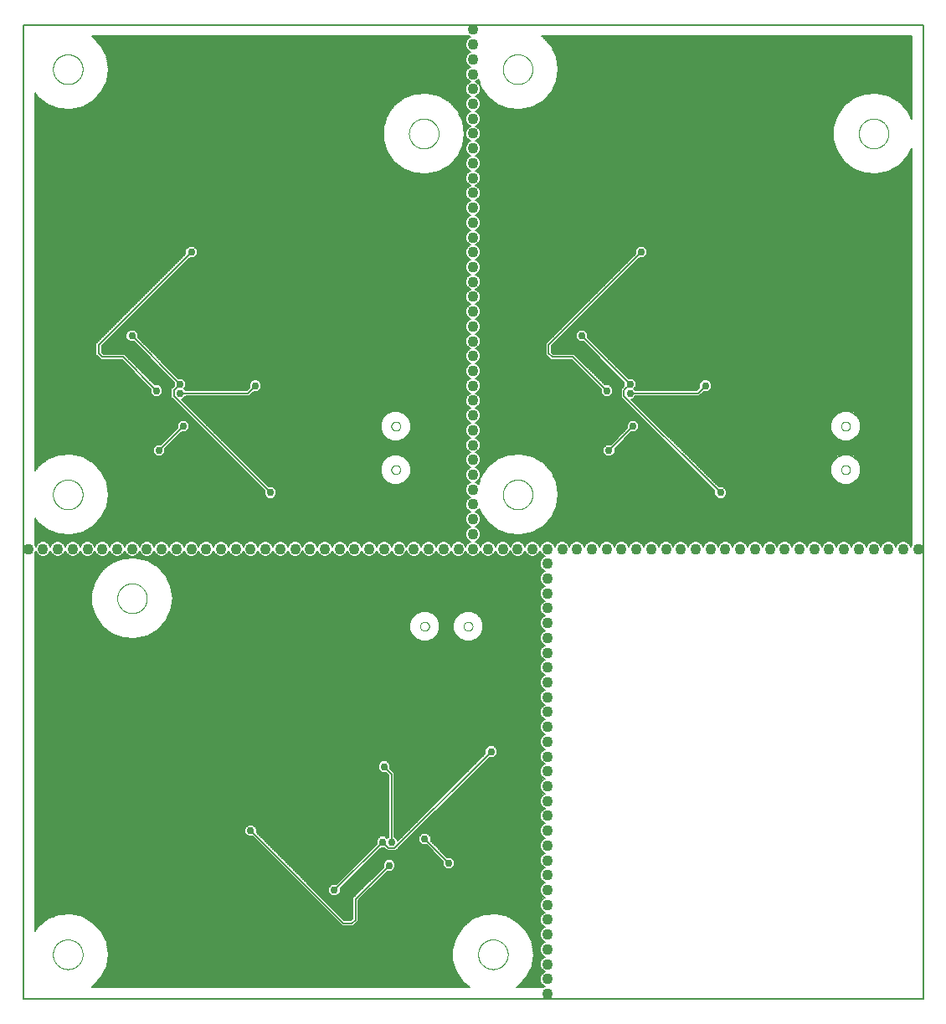
<source format=gbl>
G75*
%MOIN*%
%OFA0B0*%
%FSLAX25Y25*%
%IPPOS*%
%LPD*%
%AMOC8*
5,1,8,0,0,1.08239X$1,22.5*
%
%ADD10C,0.00600*%
%ADD11C,0.00000*%
%ADD12C,0.02978*%
%ADD13C,0.04356*%
D10*
X0003739Y0003739D02*
X0003739Y0391534D01*
X0362007Y0391534D01*
X0362007Y0003739D01*
X0003739Y0003739D01*
X0008339Y0030829D02*
X0008339Y0181183D01*
X0008660Y0181958D01*
X0009004Y0181129D01*
X0009869Y0180263D01*
X0011001Y0179795D01*
X0012225Y0179795D01*
X0013357Y0180263D01*
X0014222Y0181129D01*
X0014566Y0181958D01*
X0014909Y0181129D01*
X0015775Y0180263D01*
X0016906Y0179795D01*
X0018131Y0179795D01*
X0019262Y0180263D01*
X0020128Y0181129D01*
X0020471Y0181958D01*
X0020815Y0181129D01*
X0021680Y0180263D01*
X0022812Y0179795D01*
X0024036Y0179795D01*
X0025168Y0180263D01*
X0026033Y0181129D01*
X0026377Y0181958D01*
X0026720Y0181129D01*
X0027586Y0180263D01*
X0028717Y0179795D01*
X0029942Y0179795D01*
X0031073Y0180263D01*
X0031939Y0181129D01*
X0032282Y0181958D01*
X0032626Y0181129D01*
X0033492Y0180263D01*
X0034623Y0179795D01*
X0035847Y0179795D01*
X0036979Y0180263D01*
X0037844Y0181129D01*
X0038188Y0181958D01*
X0038531Y0181129D01*
X0039397Y0180263D01*
X0040528Y0179795D01*
X0041753Y0179795D01*
X0042884Y0180263D01*
X0043750Y0181129D01*
X0044093Y0181958D01*
X0044437Y0181129D01*
X0045303Y0180263D01*
X0046434Y0179795D01*
X0047658Y0179795D01*
X0048790Y0180263D01*
X0049655Y0181129D01*
X0049999Y0181958D01*
X0050342Y0181129D01*
X0051208Y0180263D01*
X0052339Y0179795D01*
X0053564Y0179795D01*
X0054695Y0180263D01*
X0055561Y0181129D01*
X0055904Y0181958D01*
X0056248Y0181129D01*
X0057114Y0180263D01*
X0058245Y0179795D01*
X0059469Y0179795D01*
X0060601Y0180263D01*
X0061466Y0181129D01*
X0061810Y0181958D01*
X0062153Y0181129D01*
X0063019Y0180263D01*
X0064150Y0179795D01*
X0065375Y0179795D01*
X0066506Y0180263D01*
X0067372Y0181129D01*
X0067715Y0181958D01*
X0068059Y0181129D01*
X0068925Y0180263D01*
X0070056Y0179795D01*
X0071280Y0179795D01*
X0072412Y0180263D01*
X0073277Y0181129D01*
X0073621Y0181958D01*
X0073964Y0181129D01*
X0074830Y0180263D01*
X0075961Y0179795D01*
X0077186Y0179795D01*
X0078317Y0180263D01*
X0079183Y0181129D01*
X0079526Y0181958D01*
X0079870Y0181129D01*
X0080736Y0180263D01*
X0081867Y0179795D01*
X0083091Y0179795D01*
X0084223Y0180263D01*
X0085088Y0181129D01*
X0085432Y0181958D01*
X0085775Y0181129D01*
X0086641Y0180263D01*
X0087772Y0179795D01*
X0088997Y0179795D01*
X0090128Y0180263D01*
X0090994Y0181129D01*
X0091337Y0181958D01*
X0091681Y0181129D01*
X0092547Y0180263D01*
X0093678Y0179795D01*
X0094902Y0179795D01*
X0096034Y0180263D01*
X0096900Y0181129D01*
X0097243Y0181958D01*
X0097586Y0181129D01*
X0098452Y0180263D01*
X0099583Y0179795D01*
X0100808Y0179795D01*
X0101939Y0180263D01*
X0102805Y0181129D01*
X0103148Y0181958D01*
X0103492Y0181129D01*
X0104358Y0180263D01*
X0105489Y0179795D01*
X0106713Y0179795D01*
X0107845Y0180263D01*
X0108711Y0181129D01*
X0109054Y0181958D01*
X0109397Y0181129D01*
X0110263Y0180263D01*
X0111394Y0179795D01*
X0112619Y0179795D01*
X0113750Y0180263D01*
X0114616Y0181129D01*
X0114959Y0181958D01*
X0115303Y0181129D01*
X0116169Y0180263D01*
X0117300Y0179795D01*
X0118524Y0179795D01*
X0119656Y0180263D01*
X0120522Y0181129D01*
X0120865Y0181958D01*
X0121208Y0181129D01*
X0122074Y0180263D01*
X0123205Y0179795D01*
X0124430Y0179795D01*
X0125561Y0180263D01*
X0126427Y0181129D01*
X0126770Y0181958D01*
X0127114Y0181129D01*
X0127980Y0180263D01*
X0129111Y0179795D01*
X0130335Y0179795D01*
X0131467Y0180263D01*
X0132333Y0181129D01*
X0132676Y0181958D01*
X0133019Y0181129D01*
X0133885Y0180263D01*
X0135016Y0179795D01*
X0136241Y0179795D01*
X0137372Y0180263D01*
X0138238Y0181129D01*
X0138582Y0181958D01*
X0138925Y0181129D01*
X0139791Y0180263D01*
X0140922Y0179795D01*
X0142147Y0179795D01*
X0143278Y0180263D01*
X0144144Y0181129D01*
X0144487Y0181958D01*
X0144830Y0181129D01*
X0145696Y0180263D01*
X0146828Y0179795D01*
X0148052Y0179795D01*
X0149183Y0180263D01*
X0150049Y0181129D01*
X0150393Y0181958D01*
X0150736Y0181129D01*
X0151602Y0180263D01*
X0152733Y0179795D01*
X0153958Y0179795D01*
X0155089Y0180263D01*
X0155955Y0181129D01*
X0156298Y0181958D01*
X0156641Y0181129D01*
X0157507Y0180263D01*
X0158639Y0179795D01*
X0159863Y0179795D01*
X0160994Y0180263D01*
X0161860Y0181129D01*
X0162204Y0181958D01*
X0162547Y0181129D01*
X0163413Y0180263D01*
X0164544Y0179795D01*
X0165769Y0179795D01*
X0166900Y0180263D01*
X0167766Y0181129D01*
X0168109Y0181958D01*
X0168452Y0181129D01*
X0169318Y0180263D01*
X0170450Y0179795D01*
X0171674Y0179795D01*
X0172805Y0180263D01*
X0173671Y0181129D01*
X0174015Y0181958D01*
X0174358Y0181129D01*
X0175224Y0180263D01*
X0176355Y0179795D01*
X0177580Y0179795D01*
X0178711Y0180263D01*
X0179577Y0181129D01*
X0179920Y0181958D01*
X0180263Y0181129D01*
X0181129Y0180263D01*
X0182261Y0179795D01*
X0183485Y0179795D01*
X0184616Y0180263D01*
X0185482Y0181129D01*
X0185826Y0181958D01*
X0186169Y0181129D01*
X0187035Y0180263D01*
X0188166Y0179795D01*
X0189391Y0179795D01*
X0190522Y0180263D01*
X0191388Y0181129D01*
X0191731Y0181958D01*
X0192075Y0181129D01*
X0192940Y0180263D01*
X0194072Y0179795D01*
X0195296Y0179795D01*
X0196427Y0180263D01*
X0197293Y0181129D01*
X0197637Y0181958D01*
X0197980Y0181129D01*
X0198846Y0180263D01*
X0199977Y0179795D01*
X0201202Y0179795D01*
X0202333Y0180263D01*
X0203199Y0181129D01*
X0203542Y0181958D01*
X0203886Y0181129D01*
X0204751Y0180263D01*
X0205883Y0179795D01*
X0207107Y0179795D01*
X0208238Y0180263D01*
X0209104Y0181129D01*
X0209448Y0181958D01*
X0209791Y0181129D01*
X0210657Y0180263D01*
X0211486Y0179920D01*
X0210657Y0179577D01*
X0209791Y0178711D01*
X0209322Y0177580D01*
X0209322Y0176355D01*
X0209791Y0175224D01*
X0210657Y0174358D01*
X0211486Y0174015D01*
X0210657Y0173671D01*
X0209791Y0172805D01*
X0209322Y0171674D01*
X0209322Y0170450D01*
X0209791Y0169318D01*
X0210657Y0168452D01*
X0211486Y0168109D01*
X0210657Y0167766D01*
X0209791Y0166900D01*
X0209322Y0165769D01*
X0209322Y0164544D01*
X0209791Y0163413D01*
X0210657Y0162547D01*
X0211486Y0162204D01*
X0210657Y0161860D01*
X0209791Y0160994D01*
X0209322Y0159863D01*
X0209322Y0158639D01*
X0209791Y0157507D01*
X0210657Y0156641D01*
X0211486Y0156298D01*
X0210657Y0155955D01*
X0209791Y0155089D01*
X0209322Y0153958D01*
X0209322Y0152733D01*
X0209791Y0151602D01*
X0210657Y0150736D01*
X0211486Y0150393D01*
X0210657Y0150049D01*
X0209791Y0149183D01*
X0209322Y0148052D01*
X0209322Y0146828D01*
X0209791Y0145696D01*
X0210657Y0144830D01*
X0211486Y0144487D01*
X0210657Y0144144D01*
X0209791Y0143278D01*
X0209322Y0142147D01*
X0209322Y0140922D01*
X0209791Y0139791D01*
X0210657Y0138925D01*
X0211486Y0138582D01*
X0210657Y0138238D01*
X0209791Y0137372D01*
X0209322Y0136241D01*
X0209322Y0135016D01*
X0209791Y0133885D01*
X0210657Y0133019D01*
X0211486Y0132676D01*
X0210657Y0132333D01*
X0209791Y0131467D01*
X0209322Y0130335D01*
X0209322Y0129111D01*
X0209791Y0127980D01*
X0210657Y0127114D01*
X0211486Y0126770D01*
X0210657Y0126427D01*
X0209791Y0125561D01*
X0209322Y0124430D01*
X0209322Y0123205D01*
X0209791Y0122074D01*
X0210657Y0121208D01*
X0211486Y0120865D01*
X0210657Y0120522D01*
X0209791Y0119656D01*
X0209322Y0118524D01*
X0209322Y0117300D01*
X0209791Y0116169D01*
X0210657Y0115303D01*
X0211486Y0114959D01*
X0210657Y0114616D01*
X0209791Y0113750D01*
X0209322Y0112619D01*
X0209322Y0111394D01*
X0209791Y0110263D01*
X0210657Y0109397D01*
X0211486Y0109054D01*
X0210657Y0108711D01*
X0209791Y0107845D01*
X0209322Y0106713D01*
X0209322Y0105489D01*
X0209791Y0104358D01*
X0210657Y0103492D01*
X0211486Y0103148D01*
X0210657Y0102805D01*
X0209791Y0101939D01*
X0209322Y0100808D01*
X0209322Y0099583D01*
X0209791Y0098452D01*
X0210657Y0097586D01*
X0211486Y0097243D01*
X0210657Y0096900D01*
X0209791Y0096034D01*
X0209322Y0094902D01*
X0209322Y0093678D01*
X0209791Y0092547D01*
X0210657Y0091681D01*
X0211486Y0091337D01*
X0210657Y0090994D01*
X0209791Y0090128D01*
X0209322Y0088997D01*
X0209322Y0087772D01*
X0209791Y0086641D01*
X0210657Y0085775D01*
X0211486Y0085432D01*
X0210657Y0085088D01*
X0209791Y0084223D01*
X0209322Y0083091D01*
X0209322Y0081867D01*
X0209791Y0080736D01*
X0210657Y0079870D01*
X0211486Y0079526D01*
X0210657Y0079183D01*
X0209791Y0078317D01*
X0209322Y0077186D01*
X0209322Y0075961D01*
X0209791Y0074830D01*
X0210657Y0073964D01*
X0211486Y0073621D01*
X0210657Y0073277D01*
X0209791Y0072412D01*
X0209322Y0071280D01*
X0209322Y0070056D01*
X0209791Y0068925D01*
X0210657Y0068059D01*
X0211486Y0067715D01*
X0210657Y0067372D01*
X0209791Y0066506D01*
X0209322Y0065375D01*
X0209322Y0064150D01*
X0209791Y0063019D01*
X0210657Y0062153D01*
X0211486Y0061810D01*
X0210657Y0061466D01*
X0209791Y0060601D01*
X0209322Y0059469D01*
X0209322Y0058245D01*
X0209791Y0057114D01*
X0210657Y0056248D01*
X0211486Y0055904D01*
X0210657Y0055561D01*
X0209791Y0054695D01*
X0209322Y0053564D01*
X0209322Y0052339D01*
X0209791Y0051208D01*
X0210657Y0050342D01*
X0211486Y0049999D01*
X0210657Y0049655D01*
X0209791Y0048790D01*
X0209322Y0047658D01*
X0209322Y0046434D01*
X0209791Y0045303D01*
X0210657Y0044437D01*
X0211486Y0044093D01*
X0210657Y0043750D01*
X0209791Y0042884D01*
X0209322Y0041753D01*
X0209322Y0040528D01*
X0209791Y0039397D01*
X0210657Y0038531D01*
X0211486Y0038188D01*
X0210657Y0037844D01*
X0209791Y0036979D01*
X0209322Y0035847D01*
X0209322Y0034623D01*
X0209791Y0033492D01*
X0210657Y0032626D01*
X0211486Y0032282D01*
X0210657Y0031939D01*
X0209791Y0031073D01*
X0209322Y0029942D01*
X0209322Y0028717D01*
X0205139Y0028717D01*
X0205428Y0028119D02*
X0209570Y0028119D01*
X0209791Y0027586D02*
X0209322Y0028717D01*
X0209322Y0029316D02*
X0204851Y0029316D01*
X0204563Y0029914D02*
X0209322Y0029914D01*
X0209559Y0030513D02*
X0204275Y0030513D01*
X0204215Y0030638D02*
X0200910Y0034199D01*
X0200910Y0034199D01*
X0196702Y0036629D01*
X0191965Y0037710D01*
X0191965Y0037710D01*
X0187120Y0037347D01*
X0182597Y0035572D01*
X0182597Y0035572D01*
X0178798Y0032542D01*
X0176061Y0028528D01*
X0176061Y0028528D01*
X0174629Y0023885D01*
X0174629Y0019026D01*
X0176061Y0014383D01*
X0178798Y0010369D01*
X0178798Y0010369D01*
X0181343Y0008339D01*
X0030973Y0008339D01*
X0031618Y0008712D01*
X0031618Y0008712D01*
X0034923Y0012273D01*
X0034923Y0012273D01*
X0037031Y0016651D01*
X0037756Y0021456D01*
X0037031Y0026260D01*
X0034923Y0030638D01*
X0031618Y0034199D01*
X0027411Y0036629D01*
X0027411Y0036629D01*
X0022674Y0037710D01*
X0022674Y0037710D01*
X0017828Y0037347D01*
X0013306Y0035572D01*
X0013306Y0035572D01*
X0009507Y0032542D01*
X0008339Y0030829D01*
X0008339Y0031111D02*
X0008531Y0031111D01*
X0008339Y0031710D02*
X0008939Y0031710D01*
X0009347Y0032308D02*
X0008339Y0032308D01*
X0008339Y0032907D02*
X0009964Y0032907D01*
X0009507Y0032542D02*
X0009507Y0032542D01*
X0009507Y0032542D01*
X0008339Y0033505D02*
X0010714Y0033505D01*
X0011465Y0034104D02*
X0008339Y0034104D01*
X0008339Y0034702D02*
X0012215Y0034702D01*
X0012966Y0035301D02*
X0008339Y0035301D01*
X0008339Y0035899D02*
X0014140Y0035899D01*
X0015665Y0036498D02*
X0008339Y0036498D01*
X0008339Y0037096D02*
X0017190Y0037096D01*
X0017828Y0037347D02*
X0017828Y0037347D01*
X0022473Y0037695D02*
X0008339Y0037695D01*
X0008339Y0038293D02*
X0124968Y0038293D01*
X0125566Y0037695D02*
X0022739Y0037695D01*
X0025362Y0037096D02*
X0126165Y0037096D01*
X0126763Y0036498D02*
X0027637Y0036498D01*
X0028674Y0035899D02*
X0127362Y0035899D01*
X0127960Y0035301D02*
X0029711Y0035301D01*
X0030747Y0034702D02*
X0128559Y0034702D01*
X0129157Y0034104D02*
X0031707Y0034104D01*
X0031618Y0034199D02*
X0031618Y0034199D01*
X0032262Y0033505D02*
X0129756Y0033505D01*
X0130354Y0032907D02*
X0032818Y0032907D01*
X0033373Y0032308D02*
X0178639Y0032308D01*
X0178798Y0032542D02*
X0178798Y0032542D01*
X0179255Y0032907D02*
X0135378Y0032907D01*
X0135095Y0032624D02*
X0135798Y0033327D01*
X0136494Y0034023D01*
X0137197Y0034726D01*
X0137197Y0042981D01*
X0148716Y0054500D01*
X0150398Y0054500D01*
X0151797Y0055899D01*
X0151797Y0057878D01*
X0150398Y0059278D01*
X0148419Y0059278D01*
X0147019Y0057878D01*
X0147019Y0056197D01*
X0135500Y0044678D01*
X0134797Y0043975D01*
X0134797Y0035720D01*
X0134101Y0035024D01*
X0131631Y0035024D01*
X0096679Y0069976D01*
X0096679Y0071658D01*
X0095280Y0073057D01*
X0093301Y0073057D01*
X0091901Y0071658D01*
X0091901Y0069679D01*
X0093301Y0068279D01*
X0094982Y0068279D01*
X0130637Y0032624D01*
X0135095Y0032624D01*
X0135976Y0033505D02*
X0180006Y0033505D01*
X0180756Y0034104D02*
X0136575Y0034104D01*
X0137173Y0034702D02*
X0181507Y0034702D01*
X0182257Y0035301D02*
X0137197Y0035301D01*
X0137197Y0035899D02*
X0183432Y0035899D01*
X0184957Y0036498D02*
X0137197Y0036498D01*
X0137197Y0037096D02*
X0186482Y0037096D01*
X0187120Y0037347D02*
X0187120Y0037347D01*
X0191765Y0037695D02*
X0137197Y0037695D01*
X0137197Y0038293D02*
X0211231Y0038293D01*
X0210507Y0037695D02*
X0192031Y0037695D01*
X0194653Y0037096D02*
X0209909Y0037096D01*
X0209592Y0036498D02*
X0196929Y0036498D01*
X0196702Y0036629D02*
X0196702Y0036629D01*
X0197965Y0035899D02*
X0209344Y0035899D01*
X0209322Y0035301D02*
X0199002Y0035301D01*
X0200039Y0034702D02*
X0209322Y0034702D01*
X0209537Y0034104D02*
X0200998Y0034104D01*
X0201554Y0033505D02*
X0209785Y0033505D01*
X0210376Y0032907D02*
X0202109Y0032907D01*
X0202664Y0032308D02*
X0211423Y0032308D01*
X0210428Y0031710D02*
X0203220Y0031710D01*
X0203775Y0031111D02*
X0209829Y0031111D01*
X0209791Y0027586D02*
X0210657Y0026720D01*
X0211486Y0026377D01*
X0210657Y0026033D01*
X0209791Y0025168D01*
X0209322Y0024036D01*
X0209322Y0022812D01*
X0209791Y0021680D01*
X0210657Y0020815D01*
X0211486Y0020471D01*
X0210657Y0020128D01*
X0209791Y0019262D01*
X0209322Y0018131D01*
X0209322Y0016906D01*
X0209791Y0015775D01*
X0210657Y0014909D01*
X0211486Y0014566D01*
X0210657Y0014222D01*
X0209791Y0013357D01*
X0209322Y0012225D01*
X0209322Y0011001D01*
X0209791Y0009869D01*
X0210657Y0009004D01*
X0211486Y0008660D01*
X0210710Y0008339D01*
X0200264Y0008339D01*
X0200910Y0008712D01*
X0204215Y0012273D01*
X0204215Y0012273D01*
X0206323Y0016651D01*
X0207047Y0021456D01*
X0206323Y0026260D01*
X0204215Y0030638D01*
X0204215Y0030638D01*
X0205716Y0027520D02*
X0209857Y0027520D01*
X0210455Y0026922D02*
X0206004Y0026922D01*
X0206292Y0026323D02*
X0211357Y0026323D01*
X0210348Y0025725D02*
X0206403Y0025725D01*
X0206323Y0026260D02*
X0206323Y0026260D01*
X0206494Y0025126D02*
X0209774Y0025126D01*
X0209526Y0024528D02*
X0206584Y0024528D01*
X0206674Y0023929D02*
X0209322Y0023929D01*
X0209322Y0023331D02*
X0206764Y0023331D01*
X0206854Y0022732D02*
X0209355Y0022732D01*
X0209603Y0022134D02*
X0206945Y0022134D01*
X0207035Y0021535D02*
X0209936Y0021535D01*
X0210535Y0020937D02*
X0206969Y0020937D01*
X0206878Y0020338D02*
X0211164Y0020338D01*
X0210269Y0019740D02*
X0206788Y0019740D01*
X0206698Y0019141D02*
X0209741Y0019141D01*
X0209493Y0018543D02*
X0206608Y0018543D01*
X0206518Y0017944D02*
X0209322Y0017944D01*
X0209322Y0017346D02*
X0206427Y0017346D01*
X0206337Y0016747D02*
X0209388Y0016747D01*
X0209636Y0016149D02*
X0206081Y0016149D01*
X0206323Y0016651D02*
X0206323Y0016651D01*
X0205792Y0015550D02*
X0210016Y0015550D01*
X0210615Y0014952D02*
X0205504Y0014952D01*
X0205216Y0014353D02*
X0210972Y0014353D01*
X0210189Y0013754D02*
X0204928Y0013754D01*
X0204640Y0013156D02*
X0209708Y0013156D01*
X0209460Y0012557D02*
X0204351Y0012557D01*
X0203923Y0011959D02*
X0209322Y0011959D01*
X0209322Y0011360D02*
X0203367Y0011360D01*
X0202812Y0010762D02*
X0209421Y0010762D01*
X0209669Y0010163D02*
X0202257Y0010163D01*
X0201701Y0009565D02*
X0210096Y0009565D01*
X0210747Y0008966D02*
X0201146Y0008966D01*
X0200314Y0008368D02*
X0210780Y0008368D01*
X0210296Y0038892D02*
X0137197Y0038892D01*
X0137197Y0039490D02*
X0209752Y0039490D01*
X0209504Y0040089D02*
X0137197Y0040089D01*
X0137197Y0040687D02*
X0209322Y0040687D01*
X0209322Y0041286D02*
X0137197Y0041286D01*
X0137197Y0041885D02*
X0209377Y0041885D01*
X0209625Y0042483D02*
X0137197Y0042483D01*
X0137298Y0043082D02*
X0209988Y0043082D01*
X0210587Y0043680D02*
X0137897Y0043680D01*
X0138495Y0044279D02*
X0211039Y0044279D01*
X0210217Y0044877D02*
X0139094Y0044877D01*
X0139692Y0045476D02*
X0209719Y0045476D01*
X0209471Y0046074D02*
X0140291Y0046074D01*
X0140889Y0046673D02*
X0209322Y0046673D01*
X0209322Y0047271D02*
X0141488Y0047271D01*
X0142086Y0047870D02*
X0209410Y0047870D01*
X0209658Y0048468D02*
X0142685Y0048468D01*
X0143283Y0049067D02*
X0210068Y0049067D01*
X0210680Y0049665D02*
X0143882Y0049665D01*
X0144480Y0050264D02*
X0210847Y0050264D01*
X0210137Y0050862D02*
X0145079Y0050862D01*
X0145677Y0051461D02*
X0209686Y0051461D01*
X0209438Y0052059D02*
X0146276Y0052059D01*
X0146874Y0052658D02*
X0209322Y0052658D01*
X0209322Y0053256D02*
X0147473Y0053256D01*
X0148071Y0053855D02*
X0209443Y0053855D01*
X0209691Y0054453D02*
X0148670Y0054453D01*
X0150950Y0055052D02*
X0210148Y0055052D01*
X0210873Y0055650D02*
X0174424Y0055650D01*
X0174198Y0055424D02*
X0175597Y0056823D01*
X0175597Y0058803D01*
X0174198Y0060202D01*
X0172516Y0060202D01*
X0165997Y0066721D01*
X0165997Y0068403D01*
X0164598Y0069802D01*
X0162619Y0069802D01*
X0161219Y0068403D01*
X0161219Y0066423D01*
X0162619Y0065024D01*
X0164300Y0065024D01*
X0170819Y0058505D01*
X0170819Y0056823D01*
X0172219Y0055424D01*
X0174198Y0055424D01*
X0175023Y0056249D02*
X0210656Y0056249D01*
X0210057Y0056847D02*
X0175597Y0056847D01*
X0175597Y0057446D02*
X0209653Y0057446D01*
X0209406Y0058044D02*
X0175597Y0058044D01*
X0175597Y0058643D02*
X0209322Y0058643D01*
X0209322Y0059241D02*
X0175158Y0059241D01*
X0174560Y0059840D02*
X0209476Y0059840D01*
X0209724Y0060438D02*
X0172280Y0060438D01*
X0171681Y0061037D02*
X0210227Y0061037D01*
X0211065Y0061635D02*
X0171083Y0061635D01*
X0170484Y0062234D02*
X0210576Y0062234D01*
X0209978Y0062832D02*
X0169886Y0062832D01*
X0169287Y0063431D02*
X0209620Y0063431D01*
X0209373Y0064029D02*
X0168689Y0064029D01*
X0168090Y0064628D02*
X0209322Y0064628D01*
X0209322Y0065226D02*
X0167492Y0065226D01*
X0166893Y0065825D02*
X0209509Y0065825D01*
X0209757Y0066423D02*
X0166295Y0066423D01*
X0165997Y0067022D02*
X0210307Y0067022D01*
X0211257Y0067620D02*
X0165997Y0067620D01*
X0165997Y0068219D02*
X0210497Y0068219D01*
X0209898Y0068818D02*
X0165582Y0068818D01*
X0164984Y0069416D02*
X0209587Y0069416D01*
X0209340Y0070015D02*
X0159507Y0070015D01*
X0160105Y0070613D02*
X0209322Y0070613D01*
X0209322Y0071212D02*
X0160704Y0071212D01*
X0161302Y0071810D02*
X0209542Y0071810D01*
X0209790Y0072409D02*
X0161901Y0072409D01*
X0162499Y0073007D02*
X0210387Y0073007D01*
X0210417Y0074204D02*
X0163696Y0074204D01*
X0163098Y0073606D02*
X0211449Y0073606D01*
X0209819Y0074803D02*
X0164295Y0074803D01*
X0164893Y0075401D02*
X0209555Y0075401D01*
X0209322Y0076000D02*
X0165492Y0076000D01*
X0166090Y0076598D02*
X0209322Y0076598D01*
X0209327Y0077197D02*
X0166689Y0077197D01*
X0167288Y0077795D02*
X0209575Y0077795D01*
X0209868Y0078394D02*
X0167886Y0078394D01*
X0168485Y0078992D02*
X0210466Y0078992D01*
X0211331Y0079591D02*
X0169083Y0079591D01*
X0169682Y0080189D02*
X0210337Y0080189D01*
X0209769Y0080788D02*
X0170280Y0080788D01*
X0170879Y0081386D02*
X0209522Y0081386D01*
X0209322Y0081985D02*
X0171477Y0081985D01*
X0172076Y0082583D02*
X0209322Y0082583D01*
X0209360Y0083182D02*
X0172674Y0083182D01*
X0173273Y0083780D02*
X0209608Y0083780D01*
X0209947Y0084379D02*
X0173871Y0084379D01*
X0174470Y0084977D02*
X0210546Y0084977D01*
X0211138Y0085576D02*
X0175068Y0085576D01*
X0175667Y0086174D02*
X0210258Y0086174D01*
X0209736Y0086773D02*
X0176265Y0086773D01*
X0176864Y0087371D02*
X0209489Y0087371D01*
X0209322Y0087970D02*
X0177462Y0087970D01*
X0178061Y0088568D02*
X0209322Y0088568D01*
X0209393Y0089167D02*
X0178659Y0089167D01*
X0179258Y0089765D02*
X0209641Y0089765D01*
X0210027Y0090364D02*
X0179856Y0090364D01*
X0180455Y0090962D02*
X0210625Y0090962D01*
X0210946Y0091561D02*
X0181053Y0091561D01*
X0181652Y0092159D02*
X0210178Y0092159D01*
X0209704Y0092758D02*
X0182250Y0092758D01*
X0182849Y0093356D02*
X0209456Y0093356D01*
X0209322Y0093955D02*
X0183447Y0093955D01*
X0184046Y0094554D02*
X0209322Y0094554D01*
X0209426Y0095152D02*
X0184644Y0095152D01*
X0185243Y0095751D02*
X0209674Y0095751D01*
X0210106Y0096349D02*
X0185841Y0096349D01*
X0186440Y0096948D02*
X0210773Y0096948D01*
X0210754Y0097546D02*
X0187038Y0097546D01*
X0187637Y0098145D02*
X0210099Y0098145D01*
X0209671Y0098743D02*
X0188235Y0098743D01*
X0188834Y0099342D02*
X0209423Y0099342D01*
X0209322Y0099940D02*
X0191114Y0099940D01*
X0190998Y0099824D02*
X0192397Y0101223D01*
X0192397Y0103203D01*
X0190998Y0104602D01*
X0189019Y0104602D01*
X0187619Y0103203D01*
X0187619Y0101521D01*
X0152797Y0066699D01*
X0152797Y0067203D01*
X0151608Y0068392D01*
X0151608Y0093710D01*
X0149797Y0095521D01*
X0149797Y0097203D01*
X0148398Y0098602D01*
X0146419Y0098602D01*
X0145019Y0097203D01*
X0145019Y0095223D01*
X0146419Y0093824D01*
X0148100Y0093824D01*
X0149208Y0092716D01*
X0149208Y0068392D01*
X0148608Y0067792D01*
X0147798Y0068602D01*
X0145819Y0068602D01*
X0144419Y0067203D01*
X0144419Y0065521D01*
X0128300Y0049402D01*
X0126619Y0049402D01*
X0125219Y0048003D01*
X0125219Y0046023D01*
X0126619Y0044624D01*
X0128598Y0044624D01*
X0129997Y0046023D01*
X0129997Y0047705D01*
X0146116Y0063824D01*
X0147500Y0063824D01*
X0148711Y0062613D01*
X0152105Y0062613D01*
X0152808Y0063316D01*
X0189316Y0099824D01*
X0190998Y0099824D01*
X0191712Y0100539D02*
X0209322Y0100539D01*
X0209459Y0101137D02*
X0192311Y0101137D01*
X0192397Y0101736D02*
X0209707Y0101736D01*
X0210186Y0102334D02*
X0192397Y0102334D01*
X0192397Y0102933D02*
X0210965Y0102933D01*
X0210618Y0103531D02*
X0192069Y0103531D01*
X0191470Y0104130D02*
X0210019Y0104130D01*
X0209638Y0104728D02*
X0008339Y0104728D01*
X0008339Y0104130D02*
X0188546Y0104130D01*
X0187948Y0103531D02*
X0008339Y0103531D01*
X0008339Y0102933D02*
X0187619Y0102933D01*
X0187619Y0102334D02*
X0008339Y0102334D01*
X0008339Y0101736D02*
X0187619Y0101736D01*
X0187235Y0101137D02*
X0008339Y0101137D01*
X0008339Y0100539D02*
X0186637Y0100539D01*
X0186038Y0099940D02*
X0008339Y0099940D01*
X0008339Y0099342D02*
X0185440Y0099342D01*
X0184841Y0098743D02*
X0008339Y0098743D01*
X0008339Y0098145D02*
X0145961Y0098145D01*
X0145363Y0097546D02*
X0008339Y0097546D01*
X0008339Y0096948D02*
X0145019Y0096948D01*
X0145019Y0096349D02*
X0008339Y0096349D01*
X0008339Y0095751D02*
X0145019Y0095751D01*
X0145091Y0095152D02*
X0008339Y0095152D01*
X0008339Y0094554D02*
X0145689Y0094554D01*
X0146288Y0093955D02*
X0008339Y0093955D01*
X0008339Y0093356D02*
X0148568Y0093356D01*
X0149166Y0092758D02*
X0008339Y0092758D01*
X0008339Y0092159D02*
X0149208Y0092159D01*
X0149208Y0091561D02*
X0008339Y0091561D01*
X0008339Y0090962D02*
X0149208Y0090962D01*
X0149208Y0090364D02*
X0008339Y0090364D01*
X0008339Y0089765D02*
X0149208Y0089765D01*
X0149208Y0089167D02*
X0008339Y0089167D01*
X0008339Y0088568D02*
X0149208Y0088568D01*
X0149208Y0087970D02*
X0008339Y0087970D01*
X0008339Y0087371D02*
X0149208Y0087371D01*
X0149208Y0086773D02*
X0008339Y0086773D01*
X0008339Y0086174D02*
X0149208Y0086174D01*
X0149208Y0085576D02*
X0008339Y0085576D01*
X0008339Y0084977D02*
X0149208Y0084977D01*
X0149208Y0084379D02*
X0008339Y0084379D01*
X0008339Y0083780D02*
X0149208Y0083780D01*
X0149208Y0083182D02*
X0008339Y0083182D01*
X0008339Y0082583D02*
X0149208Y0082583D01*
X0149208Y0081985D02*
X0008339Y0081985D01*
X0008339Y0081386D02*
X0149208Y0081386D01*
X0149208Y0080788D02*
X0008339Y0080788D01*
X0008339Y0080189D02*
X0149208Y0080189D01*
X0149208Y0079591D02*
X0008339Y0079591D01*
X0008339Y0078992D02*
X0149208Y0078992D01*
X0149208Y0078394D02*
X0008339Y0078394D01*
X0008339Y0077795D02*
X0149208Y0077795D01*
X0149208Y0077197D02*
X0008339Y0077197D01*
X0008339Y0076598D02*
X0149208Y0076598D01*
X0149208Y0076000D02*
X0008339Y0076000D01*
X0008339Y0075401D02*
X0149208Y0075401D01*
X0149208Y0074803D02*
X0008339Y0074803D01*
X0008339Y0074204D02*
X0149208Y0074204D01*
X0149208Y0073606D02*
X0008339Y0073606D01*
X0008339Y0073007D02*
X0093251Y0073007D01*
X0092652Y0072409D02*
X0008339Y0072409D01*
X0008339Y0071810D02*
X0092054Y0071810D01*
X0091901Y0071212D02*
X0008339Y0071212D01*
X0008339Y0070613D02*
X0091901Y0070613D01*
X0091901Y0070015D02*
X0008339Y0070015D01*
X0008339Y0069416D02*
X0092164Y0069416D01*
X0092762Y0068818D02*
X0008339Y0068818D01*
X0008339Y0068219D02*
X0095042Y0068219D01*
X0095641Y0067620D02*
X0008339Y0067620D01*
X0008339Y0067022D02*
X0096239Y0067022D01*
X0096838Y0066423D02*
X0008339Y0066423D01*
X0008339Y0065825D02*
X0097436Y0065825D01*
X0098035Y0065226D02*
X0008339Y0065226D01*
X0008339Y0064628D02*
X0098633Y0064628D01*
X0099232Y0064029D02*
X0008339Y0064029D01*
X0008339Y0063431D02*
X0099830Y0063431D01*
X0100429Y0062832D02*
X0008339Y0062832D01*
X0008339Y0062234D02*
X0101027Y0062234D01*
X0101626Y0061635D02*
X0008339Y0061635D01*
X0008339Y0061037D02*
X0102224Y0061037D01*
X0102823Y0060438D02*
X0008339Y0060438D01*
X0008339Y0059840D02*
X0103421Y0059840D01*
X0104020Y0059241D02*
X0008339Y0059241D01*
X0008339Y0058643D02*
X0104618Y0058643D01*
X0105217Y0058044D02*
X0008339Y0058044D01*
X0008339Y0057446D02*
X0105815Y0057446D01*
X0106414Y0056847D02*
X0008339Y0056847D01*
X0008339Y0056249D02*
X0107012Y0056249D01*
X0107611Y0055650D02*
X0008339Y0055650D01*
X0008339Y0055052D02*
X0108209Y0055052D01*
X0108808Y0054453D02*
X0008339Y0054453D01*
X0008339Y0053855D02*
X0109406Y0053855D01*
X0110005Y0053256D02*
X0008339Y0053256D01*
X0008339Y0052658D02*
X0110604Y0052658D01*
X0111202Y0052059D02*
X0008339Y0052059D01*
X0008339Y0051461D02*
X0111801Y0051461D01*
X0112399Y0050862D02*
X0008339Y0050862D01*
X0008339Y0050264D02*
X0112998Y0050264D01*
X0113596Y0049665D02*
X0008339Y0049665D01*
X0008339Y0049067D02*
X0114195Y0049067D01*
X0114793Y0048468D02*
X0008339Y0048468D01*
X0008339Y0047870D02*
X0115392Y0047870D01*
X0115990Y0047271D02*
X0008339Y0047271D01*
X0008339Y0046673D02*
X0116589Y0046673D01*
X0117187Y0046074D02*
X0008339Y0046074D01*
X0008339Y0045476D02*
X0117786Y0045476D01*
X0118384Y0044877D02*
X0008339Y0044877D01*
X0008339Y0044279D02*
X0118983Y0044279D01*
X0119581Y0043680D02*
X0008339Y0043680D01*
X0008339Y0043082D02*
X0120180Y0043082D01*
X0120778Y0042483D02*
X0008339Y0042483D01*
X0008339Y0041885D02*
X0121377Y0041885D01*
X0121975Y0041286D02*
X0008339Y0041286D01*
X0008339Y0040687D02*
X0122574Y0040687D01*
X0123172Y0040089D02*
X0008339Y0040089D01*
X0008339Y0039490D02*
X0123771Y0039490D01*
X0124369Y0038892D02*
X0008339Y0038892D01*
X0033928Y0031710D02*
X0178231Y0031710D01*
X0177822Y0031111D02*
X0034484Y0031111D01*
X0034923Y0030638D02*
X0034923Y0030638D01*
X0034983Y0030513D02*
X0177414Y0030513D01*
X0177006Y0029914D02*
X0035272Y0029914D01*
X0035560Y0029316D02*
X0176598Y0029316D01*
X0176190Y0028717D02*
X0035848Y0028717D01*
X0036136Y0028119D02*
X0175935Y0028119D01*
X0175750Y0027520D02*
X0036424Y0027520D01*
X0036713Y0026922D02*
X0175566Y0026922D01*
X0175381Y0026323D02*
X0037001Y0026323D01*
X0037031Y0026260D02*
X0037031Y0026260D01*
X0037112Y0025725D02*
X0175196Y0025725D01*
X0175012Y0025126D02*
X0037202Y0025126D01*
X0037292Y0024528D02*
X0174827Y0024528D01*
X0174643Y0023929D02*
X0037383Y0023929D01*
X0037473Y0023331D02*
X0174629Y0023331D01*
X0174629Y0022732D02*
X0037563Y0022732D01*
X0037653Y0022134D02*
X0174629Y0022134D01*
X0174629Y0021535D02*
X0037744Y0021535D01*
X0037677Y0020937D02*
X0174629Y0020937D01*
X0174629Y0020338D02*
X0037587Y0020338D01*
X0037497Y0019740D02*
X0174629Y0019740D01*
X0174629Y0019141D02*
X0037407Y0019141D01*
X0037316Y0018543D02*
X0174778Y0018543D01*
X0174963Y0017944D02*
X0037226Y0017944D01*
X0037136Y0017346D02*
X0175147Y0017346D01*
X0175332Y0016747D02*
X0037046Y0016747D01*
X0037031Y0016651D02*
X0037031Y0016651D01*
X0036789Y0016149D02*
X0175517Y0016149D01*
X0175701Y0015550D02*
X0036501Y0015550D01*
X0036213Y0014952D02*
X0175886Y0014952D01*
X0176061Y0014383D02*
X0176061Y0014383D01*
X0176082Y0014353D02*
X0035925Y0014353D01*
X0035636Y0013754D02*
X0176490Y0013754D01*
X0176898Y0013156D02*
X0035348Y0013156D01*
X0035060Y0012557D02*
X0177306Y0012557D01*
X0177714Y0011959D02*
X0034631Y0011959D01*
X0034076Y0011360D02*
X0178122Y0011360D01*
X0178530Y0010762D02*
X0033521Y0010762D01*
X0032965Y0010163D02*
X0179056Y0010163D01*
X0178798Y0010369D02*
X0178798Y0010369D01*
X0179806Y0009565D02*
X0032410Y0009565D01*
X0031855Y0008966D02*
X0180557Y0008966D01*
X0181307Y0008368D02*
X0031023Y0008368D01*
X0031618Y0008712D02*
X0031618Y0008712D01*
X0094290Y0070668D02*
X0131134Y0033824D01*
X0134598Y0033824D01*
X0135997Y0035223D01*
X0135997Y0043478D01*
X0149408Y0056889D01*
X0147019Y0056847D02*
X0139140Y0056847D01*
X0139738Y0057446D02*
X0147019Y0057446D01*
X0147185Y0058044D02*
X0140337Y0058044D01*
X0140935Y0058643D02*
X0147784Y0058643D01*
X0148383Y0059241D02*
X0141534Y0059241D01*
X0142132Y0059840D02*
X0169484Y0059840D01*
X0168886Y0060438D02*
X0142731Y0060438D01*
X0143329Y0061037D02*
X0168287Y0061037D01*
X0167689Y0061635D02*
X0143928Y0061635D01*
X0144526Y0062234D02*
X0167090Y0062234D01*
X0166492Y0062832D02*
X0152325Y0062832D01*
X0152923Y0063431D02*
X0165893Y0063431D01*
X0165295Y0064029D02*
X0153522Y0064029D01*
X0154120Y0064628D02*
X0164696Y0064628D01*
X0162416Y0065226D02*
X0154719Y0065226D01*
X0155317Y0065825D02*
X0161818Y0065825D01*
X0161219Y0066423D02*
X0155916Y0066423D01*
X0156514Y0067022D02*
X0161219Y0067022D01*
X0161219Y0067620D02*
X0157113Y0067620D01*
X0157711Y0068219D02*
X0161219Y0068219D01*
X0161634Y0068818D02*
X0158310Y0068818D01*
X0158908Y0069416D02*
X0162233Y0069416D01*
X0163608Y0067413D02*
X0173208Y0057813D01*
X0171394Y0056249D02*
X0151797Y0056249D01*
X0151797Y0056847D02*
X0170819Y0056847D01*
X0170819Y0057446D02*
X0151797Y0057446D01*
X0151631Y0058044D02*
X0170819Y0058044D01*
X0170681Y0058643D02*
X0151033Y0058643D01*
X0150434Y0059241D02*
X0170083Y0059241D01*
X0171992Y0055650D02*
X0151548Y0055650D01*
X0147019Y0056249D02*
X0138541Y0056249D01*
X0137943Y0055650D02*
X0146473Y0055650D01*
X0145874Y0055052D02*
X0137344Y0055052D01*
X0136746Y0054453D02*
X0145276Y0054453D01*
X0144677Y0053855D02*
X0136147Y0053855D01*
X0135549Y0053256D02*
X0144079Y0053256D01*
X0143480Y0052658D02*
X0134950Y0052658D01*
X0134352Y0052059D02*
X0142882Y0052059D01*
X0142283Y0051461D02*
X0133753Y0051461D01*
X0133155Y0050862D02*
X0141685Y0050862D01*
X0141086Y0050264D02*
X0132556Y0050264D01*
X0131957Y0049665D02*
X0140488Y0049665D01*
X0139889Y0049067D02*
X0131359Y0049067D01*
X0130760Y0048468D02*
X0139291Y0048468D01*
X0138692Y0047870D02*
X0130162Y0047870D01*
X0129997Y0047271D02*
X0138094Y0047271D01*
X0137495Y0046673D02*
X0129997Y0046673D01*
X0129997Y0046074D02*
X0136897Y0046074D01*
X0136298Y0045476D02*
X0129449Y0045476D01*
X0128851Y0044877D02*
X0135700Y0044877D01*
X0135101Y0044279D02*
X0122377Y0044279D01*
X0121778Y0044877D02*
X0126366Y0044877D01*
X0125767Y0045476D02*
X0121180Y0045476D01*
X0120581Y0046074D02*
X0125219Y0046074D01*
X0125219Y0046673D02*
X0119983Y0046673D01*
X0119384Y0047271D02*
X0125219Y0047271D01*
X0125219Y0047870D02*
X0118786Y0047870D01*
X0118187Y0048468D02*
X0125685Y0048468D01*
X0126283Y0049067D02*
X0117589Y0049067D01*
X0116990Y0049665D02*
X0128563Y0049665D01*
X0129162Y0050264D02*
X0116392Y0050264D01*
X0115793Y0050862D02*
X0129760Y0050862D01*
X0130359Y0051461D02*
X0115195Y0051461D01*
X0114596Y0052059D02*
X0130957Y0052059D01*
X0131556Y0052658D02*
X0113998Y0052658D01*
X0113399Y0053256D02*
X0132154Y0053256D01*
X0132753Y0053855D02*
X0112801Y0053855D01*
X0112202Y0054453D02*
X0133351Y0054453D01*
X0133950Y0055052D02*
X0111604Y0055052D01*
X0111005Y0055650D02*
X0134548Y0055650D01*
X0135147Y0056249D02*
X0110407Y0056249D01*
X0109808Y0056847D02*
X0135746Y0056847D01*
X0136344Y0057446D02*
X0109210Y0057446D01*
X0108611Y0058044D02*
X0136943Y0058044D01*
X0137541Y0058643D02*
X0108012Y0058643D01*
X0107414Y0059241D02*
X0138140Y0059241D01*
X0138738Y0059840D02*
X0106815Y0059840D01*
X0106217Y0060438D02*
X0139337Y0060438D01*
X0139935Y0061037D02*
X0105618Y0061037D01*
X0105020Y0061635D02*
X0140534Y0061635D01*
X0141132Y0062234D02*
X0104421Y0062234D01*
X0103823Y0062832D02*
X0141731Y0062832D01*
X0142329Y0063431D02*
X0103224Y0063431D01*
X0102626Y0064029D02*
X0142928Y0064029D01*
X0143526Y0064628D02*
X0102027Y0064628D01*
X0101429Y0065226D02*
X0144125Y0065226D01*
X0144419Y0065825D02*
X0100830Y0065825D01*
X0100232Y0066423D02*
X0144419Y0066423D01*
X0144419Y0067022D02*
X0099633Y0067022D01*
X0099035Y0067620D02*
X0144837Y0067620D01*
X0145436Y0068219D02*
X0098436Y0068219D01*
X0097838Y0068818D02*
X0149208Y0068818D01*
X0149208Y0069416D02*
X0097239Y0069416D01*
X0096679Y0070015D02*
X0149208Y0070015D01*
X0149208Y0070613D02*
X0096679Y0070613D01*
X0096679Y0071212D02*
X0149208Y0071212D01*
X0149208Y0071810D02*
X0096527Y0071810D01*
X0095928Y0072409D02*
X0149208Y0072409D01*
X0149208Y0073007D02*
X0095330Y0073007D01*
X0117408Y0089013D02*
X0118608Y0089013D01*
X0123408Y0084213D01*
X0123408Y0086013D01*
X0123408Y0084213D02*
X0131808Y0075813D01*
X0131808Y0071613D01*
X0136608Y0071613D01*
X0131808Y0071613D02*
X0131808Y0058413D01*
X0121608Y0048213D01*
X0133608Y0036213D01*
X0134378Y0035301D02*
X0131354Y0035301D01*
X0130756Y0035899D02*
X0134797Y0035899D01*
X0134797Y0036498D02*
X0130157Y0036498D01*
X0129559Y0037096D02*
X0134797Y0037096D01*
X0134797Y0037695D02*
X0128960Y0037695D01*
X0128362Y0038293D02*
X0134797Y0038293D01*
X0134797Y0038892D02*
X0127763Y0038892D01*
X0127165Y0039490D02*
X0134797Y0039490D01*
X0134797Y0040089D02*
X0126566Y0040089D01*
X0125968Y0040687D02*
X0134797Y0040687D01*
X0134797Y0041286D02*
X0125369Y0041286D01*
X0124771Y0041885D02*
X0134797Y0041885D01*
X0134797Y0042483D02*
X0124172Y0042483D01*
X0123574Y0043082D02*
X0134797Y0043082D01*
X0134797Y0043680D02*
X0122975Y0043680D01*
X0127608Y0047013D02*
X0146808Y0066213D01*
X0149208Y0063813D01*
X0151608Y0063813D01*
X0190008Y0102213D01*
X0184243Y0098145D02*
X0148855Y0098145D01*
X0149454Y0097546D02*
X0183644Y0097546D01*
X0183046Y0096948D02*
X0149797Y0096948D01*
X0149797Y0096349D02*
X0182447Y0096349D01*
X0181849Y0095751D02*
X0149797Y0095751D01*
X0150166Y0095152D02*
X0181250Y0095152D01*
X0180652Y0094554D02*
X0150765Y0094554D01*
X0151363Y0093955D02*
X0180053Y0093955D01*
X0179455Y0093356D02*
X0151608Y0093356D01*
X0151608Y0092758D02*
X0178856Y0092758D01*
X0178258Y0092159D02*
X0151608Y0092159D01*
X0151608Y0091561D02*
X0177659Y0091561D01*
X0177061Y0090962D02*
X0151608Y0090962D01*
X0151608Y0090364D02*
X0176462Y0090364D01*
X0175864Y0089765D02*
X0151608Y0089765D01*
X0151608Y0089167D02*
X0175265Y0089167D01*
X0174667Y0088568D02*
X0151608Y0088568D01*
X0151608Y0087970D02*
X0174068Y0087970D01*
X0173470Y0087371D02*
X0151608Y0087371D01*
X0151608Y0086773D02*
X0172871Y0086773D01*
X0172273Y0086174D02*
X0151608Y0086174D01*
X0151608Y0085576D02*
X0171674Y0085576D01*
X0171076Y0084977D02*
X0151608Y0084977D01*
X0151608Y0084379D02*
X0170477Y0084379D01*
X0169879Y0083780D02*
X0151608Y0083780D01*
X0151608Y0083182D02*
X0169280Y0083182D01*
X0168682Y0082583D02*
X0151608Y0082583D01*
X0151608Y0081985D02*
X0168083Y0081985D01*
X0167484Y0081386D02*
X0151608Y0081386D01*
X0151608Y0080788D02*
X0166886Y0080788D01*
X0166287Y0080189D02*
X0151608Y0080189D01*
X0151608Y0079591D02*
X0165689Y0079591D01*
X0165090Y0078992D02*
X0151608Y0078992D01*
X0151608Y0078394D02*
X0164492Y0078394D01*
X0163893Y0077795D02*
X0151608Y0077795D01*
X0151608Y0077197D02*
X0163295Y0077197D01*
X0162696Y0076598D02*
X0151608Y0076598D01*
X0151608Y0076000D02*
X0162098Y0076000D01*
X0161499Y0075401D02*
X0151608Y0075401D01*
X0151608Y0074803D02*
X0160901Y0074803D01*
X0160302Y0074204D02*
X0151608Y0074204D01*
X0151608Y0073606D02*
X0159704Y0073606D01*
X0159105Y0073007D02*
X0151608Y0073007D01*
X0151608Y0072409D02*
X0158507Y0072409D01*
X0157908Y0071810D02*
X0151608Y0071810D01*
X0151608Y0071212D02*
X0157310Y0071212D01*
X0156711Y0070613D02*
X0151608Y0070613D01*
X0151608Y0070015D02*
X0156113Y0070015D01*
X0155514Y0069416D02*
X0151608Y0069416D01*
X0151608Y0068818D02*
X0154916Y0068818D01*
X0154317Y0068219D02*
X0151781Y0068219D01*
X0152379Y0067620D02*
X0153719Y0067620D01*
X0153120Y0067022D02*
X0152797Y0067022D01*
X0150408Y0066213D02*
X0150408Y0093213D01*
X0147408Y0096213D01*
X0148181Y0068219D02*
X0149036Y0068219D01*
X0147893Y0063431D02*
X0145723Y0063431D01*
X0145125Y0062832D02*
X0148492Y0062832D01*
X0209390Y0105327D02*
X0008339Y0105327D01*
X0008339Y0105925D02*
X0209322Y0105925D01*
X0209322Y0106524D02*
X0008339Y0106524D01*
X0008339Y0107122D02*
X0209492Y0107122D01*
X0209740Y0107721D02*
X0008339Y0107721D01*
X0008339Y0108319D02*
X0210266Y0108319D01*
X0211157Y0108918D02*
X0008339Y0108918D01*
X0008339Y0109516D02*
X0210538Y0109516D01*
X0209939Y0110115D02*
X0008339Y0110115D01*
X0008339Y0110713D02*
X0209605Y0110713D01*
X0209357Y0111312D02*
X0008339Y0111312D01*
X0008339Y0111910D02*
X0209322Y0111910D01*
X0209322Y0112509D02*
X0008339Y0112509D01*
X0008339Y0113107D02*
X0209525Y0113107D01*
X0209773Y0113706D02*
X0008339Y0113706D01*
X0008339Y0114304D02*
X0210345Y0114304D01*
X0211349Y0114903D02*
X0008339Y0114903D01*
X0008339Y0115501D02*
X0210458Y0115501D01*
X0209860Y0116100D02*
X0008339Y0116100D01*
X0008339Y0116698D02*
X0209572Y0116698D01*
X0209324Y0117297D02*
X0008339Y0117297D01*
X0008339Y0117895D02*
X0209322Y0117895D01*
X0209322Y0118494D02*
X0008339Y0118494D01*
X0008339Y0119092D02*
X0209558Y0119092D01*
X0209826Y0119691D02*
X0008339Y0119691D01*
X0008339Y0120289D02*
X0210425Y0120289D01*
X0211430Y0120888D02*
X0008339Y0120888D01*
X0008339Y0121487D02*
X0210379Y0121487D01*
X0209787Y0122085D02*
X0008339Y0122085D01*
X0008339Y0122684D02*
X0209539Y0122684D01*
X0209322Y0123282D02*
X0008339Y0123282D01*
X0008339Y0123881D02*
X0209322Y0123881D01*
X0209343Y0124479D02*
X0008339Y0124479D01*
X0008339Y0125078D02*
X0209591Y0125078D01*
X0209906Y0125676D02*
X0008339Y0125676D01*
X0008339Y0126275D02*
X0210504Y0126275D01*
X0211238Y0126873D02*
X0008339Y0126873D01*
X0008339Y0127472D02*
X0210299Y0127472D01*
X0209754Y0128070D02*
X0008339Y0128070D01*
X0008339Y0128669D02*
X0209506Y0128669D01*
X0209322Y0129267D02*
X0008339Y0129267D01*
X0008339Y0129866D02*
X0209322Y0129866D01*
X0209376Y0130464D02*
X0008339Y0130464D01*
X0008339Y0131063D02*
X0209624Y0131063D01*
X0209985Y0131661D02*
X0008339Y0131661D01*
X0008339Y0132260D02*
X0210584Y0132260D01*
X0211046Y0132858D02*
X0008339Y0132858D01*
X0008339Y0133457D02*
X0210220Y0133457D01*
X0209721Y0134055D02*
X0008339Y0134055D01*
X0008339Y0134654D02*
X0209473Y0134654D01*
X0209322Y0135252D02*
X0008339Y0135252D01*
X0008339Y0135851D02*
X0209322Y0135851D01*
X0209409Y0136449D02*
X0008339Y0136449D01*
X0008339Y0137048D02*
X0209657Y0137048D01*
X0210065Y0137646D02*
X0008339Y0137646D01*
X0008339Y0138245D02*
X0210673Y0138245D01*
X0210854Y0138843D02*
X0008339Y0138843D01*
X0008339Y0139442D02*
X0210140Y0139442D01*
X0209688Y0140040D02*
X0008339Y0140040D01*
X0008339Y0140639D02*
X0209440Y0140639D01*
X0209322Y0141237D02*
X0008339Y0141237D01*
X0008339Y0141836D02*
X0209322Y0141836D01*
X0209442Y0142434D02*
X0008339Y0142434D01*
X0008339Y0143033D02*
X0209690Y0143033D01*
X0210145Y0143631D02*
X0008339Y0143631D01*
X0008339Y0144230D02*
X0210865Y0144230D01*
X0210662Y0144828D02*
X0008339Y0144828D01*
X0008339Y0145427D02*
X0210060Y0145427D01*
X0209655Y0146025D02*
X0182196Y0146025D01*
X0182073Y0145974D02*
X0184304Y0146899D01*
X0186012Y0148607D01*
X0186937Y0150838D01*
X0186937Y0153254D01*
X0186012Y0155485D01*
X0184304Y0157193D01*
X0182073Y0158118D01*
X0179657Y0158118D01*
X0177426Y0157193D01*
X0175718Y0155485D01*
X0174793Y0153254D01*
X0174793Y0150838D01*
X0175718Y0148607D01*
X0177426Y0146899D01*
X0179657Y0145974D01*
X0182073Y0145974D01*
X0183641Y0146624D02*
X0209407Y0146624D01*
X0209322Y0147223D02*
X0184628Y0147223D01*
X0185227Y0147821D02*
X0209322Y0147821D01*
X0209475Y0148420D02*
X0185825Y0148420D01*
X0186183Y0149018D02*
X0209723Y0149018D01*
X0210224Y0149617D02*
X0186431Y0149617D01*
X0186678Y0150215D02*
X0211057Y0150215D01*
X0210579Y0150814D02*
X0186926Y0150814D01*
X0186937Y0151412D02*
X0209981Y0151412D01*
X0209622Y0152011D02*
X0186937Y0152011D01*
X0186937Y0152609D02*
X0209374Y0152609D01*
X0209322Y0153208D02*
X0186937Y0153208D01*
X0186708Y0153806D02*
X0209322Y0153806D01*
X0209508Y0154405D02*
X0186460Y0154405D01*
X0186212Y0155003D02*
X0209756Y0155003D01*
X0210304Y0155602D02*
X0185896Y0155602D01*
X0185297Y0156200D02*
X0211250Y0156200D01*
X0210500Y0156799D02*
X0184699Y0156799D01*
X0183812Y0157397D02*
X0209901Y0157397D01*
X0209589Y0157996D02*
X0182367Y0157996D01*
X0179363Y0157996D02*
X0165044Y0157996D01*
X0164750Y0158118D02*
X0162334Y0158118D01*
X0160103Y0157193D01*
X0158395Y0155485D01*
X0157470Y0153254D01*
X0157470Y0150838D01*
X0158395Y0148607D01*
X0160103Y0146899D01*
X0162334Y0145974D01*
X0164750Y0145974D01*
X0166981Y0146899D01*
X0168689Y0148607D01*
X0169614Y0150838D01*
X0169614Y0153254D01*
X0168689Y0155485D01*
X0166981Y0157193D01*
X0164750Y0158118D01*
X0166489Y0157397D02*
X0177918Y0157397D01*
X0177031Y0156799D02*
X0167376Y0156799D01*
X0167975Y0156200D02*
X0176432Y0156200D01*
X0175834Y0155602D02*
X0168573Y0155602D01*
X0168889Y0155003D02*
X0175518Y0155003D01*
X0175270Y0154405D02*
X0169137Y0154405D01*
X0169385Y0153806D02*
X0175022Y0153806D01*
X0174793Y0153208D02*
X0169614Y0153208D01*
X0169614Y0152609D02*
X0174793Y0152609D01*
X0174793Y0152011D02*
X0169614Y0152011D01*
X0169614Y0151412D02*
X0174793Y0151412D01*
X0174804Y0150814D02*
X0169604Y0150814D01*
X0169356Y0150215D02*
X0175051Y0150215D01*
X0175299Y0149617D02*
X0169108Y0149617D01*
X0168860Y0149018D02*
X0175547Y0149018D01*
X0175905Y0148420D02*
X0168502Y0148420D01*
X0167904Y0147821D02*
X0176503Y0147821D01*
X0177102Y0147223D02*
X0167305Y0147223D01*
X0166318Y0146624D02*
X0178089Y0146624D01*
X0179534Y0146025D02*
X0164873Y0146025D01*
X0162211Y0146025D02*
X0008339Y0146025D01*
X0008339Y0146624D02*
X0160766Y0146624D01*
X0159779Y0147223D02*
X0049531Y0147223D01*
X0048264Y0146933D02*
X0053001Y0148015D01*
X0057209Y0150444D01*
X0060514Y0154006D01*
X0062622Y0158383D01*
X0062622Y0158383D01*
X0063346Y0163188D01*
X0062622Y0167992D01*
X0060514Y0172370D01*
X0060514Y0172370D01*
X0057209Y0175932D01*
X0053001Y0178361D01*
X0048264Y0179442D01*
X0043419Y0179079D01*
X0038896Y0177304D01*
X0035097Y0174275D01*
X0032360Y0170260D01*
X0030928Y0165617D01*
X0030928Y0160758D01*
X0032360Y0156116D01*
X0032360Y0156115D01*
X0035097Y0152101D01*
X0035097Y0152101D01*
X0035097Y0152101D01*
X0038896Y0149072D01*
X0043419Y0147296D01*
X0048264Y0146933D01*
X0048264Y0146933D01*
X0044406Y0147223D02*
X0008339Y0147223D01*
X0008339Y0147821D02*
X0042082Y0147821D01*
X0043419Y0147296D02*
X0043419Y0147296D01*
X0040558Y0148420D02*
X0008339Y0148420D01*
X0008339Y0149018D02*
X0039033Y0149018D01*
X0038896Y0149072D02*
X0038896Y0149072D01*
X0038213Y0149617D02*
X0008339Y0149617D01*
X0008339Y0150215D02*
X0037462Y0150215D01*
X0036712Y0150814D02*
X0008339Y0150814D01*
X0008339Y0151412D02*
X0035961Y0151412D01*
X0035211Y0152011D02*
X0008339Y0152011D01*
X0008339Y0152609D02*
X0034751Y0152609D01*
X0034343Y0153208D02*
X0008339Y0153208D01*
X0008339Y0153806D02*
X0033935Y0153806D01*
X0033527Y0154405D02*
X0008339Y0154405D01*
X0008339Y0155003D02*
X0033119Y0155003D01*
X0032711Y0155602D02*
X0008339Y0155602D01*
X0008339Y0156200D02*
X0032334Y0156200D01*
X0032150Y0156799D02*
X0008339Y0156799D01*
X0008339Y0157397D02*
X0031965Y0157397D01*
X0031780Y0157996D02*
X0008339Y0157996D01*
X0008339Y0158594D02*
X0031596Y0158594D01*
X0031411Y0159193D02*
X0008339Y0159193D01*
X0008339Y0159791D02*
X0031226Y0159791D01*
X0031042Y0160390D02*
X0008339Y0160390D01*
X0008339Y0160988D02*
X0030928Y0160988D01*
X0030928Y0161587D02*
X0008339Y0161587D01*
X0008339Y0162185D02*
X0030928Y0162185D01*
X0030928Y0162784D02*
X0008339Y0162784D01*
X0008339Y0163382D02*
X0030928Y0163382D01*
X0030928Y0163981D02*
X0008339Y0163981D01*
X0008339Y0164579D02*
X0030928Y0164579D01*
X0030928Y0165178D02*
X0008339Y0165178D01*
X0008339Y0165776D02*
X0030977Y0165776D01*
X0031162Y0166375D02*
X0008339Y0166375D01*
X0008339Y0166973D02*
X0031346Y0166973D01*
X0031531Y0167572D02*
X0008339Y0167572D01*
X0008339Y0168170D02*
X0031716Y0168170D01*
X0031900Y0168769D02*
X0008339Y0168769D01*
X0008339Y0169367D02*
X0032085Y0169367D01*
X0032270Y0169966D02*
X0008339Y0169966D01*
X0008339Y0170564D02*
X0032568Y0170564D01*
X0032360Y0170260D02*
X0032360Y0170260D01*
X0032976Y0171163D02*
X0008339Y0171163D01*
X0008339Y0171761D02*
X0033384Y0171761D01*
X0033792Y0172360D02*
X0008339Y0172360D01*
X0008339Y0172958D02*
X0034200Y0172958D01*
X0034608Y0173557D02*
X0008339Y0173557D01*
X0008339Y0174156D02*
X0035016Y0174156D01*
X0035097Y0174275D02*
X0035097Y0174275D01*
X0035097Y0174275D01*
X0035698Y0174754D02*
X0008339Y0174754D01*
X0008339Y0175353D02*
X0036449Y0175353D01*
X0037200Y0175951D02*
X0008339Y0175951D01*
X0008339Y0176550D02*
X0037950Y0176550D01*
X0038701Y0177148D02*
X0008339Y0177148D01*
X0008339Y0177747D02*
X0040024Y0177747D01*
X0038896Y0177304D02*
X0038896Y0177304D01*
X0041549Y0178345D02*
X0008339Y0178345D01*
X0008339Y0178944D02*
X0043074Y0178944D01*
X0043419Y0179079D02*
X0043419Y0179079D01*
X0042587Y0180141D02*
X0045599Y0180141D01*
X0044827Y0180739D02*
X0043360Y0180739D01*
X0043836Y0181338D02*
X0044350Y0181338D01*
X0044103Y0181936D02*
X0044084Y0181936D01*
X0044093Y0183787D02*
X0043750Y0184616D01*
X0042884Y0185482D01*
X0041753Y0185951D01*
X0040528Y0185951D01*
X0039397Y0185482D01*
X0038531Y0184616D01*
X0038188Y0183787D01*
X0037844Y0184616D01*
X0036979Y0185482D01*
X0035847Y0185951D01*
X0034623Y0185951D01*
X0033492Y0185482D01*
X0032626Y0184616D01*
X0032282Y0183787D01*
X0031939Y0184616D01*
X0031073Y0185482D01*
X0029942Y0185951D01*
X0028717Y0185951D01*
X0027586Y0185482D01*
X0026720Y0184616D01*
X0026377Y0183787D01*
X0026033Y0184616D01*
X0025168Y0185482D01*
X0024036Y0185951D01*
X0022812Y0185951D01*
X0021680Y0185482D01*
X0020815Y0184616D01*
X0020471Y0183787D01*
X0020128Y0184616D01*
X0019262Y0185482D01*
X0018131Y0185951D01*
X0016906Y0185951D01*
X0015775Y0185482D01*
X0014909Y0184616D01*
X0014566Y0183787D01*
X0014222Y0184616D01*
X0013357Y0185482D01*
X0012225Y0185951D01*
X0011001Y0185951D01*
X0009869Y0185482D01*
X0009004Y0184616D01*
X0008660Y0183787D01*
X0008339Y0184563D01*
X0008339Y0195152D01*
X0009507Y0193440D01*
X0013306Y0190410D01*
X0017828Y0188635D01*
X0017828Y0188635D01*
X0022674Y0188272D01*
X0027411Y0189353D01*
X0031618Y0191783D01*
X0034923Y0195344D01*
X0034923Y0195344D01*
X0037031Y0199722D01*
X0037756Y0204526D01*
X0037031Y0209331D01*
X0034923Y0213708D01*
X0034923Y0213709D01*
X0031618Y0217270D01*
X0027411Y0219700D01*
X0022674Y0220781D01*
X0022674Y0220781D01*
X0017828Y0220418D01*
X0013306Y0218643D01*
X0009507Y0215613D01*
X0008339Y0213900D01*
X0008339Y0364444D01*
X0009507Y0362731D01*
X0013306Y0359702D01*
X0017828Y0357926D01*
X0017828Y0357926D01*
X0022674Y0357563D01*
X0027411Y0358644D01*
X0031618Y0361074D01*
X0031618Y0361074D01*
X0034923Y0364636D01*
X0037031Y0369013D01*
X0037031Y0369013D01*
X0037756Y0373818D01*
X0037031Y0378622D01*
X0034923Y0383000D01*
X0031618Y0386562D01*
X0030973Y0386934D01*
X0181183Y0386934D01*
X0181958Y0386613D01*
X0181129Y0386270D01*
X0180263Y0385404D01*
X0179795Y0384272D01*
X0179795Y0383048D01*
X0180263Y0381917D01*
X0181129Y0381051D01*
X0181958Y0380707D01*
X0181129Y0380364D01*
X0180263Y0379498D01*
X0179795Y0378367D01*
X0179795Y0377142D01*
X0180263Y0376011D01*
X0181129Y0375145D01*
X0181958Y0374802D01*
X0181129Y0374459D01*
X0180263Y0373593D01*
X0179795Y0372461D01*
X0179795Y0371237D01*
X0180263Y0370106D01*
X0181129Y0369240D01*
X0181958Y0368896D01*
X0181129Y0368553D01*
X0180263Y0367687D01*
X0179795Y0366556D01*
X0179795Y0365331D01*
X0180263Y0364200D01*
X0181129Y0363334D01*
X0181958Y0362991D01*
X0181129Y0362648D01*
X0180263Y0361782D01*
X0179795Y0360650D01*
X0179795Y0359426D01*
X0180263Y0358295D01*
X0181129Y0357429D01*
X0181958Y0357085D01*
X0181129Y0356742D01*
X0180263Y0355876D01*
X0179795Y0354745D01*
X0179795Y0353520D01*
X0180263Y0352389D01*
X0181129Y0351523D01*
X0181958Y0351180D01*
X0181129Y0350837D01*
X0180263Y0349971D01*
X0179795Y0348839D01*
X0179795Y0347615D01*
X0180263Y0346484D01*
X0181129Y0345618D01*
X0181958Y0345274D01*
X0181129Y0344931D01*
X0180263Y0344065D01*
X0179795Y0342934D01*
X0179795Y0341709D01*
X0180263Y0340578D01*
X0181129Y0339712D01*
X0181958Y0339369D01*
X0181129Y0339026D01*
X0180263Y0338160D01*
X0179795Y0337028D01*
X0179795Y0335804D01*
X0180263Y0334673D01*
X0181129Y0333807D01*
X0181958Y0333463D01*
X0181129Y0333120D01*
X0180263Y0332254D01*
X0179795Y0331123D01*
X0179795Y0329898D01*
X0180263Y0328767D01*
X0181129Y0327901D01*
X0181958Y0327558D01*
X0181129Y0327214D01*
X0180263Y0326349D01*
X0179795Y0325217D01*
X0179795Y0323993D01*
X0180263Y0322862D01*
X0181129Y0321996D01*
X0181958Y0321652D01*
X0181129Y0321309D01*
X0180263Y0320443D01*
X0179795Y0319312D01*
X0179795Y0318087D01*
X0180263Y0316956D01*
X0181129Y0316090D01*
X0181958Y0315747D01*
X0181129Y0315403D01*
X0180263Y0314538D01*
X0179795Y0313406D01*
X0179795Y0312182D01*
X0180263Y0311051D01*
X0181129Y0310185D01*
X0181958Y0309841D01*
X0181129Y0309498D01*
X0180263Y0308632D01*
X0179795Y0307501D01*
X0179795Y0306276D01*
X0180263Y0305145D01*
X0181129Y0304279D01*
X0181958Y0303936D01*
X0181129Y0303592D01*
X0180263Y0302727D01*
X0179795Y0301595D01*
X0179795Y0300371D01*
X0180263Y0299240D01*
X0181129Y0298374D01*
X0181958Y0298030D01*
X0181129Y0297687D01*
X0180263Y0296821D01*
X0179795Y0295690D01*
X0179795Y0294465D01*
X0180263Y0293334D01*
X0181129Y0292468D01*
X0181958Y0292125D01*
X0181129Y0291781D01*
X0180263Y0290916D01*
X0179795Y0289784D01*
X0179795Y0288560D01*
X0180263Y0287429D01*
X0181129Y0286563D01*
X0181958Y0286219D01*
X0181129Y0285876D01*
X0180263Y0285010D01*
X0179795Y0283879D01*
X0179795Y0282654D01*
X0180263Y0281523D01*
X0181129Y0280657D01*
X0181958Y0280314D01*
X0181129Y0279970D01*
X0180263Y0279105D01*
X0179795Y0277973D01*
X0179795Y0276749D01*
X0180263Y0275618D01*
X0181129Y0274752D01*
X0181958Y0274408D01*
X0181129Y0274065D01*
X0180263Y0273199D01*
X0179795Y0272068D01*
X0179795Y0270843D01*
X0180263Y0269712D01*
X0181129Y0268846D01*
X0181958Y0268503D01*
X0181129Y0268159D01*
X0180263Y0267294D01*
X0179795Y0266162D01*
X0179795Y0264938D01*
X0180263Y0263806D01*
X0181129Y0262941D01*
X0181958Y0262597D01*
X0181129Y0262254D01*
X0180263Y0261388D01*
X0179795Y0260257D01*
X0179795Y0259032D01*
X0180263Y0257901D01*
X0181129Y0257035D01*
X0181958Y0256692D01*
X0181129Y0256348D01*
X0180263Y0255483D01*
X0179795Y0254351D01*
X0179795Y0253127D01*
X0180263Y0251995D01*
X0181129Y0251130D01*
X0181958Y0250786D01*
X0181129Y0250443D01*
X0180263Y0249577D01*
X0179795Y0248446D01*
X0179795Y0247221D01*
X0180263Y0246090D01*
X0181129Y0245224D01*
X0181958Y0244881D01*
X0181129Y0244537D01*
X0180263Y0243671D01*
X0179795Y0242540D01*
X0179795Y0241316D01*
X0180263Y0240184D01*
X0181129Y0239319D01*
X0181958Y0238975D01*
X0181129Y0238632D01*
X0180263Y0237766D01*
X0179795Y0236635D01*
X0179795Y0235410D01*
X0180263Y0234279D01*
X0181129Y0233413D01*
X0181958Y0233070D01*
X0181129Y0232726D01*
X0180263Y0231860D01*
X0179795Y0230729D01*
X0179795Y0229505D01*
X0180263Y0228373D01*
X0181129Y0227508D01*
X0181958Y0227164D01*
X0181129Y0226821D01*
X0180263Y0225955D01*
X0179795Y0224824D01*
X0179795Y0223599D01*
X0180263Y0222468D01*
X0181129Y0221602D01*
X0181958Y0221259D01*
X0181129Y0220915D01*
X0180263Y0220049D01*
X0179795Y0218918D01*
X0179795Y0217694D01*
X0180263Y0216562D01*
X0181129Y0215697D01*
X0181958Y0215353D01*
X0181129Y0215010D01*
X0180263Y0214144D01*
X0179795Y0213013D01*
X0179795Y0211788D01*
X0180263Y0210657D01*
X0181129Y0209791D01*
X0181958Y0209448D01*
X0181129Y0209104D01*
X0180263Y0208238D01*
X0179795Y0207107D01*
X0179795Y0205883D01*
X0180263Y0204751D01*
X0181129Y0203886D01*
X0181958Y0203542D01*
X0181129Y0203199D01*
X0180263Y0202333D01*
X0179795Y0201202D01*
X0179795Y0199977D01*
X0180263Y0198846D01*
X0181129Y0197980D01*
X0181958Y0197637D01*
X0181129Y0197293D01*
X0180263Y0196427D01*
X0179795Y0195296D01*
X0179795Y0194072D01*
X0180263Y0192940D01*
X0181129Y0192075D01*
X0181958Y0191731D01*
X0181129Y0191388D01*
X0180263Y0190522D01*
X0179795Y0189391D01*
X0179795Y0188166D01*
X0180263Y0187035D01*
X0181129Y0186169D01*
X0181958Y0185826D01*
X0181129Y0185482D01*
X0180263Y0184616D01*
X0179920Y0183787D01*
X0179577Y0184616D01*
X0178711Y0185482D01*
X0177580Y0185951D01*
X0176355Y0185951D01*
X0175224Y0185482D01*
X0174358Y0184616D01*
X0174015Y0183787D01*
X0173671Y0184616D01*
X0172805Y0185482D01*
X0171674Y0185951D01*
X0170450Y0185951D01*
X0169318Y0185482D01*
X0168452Y0184616D01*
X0168109Y0183787D01*
X0167766Y0184616D01*
X0166900Y0185482D01*
X0165769Y0185951D01*
X0164544Y0185951D01*
X0163413Y0185482D01*
X0162547Y0184616D01*
X0162204Y0183787D01*
X0161860Y0184616D01*
X0160994Y0185482D01*
X0159863Y0185951D01*
X0158639Y0185951D01*
X0157507Y0185482D01*
X0156641Y0184616D01*
X0156298Y0183787D01*
X0155955Y0184616D01*
X0155089Y0185482D01*
X0153958Y0185951D01*
X0152733Y0185951D01*
X0151602Y0185482D01*
X0150736Y0184616D01*
X0150393Y0183787D01*
X0150049Y0184616D01*
X0149183Y0185482D01*
X0148052Y0185951D01*
X0146828Y0185951D01*
X0145696Y0185482D01*
X0144830Y0184616D01*
X0144487Y0183787D01*
X0144144Y0184616D01*
X0143278Y0185482D01*
X0142147Y0185951D01*
X0140922Y0185951D01*
X0139791Y0185482D01*
X0138925Y0184616D01*
X0138582Y0183787D01*
X0138238Y0184616D01*
X0137372Y0185482D01*
X0136241Y0185951D01*
X0135016Y0185951D01*
X0133885Y0185482D01*
X0133019Y0184616D01*
X0132676Y0183787D01*
X0132333Y0184616D01*
X0131467Y0185482D01*
X0130335Y0185951D01*
X0129111Y0185951D01*
X0127980Y0185482D01*
X0127114Y0184616D01*
X0126770Y0183787D01*
X0126427Y0184616D01*
X0125561Y0185482D01*
X0124430Y0185951D01*
X0123205Y0185951D01*
X0122074Y0185482D01*
X0121208Y0184616D01*
X0120865Y0183787D01*
X0120522Y0184616D01*
X0119656Y0185482D01*
X0118524Y0185951D01*
X0117300Y0185951D01*
X0116169Y0185482D01*
X0115303Y0184616D01*
X0114959Y0183787D01*
X0114616Y0184616D01*
X0113750Y0185482D01*
X0112619Y0185951D01*
X0111394Y0185951D01*
X0110263Y0185482D01*
X0109397Y0184616D01*
X0109054Y0183787D01*
X0108711Y0184616D01*
X0107845Y0185482D01*
X0106713Y0185951D01*
X0105489Y0185951D01*
X0104358Y0185482D01*
X0103492Y0184616D01*
X0103148Y0183787D01*
X0102805Y0184616D01*
X0101939Y0185482D01*
X0100808Y0185951D01*
X0099583Y0185951D01*
X0098452Y0185482D01*
X0097586Y0184616D01*
X0097243Y0183787D01*
X0096900Y0184616D01*
X0096034Y0185482D01*
X0094902Y0185951D01*
X0093678Y0185951D01*
X0092547Y0185482D01*
X0091681Y0184616D01*
X0091337Y0183787D01*
X0090994Y0184616D01*
X0090128Y0185482D01*
X0088997Y0185951D01*
X0087772Y0185951D01*
X0086641Y0185482D01*
X0085775Y0184616D01*
X0085432Y0183787D01*
X0085088Y0184616D01*
X0084223Y0185482D01*
X0083091Y0185951D01*
X0081867Y0185951D01*
X0080736Y0185482D01*
X0079870Y0184616D01*
X0079526Y0183787D01*
X0079183Y0184616D01*
X0078317Y0185482D01*
X0077186Y0185951D01*
X0075961Y0185951D01*
X0074830Y0185482D01*
X0073964Y0184616D01*
X0073621Y0183787D01*
X0073277Y0184616D01*
X0072412Y0185482D01*
X0071280Y0185951D01*
X0070056Y0185951D01*
X0068925Y0185482D01*
X0068059Y0184616D01*
X0067715Y0183787D01*
X0067372Y0184616D01*
X0066506Y0185482D01*
X0065375Y0185951D01*
X0064150Y0185951D01*
X0063019Y0185482D01*
X0062153Y0184616D01*
X0061810Y0183787D01*
X0061466Y0184616D01*
X0060601Y0185482D01*
X0059469Y0185951D01*
X0058245Y0185951D01*
X0057114Y0185482D01*
X0056248Y0184616D01*
X0055904Y0183787D01*
X0055561Y0184616D01*
X0054695Y0185482D01*
X0053564Y0185951D01*
X0052339Y0185951D01*
X0051208Y0185482D01*
X0050342Y0184616D01*
X0049999Y0183787D01*
X0049655Y0184616D01*
X0048790Y0185482D01*
X0047658Y0185951D01*
X0046434Y0185951D01*
X0045303Y0185482D01*
X0044437Y0184616D01*
X0044093Y0183787D01*
X0043868Y0184330D02*
X0044318Y0184330D01*
X0044749Y0184929D02*
X0043438Y0184929D01*
X0042775Y0185527D02*
X0045411Y0185527D01*
X0048681Y0185527D02*
X0051317Y0185527D01*
X0050655Y0184929D02*
X0049343Y0184929D01*
X0049774Y0184330D02*
X0050224Y0184330D01*
X0050008Y0181936D02*
X0049990Y0181936D01*
X0049742Y0181338D02*
X0050256Y0181338D01*
X0050732Y0180739D02*
X0049265Y0180739D01*
X0048493Y0180141D02*
X0051505Y0180141D01*
X0050449Y0178944D02*
X0210024Y0178944D01*
X0209640Y0178345D02*
X0053029Y0178345D01*
X0053001Y0178361D02*
X0053001Y0178361D01*
X0054065Y0177747D02*
X0209392Y0177747D01*
X0209322Y0177148D02*
X0055102Y0177148D01*
X0056139Y0176550D02*
X0209322Y0176550D01*
X0209490Y0175951D02*
X0057175Y0175951D01*
X0057746Y0175353D02*
X0209738Y0175353D01*
X0210261Y0174754D02*
X0058302Y0174754D01*
X0058857Y0174156D02*
X0211146Y0174156D01*
X0210543Y0173557D02*
X0059412Y0173557D01*
X0059968Y0172958D02*
X0209944Y0172958D01*
X0209607Y0172360D02*
X0060519Y0172360D01*
X0060807Y0171761D02*
X0209359Y0171761D01*
X0209322Y0171163D02*
X0061095Y0171163D01*
X0061383Y0170564D02*
X0209322Y0170564D01*
X0209523Y0169966D02*
X0061671Y0169966D01*
X0061960Y0169367D02*
X0209771Y0169367D01*
X0210340Y0168769D02*
X0062248Y0168769D01*
X0062536Y0168170D02*
X0211338Y0168170D01*
X0210463Y0167572D02*
X0062685Y0167572D01*
X0062775Y0166973D02*
X0209865Y0166973D01*
X0209574Y0166375D02*
X0062866Y0166375D01*
X0062956Y0165776D02*
X0209326Y0165776D01*
X0209322Y0165178D02*
X0063046Y0165178D01*
X0063136Y0164579D02*
X0209322Y0164579D01*
X0209556Y0163981D02*
X0063227Y0163981D01*
X0063317Y0163382D02*
X0209822Y0163382D01*
X0210420Y0162784D02*
X0063285Y0162784D01*
X0063195Y0162185D02*
X0211442Y0162185D01*
X0210384Y0161587D02*
X0063105Y0161587D01*
X0063015Y0160988D02*
X0209789Y0160988D01*
X0209541Y0160390D02*
X0062924Y0160390D01*
X0062834Y0159791D02*
X0209322Y0159791D01*
X0209322Y0159193D02*
X0062744Y0159193D01*
X0062654Y0158594D02*
X0209341Y0158594D01*
X0210622Y0179542D02*
X0008339Y0179542D01*
X0008339Y0180141D02*
X0010166Y0180141D01*
X0009394Y0180739D02*
X0008339Y0180739D01*
X0008403Y0181338D02*
X0008917Y0181338D01*
X0008669Y0181936D02*
X0008651Y0181936D01*
X0008435Y0184330D02*
X0008885Y0184330D01*
X0009316Y0184929D02*
X0008339Y0184929D01*
X0008339Y0185527D02*
X0009978Y0185527D01*
X0008339Y0186126D02*
X0181234Y0186126D01*
X0181238Y0185527D02*
X0178602Y0185527D01*
X0179264Y0184929D02*
X0180576Y0184929D01*
X0180145Y0184330D02*
X0179695Y0184330D01*
X0179911Y0181936D02*
X0179929Y0181936D01*
X0180177Y0181338D02*
X0179663Y0181338D01*
X0179187Y0180739D02*
X0180654Y0180739D01*
X0181426Y0180141D02*
X0178414Y0180141D01*
X0175520Y0180141D02*
X0172509Y0180141D01*
X0173281Y0180739D02*
X0174748Y0180739D01*
X0174272Y0181338D02*
X0173757Y0181338D01*
X0174005Y0181936D02*
X0174024Y0181936D01*
X0174239Y0184330D02*
X0173790Y0184330D01*
X0173359Y0184929D02*
X0174670Y0184929D01*
X0175333Y0185527D02*
X0172697Y0185527D01*
X0169427Y0185527D02*
X0166791Y0185527D01*
X0167453Y0184929D02*
X0168765Y0184929D01*
X0168334Y0184330D02*
X0167884Y0184330D01*
X0168100Y0181936D02*
X0168118Y0181936D01*
X0168366Y0181338D02*
X0167852Y0181338D01*
X0167375Y0180739D02*
X0168843Y0180739D01*
X0169615Y0180141D02*
X0166603Y0180141D01*
X0163709Y0180141D02*
X0160698Y0180141D01*
X0161470Y0180739D02*
X0162937Y0180739D01*
X0162461Y0181338D02*
X0161946Y0181338D01*
X0162194Y0181936D02*
X0162213Y0181936D01*
X0162428Y0184330D02*
X0161979Y0184330D01*
X0161548Y0184929D02*
X0162859Y0184929D01*
X0163522Y0185527D02*
X0160886Y0185527D01*
X0157616Y0185527D02*
X0154980Y0185527D01*
X0155642Y0184929D02*
X0156954Y0184929D01*
X0156523Y0184330D02*
X0156073Y0184330D01*
X0156289Y0181936D02*
X0156307Y0181936D01*
X0156555Y0181338D02*
X0156041Y0181338D01*
X0155564Y0180739D02*
X0157032Y0180739D01*
X0157804Y0180141D02*
X0154792Y0180141D01*
X0151898Y0180141D02*
X0148887Y0180141D01*
X0149659Y0180739D02*
X0151126Y0180739D01*
X0150650Y0181338D02*
X0150135Y0181338D01*
X0150383Y0181936D02*
X0150402Y0181936D01*
X0150617Y0184330D02*
X0150168Y0184330D01*
X0149737Y0184929D02*
X0151048Y0184929D01*
X0151710Y0185527D02*
X0149075Y0185527D01*
X0145805Y0185527D02*
X0143169Y0185527D01*
X0143831Y0184929D02*
X0145143Y0184929D01*
X0144712Y0184330D02*
X0144262Y0184330D01*
X0144478Y0181936D02*
X0144496Y0181936D01*
X0144744Y0181338D02*
X0144230Y0181338D01*
X0143753Y0180739D02*
X0145221Y0180739D01*
X0145993Y0180141D02*
X0142981Y0180141D01*
X0140087Y0180141D02*
X0137076Y0180141D01*
X0137848Y0180739D02*
X0139315Y0180739D01*
X0138839Y0181338D02*
X0138324Y0181338D01*
X0138572Y0181936D02*
X0138591Y0181936D01*
X0138806Y0184330D02*
X0138357Y0184330D01*
X0137926Y0184929D02*
X0139237Y0184929D01*
X0139899Y0185527D02*
X0137264Y0185527D01*
X0133994Y0185527D02*
X0131358Y0185527D01*
X0132020Y0184929D02*
X0133332Y0184929D01*
X0132901Y0184330D02*
X0132451Y0184330D01*
X0132667Y0181936D02*
X0132685Y0181936D01*
X0132933Y0181338D02*
X0132419Y0181338D01*
X0131942Y0180739D02*
X0133410Y0180739D01*
X0134182Y0180141D02*
X0131170Y0180141D01*
X0128276Y0180141D02*
X0125265Y0180141D01*
X0126037Y0180739D02*
X0127504Y0180739D01*
X0127028Y0181338D02*
X0126513Y0181338D01*
X0126761Y0181936D02*
X0126780Y0181936D01*
X0126995Y0184330D02*
X0126546Y0184330D01*
X0126115Y0184929D02*
X0127426Y0184929D01*
X0128088Y0185527D02*
X0125453Y0185527D01*
X0122183Y0185527D02*
X0119547Y0185527D01*
X0120209Y0184929D02*
X0121521Y0184929D01*
X0121090Y0184330D02*
X0120640Y0184330D01*
X0120856Y0181936D02*
X0120874Y0181936D01*
X0121122Y0181338D02*
X0120608Y0181338D01*
X0120131Y0180739D02*
X0121599Y0180739D01*
X0122371Y0180141D02*
X0119359Y0180141D01*
X0116465Y0180141D02*
X0113454Y0180141D01*
X0114226Y0180739D02*
X0115693Y0180739D01*
X0115217Y0181338D02*
X0114702Y0181338D01*
X0114950Y0181936D02*
X0114969Y0181936D01*
X0115184Y0184330D02*
X0114735Y0184330D01*
X0114304Y0184929D02*
X0115615Y0184929D01*
X0116277Y0185527D02*
X0113642Y0185527D01*
X0110372Y0185527D02*
X0107736Y0185527D01*
X0108398Y0184929D02*
X0109710Y0184929D01*
X0109279Y0184330D02*
X0108829Y0184330D01*
X0109045Y0181936D02*
X0109063Y0181936D01*
X0109311Y0181338D02*
X0108797Y0181338D01*
X0108320Y0180739D02*
X0109788Y0180739D01*
X0110560Y0180141D02*
X0107548Y0180141D01*
X0104654Y0180141D02*
X0101643Y0180141D01*
X0102415Y0180739D02*
X0103882Y0180739D01*
X0103406Y0181338D02*
X0102891Y0181338D01*
X0103139Y0181936D02*
X0103158Y0181936D01*
X0103373Y0184330D02*
X0102924Y0184330D01*
X0102493Y0184929D02*
X0103804Y0184929D01*
X0104466Y0185527D02*
X0101830Y0185527D01*
X0098561Y0185527D02*
X0095925Y0185527D01*
X0096587Y0184929D02*
X0097899Y0184929D01*
X0097468Y0184330D02*
X0097018Y0184330D01*
X0097234Y0181936D02*
X0097252Y0181936D01*
X0097500Y0181338D02*
X0096986Y0181338D01*
X0096509Y0180739D02*
X0097977Y0180739D01*
X0098749Y0180141D02*
X0095737Y0180141D01*
X0092843Y0180141D02*
X0089832Y0180141D01*
X0090604Y0180739D02*
X0092071Y0180739D01*
X0091595Y0181338D02*
X0091080Y0181338D01*
X0091328Y0181936D02*
X0091347Y0181936D01*
X0091562Y0184330D02*
X0091113Y0184330D01*
X0090682Y0184929D02*
X0091993Y0184929D01*
X0092655Y0185527D02*
X0090019Y0185527D01*
X0086750Y0185527D02*
X0084114Y0185527D01*
X0084776Y0184929D02*
X0086088Y0184929D01*
X0085657Y0184330D02*
X0085207Y0184330D01*
X0085423Y0181936D02*
X0085441Y0181936D01*
X0085689Y0181338D02*
X0085175Y0181338D01*
X0084698Y0180739D02*
X0086165Y0180739D01*
X0086938Y0180141D02*
X0083926Y0180141D01*
X0081032Y0180141D02*
X0078021Y0180141D01*
X0078793Y0180739D02*
X0080260Y0180739D01*
X0079783Y0181338D02*
X0079269Y0181338D01*
X0079517Y0181936D02*
X0079536Y0181936D01*
X0079751Y0184330D02*
X0079302Y0184330D01*
X0078871Y0184929D02*
X0080182Y0184929D01*
X0080844Y0185527D02*
X0078208Y0185527D01*
X0074939Y0185527D02*
X0072303Y0185527D01*
X0072965Y0184929D02*
X0074277Y0184929D01*
X0073846Y0184330D02*
X0073396Y0184330D01*
X0073612Y0181936D02*
X0073630Y0181936D01*
X0073878Y0181338D02*
X0073364Y0181338D01*
X0072887Y0180739D02*
X0074354Y0180739D01*
X0075127Y0180141D02*
X0072115Y0180141D01*
X0069221Y0180141D02*
X0066210Y0180141D01*
X0066982Y0180739D02*
X0068449Y0180739D01*
X0067972Y0181338D02*
X0067458Y0181338D01*
X0067706Y0181936D02*
X0067725Y0181936D01*
X0067940Y0184330D02*
X0067491Y0184330D01*
X0067060Y0184929D02*
X0068371Y0184929D01*
X0069033Y0185527D02*
X0066397Y0185527D01*
X0063128Y0185527D02*
X0060492Y0185527D01*
X0061154Y0184929D02*
X0062466Y0184929D01*
X0062035Y0184330D02*
X0061585Y0184330D01*
X0061801Y0181936D02*
X0061819Y0181936D01*
X0062067Y0181338D02*
X0061553Y0181338D01*
X0061076Y0180739D02*
X0062543Y0180739D01*
X0063316Y0180141D02*
X0060304Y0180141D01*
X0057410Y0180141D02*
X0054398Y0180141D01*
X0055171Y0180739D02*
X0056638Y0180739D01*
X0056161Y0181338D02*
X0055647Y0181338D01*
X0055895Y0181936D02*
X0055914Y0181936D01*
X0056129Y0184330D02*
X0055679Y0184330D01*
X0055249Y0184929D02*
X0056560Y0184929D01*
X0057222Y0185527D02*
X0054586Y0185527D01*
X0048264Y0179442D02*
X0048264Y0179442D01*
X0039694Y0180141D02*
X0036682Y0180141D01*
X0037454Y0180739D02*
X0038921Y0180739D01*
X0038445Y0181338D02*
X0037931Y0181338D01*
X0038179Y0181936D02*
X0038197Y0181936D01*
X0038413Y0184330D02*
X0037963Y0184330D01*
X0037532Y0184929D02*
X0038844Y0184929D01*
X0039506Y0185527D02*
X0036870Y0185527D01*
X0033600Y0185527D02*
X0030964Y0185527D01*
X0031627Y0184929D02*
X0032938Y0184929D01*
X0032507Y0184330D02*
X0032057Y0184330D01*
X0032273Y0181936D02*
X0032291Y0181936D01*
X0032539Y0181338D02*
X0032025Y0181338D01*
X0031549Y0180739D02*
X0033016Y0180739D01*
X0033788Y0180141D02*
X0030776Y0180141D01*
X0027883Y0180141D02*
X0024871Y0180141D01*
X0025643Y0180739D02*
X0027110Y0180739D01*
X0026634Y0181338D02*
X0026120Y0181338D01*
X0026368Y0181936D02*
X0026386Y0181936D01*
X0026602Y0184330D02*
X0026152Y0184330D01*
X0025721Y0184929D02*
X0027033Y0184929D01*
X0027695Y0185527D02*
X0025059Y0185527D01*
X0023759Y0188520D02*
X0179795Y0188520D01*
X0179795Y0189118D02*
X0026382Y0189118D01*
X0027411Y0189353D02*
X0027411Y0189353D01*
X0028040Y0189717D02*
X0179930Y0189717D01*
X0180178Y0190315D02*
X0029077Y0190315D01*
X0030114Y0190914D02*
X0180655Y0190914D01*
X0181430Y0191512D02*
X0031150Y0191512D01*
X0031618Y0191783D02*
X0031618Y0191783D01*
X0031618Y0191783D01*
X0031923Y0192111D02*
X0181093Y0192111D01*
X0180494Y0192709D02*
X0032478Y0192709D01*
X0033034Y0193308D02*
X0180111Y0193308D01*
X0179863Y0193906D02*
X0033589Y0193906D01*
X0034144Y0194505D02*
X0179795Y0194505D01*
X0179795Y0195103D02*
X0034700Y0195103D01*
X0035095Y0195702D02*
X0179963Y0195702D01*
X0180211Y0196300D02*
X0035384Y0196300D01*
X0035672Y0196899D02*
X0180735Y0196899D01*
X0181622Y0197497D02*
X0035960Y0197497D01*
X0036248Y0198096D02*
X0181013Y0198096D01*
X0180415Y0198694D02*
X0036537Y0198694D01*
X0036825Y0199293D02*
X0180078Y0199293D01*
X0179830Y0199891D02*
X0037057Y0199891D01*
X0037031Y0199722D02*
X0037031Y0199722D01*
X0037147Y0200490D02*
X0179795Y0200490D01*
X0179795Y0201089D02*
X0037237Y0201089D01*
X0037328Y0201687D02*
X0179996Y0201687D01*
X0180244Y0202286D02*
X0037418Y0202286D01*
X0037508Y0202884D02*
X0101215Y0202884D01*
X0101223Y0202876D02*
X0103203Y0202876D01*
X0104602Y0204275D01*
X0104602Y0206255D01*
X0103203Y0207654D01*
X0101521Y0207654D01*
X0066699Y0242476D01*
X0067203Y0242476D01*
X0068392Y0243665D01*
X0093710Y0243665D01*
X0095521Y0245476D01*
X0097203Y0245476D01*
X0098602Y0246875D01*
X0098602Y0248855D01*
X0097203Y0250254D01*
X0095223Y0250254D01*
X0093824Y0248855D01*
X0093824Y0247173D01*
X0092716Y0246065D01*
X0068392Y0246065D01*
X0067792Y0246665D01*
X0068602Y0247475D01*
X0068602Y0249455D01*
X0067203Y0250854D01*
X0065521Y0250854D01*
X0049402Y0266973D01*
X0049402Y0268655D01*
X0048003Y0270054D01*
X0046023Y0270054D01*
X0044624Y0268655D01*
X0044624Y0266675D01*
X0046023Y0265276D01*
X0047705Y0265276D01*
X0063824Y0249157D01*
X0063824Y0247773D01*
X0062613Y0246562D01*
X0062613Y0243168D01*
X0063316Y0242465D01*
X0099824Y0205957D01*
X0099824Y0204275D01*
X0101223Y0202876D01*
X0100617Y0203483D02*
X0037598Y0203483D01*
X0037688Y0204081D02*
X0100018Y0204081D01*
X0099824Y0204680D02*
X0037732Y0204680D01*
X0037642Y0205278D02*
X0099824Y0205278D01*
X0099824Y0205877D02*
X0037552Y0205877D01*
X0037462Y0206475D02*
X0099306Y0206475D01*
X0098707Y0207074D02*
X0037372Y0207074D01*
X0037281Y0207672D02*
X0098109Y0207672D01*
X0097510Y0208271D02*
X0037191Y0208271D01*
X0037101Y0208869D02*
X0096912Y0208869D01*
X0096313Y0209468D02*
X0036965Y0209468D01*
X0037031Y0209331D02*
X0037031Y0209331D01*
X0036677Y0210066D02*
X0095715Y0210066D01*
X0095116Y0210665D02*
X0036389Y0210665D01*
X0036101Y0211263D02*
X0094518Y0211263D01*
X0093919Y0211862D02*
X0035813Y0211862D01*
X0035524Y0212460D02*
X0093321Y0212460D01*
X0092722Y0213059D02*
X0035236Y0213059D01*
X0034948Y0213657D02*
X0092124Y0213657D01*
X0091525Y0214256D02*
X0034415Y0214256D01*
X0033860Y0214854D02*
X0090927Y0214854D01*
X0090328Y0215453D02*
X0033305Y0215453D01*
X0032749Y0216051D02*
X0089730Y0216051D01*
X0089131Y0216650D02*
X0032194Y0216650D01*
X0031639Y0217248D02*
X0088533Y0217248D01*
X0087934Y0217847D02*
X0030620Y0217847D01*
X0031618Y0217270D02*
X0031618Y0217270D01*
X0029583Y0218445D02*
X0087336Y0218445D01*
X0086737Y0219044D02*
X0028546Y0219044D01*
X0027510Y0219642D02*
X0086139Y0219642D01*
X0085540Y0220241D02*
X0059367Y0220241D01*
X0058803Y0219676D02*
X0060202Y0221075D01*
X0060202Y0222757D01*
X0066721Y0229276D01*
X0068403Y0229276D01*
X0069802Y0230675D01*
X0069802Y0232655D01*
X0068403Y0234054D01*
X0066423Y0234054D01*
X0065024Y0232655D01*
X0065024Y0230973D01*
X0058505Y0224454D01*
X0056823Y0224454D01*
X0055424Y0223055D01*
X0055424Y0221075D01*
X0056823Y0219676D01*
X0058803Y0219676D01*
X0059966Y0220839D02*
X0084942Y0220839D01*
X0084343Y0221438D02*
X0060202Y0221438D01*
X0060202Y0222036D02*
X0083745Y0222036D01*
X0083146Y0222635D02*
X0060202Y0222635D01*
X0060679Y0223233D02*
X0082547Y0223233D01*
X0081949Y0223832D02*
X0061277Y0223832D01*
X0061876Y0224430D02*
X0081350Y0224430D01*
X0080752Y0225029D02*
X0062474Y0225029D01*
X0063073Y0225627D02*
X0080153Y0225627D01*
X0079555Y0226226D02*
X0063671Y0226226D01*
X0064270Y0226825D02*
X0078956Y0226825D01*
X0078358Y0227423D02*
X0064868Y0227423D01*
X0065467Y0228022D02*
X0077759Y0228022D01*
X0077161Y0228620D02*
X0066065Y0228620D01*
X0066664Y0229219D02*
X0076562Y0229219D01*
X0075964Y0229817D02*
X0068944Y0229817D01*
X0069542Y0230416D02*
X0075365Y0230416D01*
X0074767Y0231014D02*
X0069802Y0231014D01*
X0069802Y0231613D02*
X0074168Y0231613D01*
X0073570Y0232211D02*
X0069802Y0232211D01*
X0069647Y0232810D02*
X0072971Y0232810D01*
X0072373Y0233408D02*
X0069048Y0233408D01*
X0068450Y0234007D02*
X0071774Y0234007D01*
X0071176Y0234605D02*
X0008339Y0234605D01*
X0008339Y0234007D02*
X0066376Y0234007D01*
X0065778Y0233408D02*
X0008339Y0233408D01*
X0008339Y0232810D02*
X0065179Y0232810D01*
X0065024Y0232211D02*
X0008339Y0232211D01*
X0008339Y0231613D02*
X0065024Y0231613D01*
X0065024Y0231014D02*
X0008339Y0231014D01*
X0008339Y0230416D02*
X0064467Y0230416D01*
X0063868Y0229817D02*
X0008339Y0229817D01*
X0008339Y0229219D02*
X0063270Y0229219D01*
X0062671Y0228620D02*
X0008339Y0228620D01*
X0008339Y0228022D02*
X0062073Y0228022D01*
X0061474Y0227423D02*
X0008339Y0227423D01*
X0008339Y0226825D02*
X0060876Y0226825D01*
X0060277Y0226226D02*
X0008339Y0226226D01*
X0008339Y0225627D02*
X0059678Y0225627D01*
X0059080Y0225029D02*
X0008339Y0225029D01*
X0008339Y0224430D02*
X0056800Y0224430D01*
X0056201Y0223832D02*
X0008339Y0223832D01*
X0008339Y0223233D02*
X0055603Y0223233D01*
X0055424Y0222635D02*
X0008339Y0222635D01*
X0008339Y0222036D02*
X0055424Y0222036D01*
X0055424Y0221438D02*
X0008339Y0221438D01*
X0008339Y0220839D02*
X0055660Y0220839D01*
X0056259Y0220241D02*
X0025039Y0220241D01*
X0027411Y0219700D02*
X0027411Y0219700D01*
X0017828Y0220418D02*
X0017828Y0220418D01*
X0017378Y0220241D02*
X0008339Y0220241D01*
X0008339Y0219642D02*
X0015853Y0219642D01*
X0014328Y0219044D02*
X0008339Y0219044D01*
X0008339Y0218445D02*
X0013058Y0218445D01*
X0013306Y0218643D02*
X0013306Y0218643D01*
X0012308Y0217847D02*
X0008339Y0217847D01*
X0008339Y0217248D02*
X0011557Y0217248D01*
X0010807Y0216650D02*
X0008339Y0216650D01*
X0008339Y0216051D02*
X0010056Y0216051D01*
X0009507Y0215613D02*
X0009507Y0215613D01*
X0009507Y0215613D01*
X0009397Y0215453D02*
X0008339Y0215453D01*
X0008339Y0214854D02*
X0008989Y0214854D01*
X0008581Y0214256D02*
X0008339Y0214256D01*
X0008339Y0195103D02*
X0008372Y0195103D01*
X0008339Y0194505D02*
X0008780Y0194505D01*
X0009189Y0193906D02*
X0008339Y0193906D01*
X0008339Y0193308D02*
X0009672Y0193308D01*
X0009507Y0193440D02*
X0009507Y0193440D01*
X0009507Y0193440D01*
X0010422Y0192709D02*
X0008339Y0192709D01*
X0008339Y0192111D02*
X0011173Y0192111D01*
X0011923Y0191512D02*
X0008339Y0191512D01*
X0008339Y0190914D02*
X0012674Y0190914D01*
X0013306Y0190410D02*
X0013306Y0190410D01*
X0013547Y0190315D02*
X0008339Y0190315D01*
X0008339Y0189717D02*
X0015072Y0189717D01*
X0016597Y0189118D02*
X0008339Y0189118D01*
X0008339Y0188520D02*
X0019367Y0188520D01*
X0019153Y0185527D02*
X0021789Y0185527D01*
X0021127Y0184929D02*
X0019816Y0184929D01*
X0020246Y0184330D02*
X0020696Y0184330D01*
X0020480Y0181936D02*
X0020462Y0181936D01*
X0020214Y0181338D02*
X0020728Y0181338D01*
X0021205Y0180739D02*
X0019738Y0180739D01*
X0018965Y0180141D02*
X0021977Y0180141D01*
X0016072Y0180141D02*
X0013060Y0180141D01*
X0013832Y0180739D02*
X0015299Y0180739D01*
X0014823Y0181338D02*
X0014309Y0181338D01*
X0014557Y0181936D02*
X0014575Y0181936D01*
X0014791Y0184330D02*
X0014341Y0184330D01*
X0013910Y0184929D02*
X0015222Y0184929D01*
X0015884Y0185527D02*
X0013248Y0185527D01*
X0008339Y0186724D02*
X0180574Y0186724D01*
X0180144Y0187323D02*
X0008339Y0187323D01*
X0008339Y0187921D02*
X0179896Y0187921D01*
X0183787Y0185826D02*
X0184616Y0186169D01*
X0185482Y0187035D01*
X0185951Y0188166D01*
X0185951Y0189391D01*
X0185482Y0190522D01*
X0184616Y0191388D01*
X0183787Y0191731D01*
X0184616Y0192075D01*
X0185482Y0192940D01*
X0185951Y0194072D01*
X0185951Y0195296D01*
X0185482Y0196427D01*
X0184616Y0197293D01*
X0183787Y0197637D01*
X0184616Y0197980D01*
X0185476Y0198840D01*
X0185904Y0197454D01*
X0188641Y0193440D01*
X0192439Y0190410D01*
X0192439Y0190410D01*
X0196962Y0188635D01*
X0196962Y0188635D01*
X0201807Y0188272D01*
X0201807Y0188272D01*
X0206544Y0189353D01*
X0210752Y0191783D01*
X0214057Y0195344D01*
X0216165Y0199722D01*
X0216889Y0204526D01*
X0216889Y0204526D01*
X0216165Y0209331D01*
X0214057Y0213708D01*
X0214057Y0213709D01*
X0210752Y0217270D01*
X0206544Y0219700D01*
X0201807Y0220781D01*
X0196962Y0220418D01*
X0192439Y0218643D01*
X0188641Y0215613D01*
X0185904Y0211599D01*
X0185904Y0211599D01*
X0185012Y0208709D01*
X0184616Y0209104D01*
X0183787Y0209448D01*
X0184616Y0209791D01*
X0185482Y0210657D01*
X0185951Y0211788D01*
X0185951Y0213013D01*
X0185482Y0214144D01*
X0184616Y0215010D01*
X0183787Y0215353D01*
X0184616Y0215697D01*
X0185482Y0216562D01*
X0185951Y0217694D01*
X0185951Y0218918D01*
X0185482Y0220049D01*
X0184616Y0220915D01*
X0183787Y0221259D01*
X0184616Y0221602D01*
X0185482Y0222468D01*
X0185951Y0223599D01*
X0185951Y0224824D01*
X0185482Y0225955D01*
X0184616Y0226821D01*
X0183787Y0227164D01*
X0184616Y0227508D01*
X0185482Y0228373D01*
X0185951Y0229505D01*
X0185951Y0230729D01*
X0185482Y0231860D01*
X0184616Y0232726D01*
X0183787Y0233070D01*
X0184616Y0233413D01*
X0185482Y0234279D01*
X0185951Y0235410D01*
X0185951Y0236635D01*
X0185482Y0237766D01*
X0184616Y0238632D01*
X0183787Y0238975D01*
X0184616Y0239319D01*
X0185482Y0240184D01*
X0185951Y0241316D01*
X0185951Y0242540D01*
X0185482Y0243671D01*
X0184616Y0244537D01*
X0183787Y0244881D01*
X0184616Y0245224D01*
X0185482Y0246090D01*
X0185951Y0247221D01*
X0185951Y0248446D01*
X0185482Y0249577D01*
X0184616Y0250443D01*
X0183787Y0250786D01*
X0184616Y0251130D01*
X0185482Y0251995D01*
X0185951Y0253127D01*
X0185951Y0254351D01*
X0185482Y0255483D01*
X0184616Y0256348D01*
X0183787Y0256692D01*
X0184616Y0257035D01*
X0185482Y0257901D01*
X0185951Y0259032D01*
X0185951Y0260257D01*
X0185482Y0261388D01*
X0184616Y0262254D01*
X0183787Y0262597D01*
X0184616Y0262941D01*
X0185482Y0263806D01*
X0185951Y0264938D01*
X0185951Y0266162D01*
X0185482Y0267294D01*
X0184616Y0268159D01*
X0183787Y0268503D01*
X0184616Y0268846D01*
X0185482Y0269712D01*
X0185951Y0270843D01*
X0185951Y0272068D01*
X0185482Y0273199D01*
X0184616Y0274065D01*
X0183787Y0274408D01*
X0184616Y0274752D01*
X0185482Y0275618D01*
X0185951Y0276749D01*
X0185951Y0277973D01*
X0185482Y0279105D01*
X0184616Y0279970D01*
X0183787Y0280314D01*
X0184616Y0280657D01*
X0185482Y0281523D01*
X0185951Y0282654D01*
X0185951Y0283879D01*
X0185482Y0285010D01*
X0184616Y0285876D01*
X0183787Y0286219D01*
X0184616Y0286563D01*
X0185482Y0287429D01*
X0185951Y0288560D01*
X0185951Y0289784D01*
X0185482Y0290916D01*
X0184616Y0291781D01*
X0183787Y0292125D01*
X0184616Y0292468D01*
X0185482Y0293334D01*
X0185951Y0294465D01*
X0185951Y0295690D01*
X0185482Y0296821D01*
X0184616Y0297687D01*
X0183787Y0298030D01*
X0184616Y0298374D01*
X0185482Y0299240D01*
X0185951Y0300371D01*
X0185951Y0301595D01*
X0185482Y0302727D01*
X0184616Y0303592D01*
X0183787Y0303936D01*
X0184616Y0304279D01*
X0185482Y0305145D01*
X0185951Y0306276D01*
X0185951Y0307501D01*
X0185482Y0308632D01*
X0184616Y0309498D01*
X0183787Y0309841D01*
X0184616Y0310185D01*
X0185482Y0311051D01*
X0185951Y0312182D01*
X0185951Y0313406D01*
X0185482Y0314538D01*
X0184616Y0315403D01*
X0183787Y0315747D01*
X0184616Y0316090D01*
X0185482Y0316956D01*
X0185951Y0318087D01*
X0185951Y0319312D01*
X0185482Y0320443D01*
X0184616Y0321309D01*
X0183787Y0321652D01*
X0184616Y0321996D01*
X0185482Y0322862D01*
X0185951Y0323993D01*
X0185951Y0325217D01*
X0185482Y0326349D01*
X0184616Y0327214D01*
X0183787Y0327558D01*
X0184616Y0327901D01*
X0185482Y0328767D01*
X0185951Y0329898D01*
X0185951Y0331123D01*
X0185482Y0332254D01*
X0184616Y0333120D01*
X0183787Y0333463D01*
X0184616Y0333807D01*
X0185482Y0334673D01*
X0185951Y0335804D01*
X0185951Y0337028D01*
X0185482Y0338160D01*
X0184616Y0339026D01*
X0183787Y0339369D01*
X0184616Y0339712D01*
X0185482Y0340578D01*
X0185951Y0341709D01*
X0185951Y0342934D01*
X0185482Y0344065D01*
X0184616Y0344931D01*
X0183787Y0345274D01*
X0184616Y0345618D01*
X0185482Y0346484D01*
X0185951Y0347615D01*
X0185951Y0348839D01*
X0185482Y0349971D01*
X0184616Y0350837D01*
X0183787Y0351180D01*
X0184616Y0351523D01*
X0185482Y0352389D01*
X0185951Y0353520D01*
X0185951Y0354745D01*
X0185482Y0355876D01*
X0184616Y0356742D01*
X0183787Y0357085D01*
X0184616Y0357429D01*
X0185482Y0358295D01*
X0185951Y0359426D01*
X0185951Y0360650D01*
X0185482Y0361782D01*
X0184616Y0362648D01*
X0183787Y0362991D01*
X0184616Y0363334D01*
X0185482Y0364200D01*
X0185951Y0365331D01*
X0185951Y0366556D01*
X0185482Y0367687D01*
X0184616Y0368553D01*
X0183787Y0368896D01*
X0184616Y0369240D01*
X0185012Y0369636D01*
X0185904Y0366745D01*
X0188641Y0362731D01*
X0192439Y0359702D01*
X0196962Y0357926D01*
X0201807Y0357563D01*
X0201807Y0357563D01*
X0206544Y0358644D01*
X0210752Y0361074D01*
X0210752Y0361074D01*
X0214057Y0364636D01*
X0216165Y0369013D01*
X0216889Y0373818D01*
X0216165Y0378622D01*
X0216165Y0378622D01*
X0214057Y0383000D01*
X0210752Y0386562D01*
X0210107Y0386934D01*
X0357407Y0386934D01*
X0357407Y0354051D01*
X0355789Y0357409D01*
X0355789Y0357409D01*
X0352485Y0360971D01*
X0352485Y0360971D01*
X0348277Y0363400D01*
X0343540Y0364482D01*
X0338695Y0364118D01*
X0334172Y0362343D01*
X0330373Y0359314D01*
X0330373Y0359314D01*
X0327636Y0355299D01*
X0326204Y0350657D01*
X0326204Y0345798D01*
X0327636Y0341155D01*
X0330373Y0337140D01*
X0334172Y0334111D01*
X0338695Y0332336D01*
X0343540Y0331973D01*
X0348277Y0333054D01*
X0352485Y0335483D01*
X0355789Y0339045D01*
X0357407Y0342404D01*
X0357407Y0184563D01*
X0357085Y0183787D01*
X0356742Y0184616D01*
X0355876Y0185482D01*
X0354745Y0185951D01*
X0353520Y0185951D01*
X0352389Y0185482D01*
X0351523Y0184616D01*
X0351180Y0183787D01*
X0350837Y0184616D01*
X0349971Y0185482D01*
X0348839Y0185951D01*
X0347615Y0185951D01*
X0346484Y0185482D01*
X0345618Y0184616D01*
X0345274Y0183787D01*
X0344931Y0184616D01*
X0344065Y0185482D01*
X0342934Y0185951D01*
X0341709Y0185951D01*
X0340578Y0185482D01*
X0339712Y0184616D01*
X0339369Y0183787D01*
X0339026Y0184616D01*
X0338160Y0185482D01*
X0337028Y0185951D01*
X0335804Y0185951D01*
X0334673Y0185482D01*
X0333807Y0184616D01*
X0333463Y0183787D01*
X0333120Y0184616D01*
X0332254Y0185482D01*
X0331123Y0185951D01*
X0329898Y0185951D01*
X0328767Y0185482D01*
X0327901Y0184616D01*
X0327558Y0183787D01*
X0327214Y0184616D01*
X0326349Y0185482D01*
X0325217Y0185951D01*
X0323993Y0185951D01*
X0322862Y0185482D01*
X0321996Y0184616D01*
X0321652Y0183787D01*
X0321309Y0184616D01*
X0320443Y0185482D01*
X0319312Y0185951D01*
X0318087Y0185951D01*
X0316956Y0185482D01*
X0316090Y0184616D01*
X0315747Y0183787D01*
X0315403Y0184616D01*
X0314538Y0185482D01*
X0313406Y0185951D01*
X0312182Y0185951D01*
X0311051Y0185482D01*
X0310185Y0184616D01*
X0309841Y0183787D01*
X0309498Y0184616D01*
X0308632Y0185482D01*
X0307501Y0185951D01*
X0306276Y0185951D01*
X0305145Y0185482D01*
X0304279Y0184616D01*
X0303936Y0183787D01*
X0303592Y0184616D01*
X0302727Y0185482D01*
X0301595Y0185951D01*
X0300371Y0185951D01*
X0299240Y0185482D01*
X0298374Y0184616D01*
X0298030Y0183787D01*
X0297687Y0184616D01*
X0296821Y0185482D01*
X0295690Y0185951D01*
X0294465Y0185951D01*
X0293334Y0185482D01*
X0292468Y0184616D01*
X0292125Y0183787D01*
X0291781Y0184616D01*
X0290916Y0185482D01*
X0289784Y0185951D01*
X0288560Y0185951D01*
X0287429Y0185482D01*
X0286563Y0184616D01*
X0286219Y0183787D01*
X0285876Y0184616D01*
X0285010Y0185482D01*
X0283879Y0185951D01*
X0282654Y0185951D01*
X0281523Y0185482D01*
X0280657Y0184616D01*
X0280314Y0183787D01*
X0279970Y0184616D01*
X0279105Y0185482D01*
X0277973Y0185951D01*
X0276749Y0185951D01*
X0275618Y0185482D01*
X0274752Y0184616D01*
X0274408Y0183787D01*
X0274065Y0184616D01*
X0273199Y0185482D01*
X0272068Y0185951D01*
X0270843Y0185951D01*
X0269712Y0185482D01*
X0268846Y0184616D01*
X0268503Y0183787D01*
X0268159Y0184616D01*
X0267294Y0185482D01*
X0266162Y0185951D01*
X0264938Y0185951D01*
X0263806Y0185482D01*
X0262941Y0184616D01*
X0262597Y0183787D01*
X0262254Y0184616D01*
X0261388Y0185482D01*
X0260257Y0185951D01*
X0259032Y0185951D01*
X0257901Y0185482D01*
X0257035Y0184616D01*
X0256692Y0183787D01*
X0256348Y0184616D01*
X0255483Y0185482D01*
X0254351Y0185951D01*
X0253127Y0185951D01*
X0251995Y0185482D01*
X0251130Y0184616D01*
X0250786Y0183787D01*
X0250443Y0184616D01*
X0249577Y0185482D01*
X0248446Y0185951D01*
X0247221Y0185951D01*
X0246090Y0185482D01*
X0245224Y0184616D01*
X0244881Y0183787D01*
X0244537Y0184616D01*
X0243671Y0185482D01*
X0242540Y0185951D01*
X0241316Y0185951D01*
X0240184Y0185482D01*
X0239319Y0184616D01*
X0238975Y0183787D01*
X0238632Y0184616D01*
X0237766Y0185482D01*
X0236635Y0185951D01*
X0235410Y0185951D01*
X0234279Y0185482D01*
X0233413Y0184616D01*
X0233070Y0183787D01*
X0232726Y0184616D01*
X0231860Y0185482D01*
X0230729Y0185951D01*
X0229505Y0185951D01*
X0228373Y0185482D01*
X0227508Y0184616D01*
X0227164Y0183787D01*
X0226821Y0184616D01*
X0225955Y0185482D01*
X0224824Y0185951D01*
X0223599Y0185951D01*
X0222468Y0185482D01*
X0221602Y0184616D01*
X0221259Y0183787D01*
X0220915Y0184616D01*
X0220049Y0185482D01*
X0218918Y0185951D01*
X0217694Y0185951D01*
X0216562Y0185482D01*
X0215697Y0184616D01*
X0215353Y0183787D01*
X0215010Y0184616D01*
X0214144Y0185482D01*
X0213013Y0185951D01*
X0211788Y0185951D01*
X0210657Y0185482D01*
X0209791Y0184616D01*
X0209448Y0183787D01*
X0209104Y0184616D01*
X0208238Y0185482D01*
X0207107Y0185951D01*
X0205883Y0185951D01*
X0204751Y0185482D01*
X0203886Y0184616D01*
X0203542Y0183787D01*
X0203199Y0184616D01*
X0202333Y0185482D01*
X0201202Y0185951D01*
X0199977Y0185951D01*
X0198846Y0185482D01*
X0197980Y0184616D01*
X0197637Y0183787D01*
X0197293Y0184616D01*
X0196427Y0185482D01*
X0195296Y0185951D01*
X0194072Y0185951D01*
X0192940Y0185482D01*
X0192075Y0184616D01*
X0191731Y0183787D01*
X0191388Y0184616D01*
X0190522Y0185482D01*
X0189391Y0185951D01*
X0188166Y0185951D01*
X0187035Y0185482D01*
X0186169Y0184616D01*
X0185826Y0183787D01*
X0185482Y0184616D01*
X0184616Y0185482D01*
X0183787Y0185826D01*
X0184508Y0185527D02*
X0187144Y0185527D01*
X0186481Y0184929D02*
X0185170Y0184929D01*
X0185601Y0184330D02*
X0186050Y0184330D01*
X0184512Y0186126D02*
X0357407Y0186126D01*
X0357407Y0186724D02*
X0185172Y0186724D01*
X0185601Y0187323D02*
X0357407Y0187323D01*
X0357407Y0187921D02*
X0185849Y0187921D01*
X0185951Y0188520D02*
X0198501Y0188520D01*
X0195731Y0189118D02*
X0185951Y0189118D01*
X0185816Y0189717D02*
X0194206Y0189717D01*
X0192681Y0190315D02*
X0185568Y0190315D01*
X0185090Y0190914D02*
X0191808Y0190914D01*
X0191057Y0191512D02*
X0184315Y0191512D01*
X0184653Y0192111D02*
X0190307Y0192111D01*
X0189556Y0192709D02*
X0185251Y0192709D01*
X0185634Y0193308D02*
X0188806Y0193308D01*
X0188641Y0193440D02*
X0188641Y0193440D01*
X0188641Y0193440D01*
X0188322Y0193906D02*
X0185882Y0193906D01*
X0185951Y0194505D02*
X0187914Y0194505D01*
X0187506Y0195103D02*
X0185951Y0195103D01*
X0185783Y0195702D02*
X0187098Y0195702D01*
X0186690Y0196300D02*
X0185535Y0196300D01*
X0185011Y0196899D02*
X0186282Y0196899D01*
X0185904Y0197454D02*
X0185904Y0197454D01*
X0185890Y0197497D02*
X0184123Y0197497D01*
X0184732Y0198096D02*
X0185706Y0198096D01*
X0185521Y0198694D02*
X0185331Y0198694D01*
X0181815Y0203483D02*
X0103809Y0203483D01*
X0104408Y0204081D02*
X0180934Y0204081D01*
X0180335Y0204680D02*
X0104602Y0204680D01*
X0104602Y0205278D02*
X0180045Y0205278D01*
X0179797Y0205877D02*
X0104602Y0205877D01*
X0104381Y0206475D02*
X0179795Y0206475D01*
X0179795Y0207074D02*
X0103783Y0207074D01*
X0101503Y0207672D02*
X0180029Y0207672D01*
X0180296Y0208271D02*
X0100904Y0208271D01*
X0100306Y0208869D02*
X0149553Y0208869D01*
X0148607Y0209261D02*
X0150838Y0208337D01*
X0153254Y0208337D01*
X0155485Y0209261D01*
X0157193Y0210969D01*
X0158118Y0213201D01*
X0158118Y0215616D01*
X0157193Y0217848D01*
X0155485Y0219556D01*
X0153254Y0220480D01*
X0150838Y0220480D01*
X0148607Y0219556D01*
X0146899Y0217848D01*
X0145974Y0215616D01*
X0145974Y0213201D01*
X0146899Y0210969D01*
X0148607Y0209261D01*
X0148400Y0209468D02*
X0099707Y0209468D01*
X0099109Y0210066D02*
X0147802Y0210066D01*
X0147203Y0210665D02*
X0098510Y0210665D01*
X0097912Y0211263D02*
X0146777Y0211263D01*
X0146529Y0211862D02*
X0097313Y0211862D01*
X0096715Y0212460D02*
X0146281Y0212460D01*
X0146033Y0213059D02*
X0096116Y0213059D01*
X0095518Y0213657D02*
X0145974Y0213657D01*
X0145974Y0214256D02*
X0094919Y0214256D01*
X0094321Y0214854D02*
X0145974Y0214854D01*
X0145974Y0215453D02*
X0093722Y0215453D01*
X0093124Y0216051D02*
X0146155Y0216051D01*
X0146403Y0216650D02*
X0092525Y0216650D01*
X0091927Y0217248D02*
X0146651Y0217248D01*
X0146898Y0217847D02*
X0091328Y0217847D01*
X0090730Y0218445D02*
X0147497Y0218445D01*
X0148095Y0219044D02*
X0090131Y0219044D01*
X0089533Y0219642D02*
X0148816Y0219642D01*
X0150261Y0220241D02*
X0088934Y0220241D01*
X0088336Y0220839D02*
X0181053Y0220839D01*
X0181526Y0221438D02*
X0087737Y0221438D01*
X0087139Y0222036D02*
X0180695Y0222036D01*
X0180194Y0222635D02*
X0086540Y0222635D01*
X0085942Y0223233D02*
X0179946Y0223233D01*
X0179795Y0223832D02*
X0085343Y0223832D01*
X0084745Y0224430D02*
X0179795Y0224430D01*
X0179880Y0225029D02*
X0084146Y0225029D01*
X0083548Y0225627D02*
X0180128Y0225627D01*
X0180535Y0226226D02*
X0154622Y0226226D01*
X0155485Y0226584D02*
X0157193Y0228292D01*
X0158118Y0230523D01*
X0158118Y0232939D01*
X0157193Y0235170D01*
X0155485Y0236878D01*
X0153254Y0237803D01*
X0150838Y0237803D01*
X0148607Y0236878D01*
X0146899Y0235170D01*
X0145974Y0232939D01*
X0145974Y0230523D01*
X0146899Y0228292D01*
X0148607Y0226584D01*
X0150838Y0225659D01*
X0153254Y0225659D01*
X0155485Y0226584D01*
X0155726Y0226825D02*
X0181138Y0226825D01*
X0181333Y0227423D02*
X0156325Y0227423D01*
X0156923Y0228022D02*
X0180615Y0228022D01*
X0180161Y0228620D02*
X0157329Y0228620D01*
X0157577Y0229219D02*
X0179913Y0229219D01*
X0179795Y0229817D02*
X0157825Y0229817D01*
X0158073Y0230416D02*
X0179795Y0230416D01*
X0179913Y0231014D02*
X0158118Y0231014D01*
X0158118Y0231613D02*
X0180161Y0231613D01*
X0180614Y0232211D02*
X0158118Y0232211D01*
X0158118Y0232810D02*
X0181330Y0232810D01*
X0181141Y0233408D02*
X0157923Y0233408D01*
X0157675Y0234007D02*
X0180536Y0234007D01*
X0180128Y0234605D02*
X0157428Y0234605D01*
X0157160Y0235204D02*
X0179880Y0235204D01*
X0179795Y0235802D02*
X0156562Y0235802D01*
X0155963Y0236401D02*
X0179795Y0236401D01*
X0179946Y0236999D02*
X0155194Y0236999D01*
X0153749Y0237598D02*
X0180194Y0237598D01*
X0180694Y0238196D02*
X0070979Y0238196D01*
X0071577Y0237598D02*
X0150343Y0237598D01*
X0148898Y0236999D02*
X0072176Y0236999D01*
X0072774Y0236401D02*
X0148129Y0236401D01*
X0147531Y0235802D02*
X0073373Y0235802D01*
X0073971Y0235204D02*
X0146932Y0235204D01*
X0146665Y0234605D02*
X0074570Y0234605D01*
X0075168Y0234007D02*
X0146417Y0234007D01*
X0146169Y0233408D02*
X0075767Y0233408D01*
X0076365Y0232810D02*
X0145974Y0232810D01*
X0145974Y0232211D02*
X0076964Y0232211D01*
X0077562Y0231613D02*
X0145974Y0231613D01*
X0145974Y0231014D02*
X0078161Y0231014D01*
X0078759Y0230416D02*
X0146019Y0230416D01*
X0146267Y0229817D02*
X0079358Y0229817D01*
X0079956Y0229219D02*
X0146515Y0229219D01*
X0146763Y0228620D02*
X0080555Y0228620D01*
X0081153Y0228022D02*
X0147169Y0228022D01*
X0147768Y0227423D02*
X0081752Y0227423D01*
X0082351Y0226825D02*
X0148366Y0226825D01*
X0149471Y0226226D02*
X0082949Y0226226D01*
X0070577Y0235204D02*
X0008339Y0235204D01*
X0008339Y0235802D02*
X0069979Y0235802D01*
X0069380Y0236401D02*
X0008339Y0236401D01*
X0008339Y0236999D02*
X0068782Y0236999D01*
X0068183Y0237598D02*
X0008339Y0237598D01*
X0008339Y0238196D02*
X0067585Y0238196D01*
X0066986Y0238795D02*
X0008339Y0238795D01*
X0008339Y0239393D02*
X0066388Y0239393D01*
X0065789Y0239992D02*
X0008339Y0239992D01*
X0008339Y0240590D02*
X0065191Y0240590D01*
X0064592Y0241189D02*
X0008339Y0241189D01*
X0008339Y0241787D02*
X0063994Y0241787D01*
X0063395Y0242386D02*
X0008339Y0242386D01*
X0008339Y0242984D02*
X0062797Y0242984D01*
X0062613Y0243583D02*
X0057985Y0243583D01*
X0057878Y0243476D02*
X0059278Y0244875D01*
X0059278Y0246855D01*
X0057878Y0248254D01*
X0056197Y0248254D01*
X0044678Y0259773D01*
X0043975Y0260476D01*
X0035720Y0260476D01*
X0035024Y0261172D01*
X0035024Y0263642D01*
X0069976Y0298594D01*
X0071658Y0298594D01*
X0073057Y0299994D01*
X0073057Y0301973D01*
X0071658Y0303372D01*
X0069679Y0303372D01*
X0068279Y0301973D01*
X0068279Y0300291D01*
X0032624Y0264636D01*
X0032624Y0260178D01*
X0033327Y0259475D01*
X0034023Y0258779D01*
X0034726Y0258076D01*
X0042981Y0258076D01*
X0054500Y0246557D01*
X0054500Y0244875D01*
X0055899Y0243476D01*
X0057878Y0243476D01*
X0058583Y0244181D02*
X0062613Y0244181D01*
X0062613Y0244780D02*
X0059182Y0244780D01*
X0059278Y0245378D02*
X0062613Y0245378D01*
X0062613Y0245977D02*
X0059278Y0245977D01*
X0059278Y0246575D02*
X0062626Y0246575D01*
X0063225Y0247174D02*
X0058958Y0247174D01*
X0058360Y0247772D02*
X0063823Y0247772D01*
X0063824Y0248371D02*
X0056080Y0248371D01*
X0055481Y0248969D02*
X0063824Y0248969D01*
X0063413Y0249568D02*
X0054883Y0249568D01*
X0054284Y0250166D02*
X0062814Y0250166D01*
X0062216Y0250765D02*
X0053686Y0250765D01*
X0053087Y0251363D02*
X0061617Y0251363D01*
X0061019Y0251962D02*
X0052489Y0251962D01*
X0051890Y0252560D02*
X0060420Y0252560D01*
X0059822Y0253159D02*
X0051292Y0253159D01*
X0050693Y0253758D02*
X0059223Y0253758D01*
X0058625Y0254356D02*
X0050095Y0254356D01*
X0049496Y0254955D02*
X0058026Y0254955D01*
X0057428Y0255553D02*
X0048898Y0255553D01*
X0048299Y0256152D02*
X0056829Y0256152D01*
X0056231Y0256750D02*
X0047701Y0256750D01*
X0047102Y0257349D02*
X0055632Y0257349D01*
X0055034Y0257947D02*
X0046504Y0257947D01*
X0045905Y0258546D02*
X0054435Y0258546D01*
X0053837Y0259144D02*
X0045306Y0259144D01*
X0044708Y0259743D02*
X0053238Y0259743D01*
X0052640Y0260341D02*
X0044109Y0260341D01*
X0043478Y0259276D02*
X0035223Y0259276D01*
X0033824Y0260675D01*
X0033824Y0264139D01*
X0070668Y0300983D01*
X0068279Y0301040D02*
X0008339Y0301040D01*
X0008339Y0301638D02*
X0068279Y0301638D01*
X0068543Y0302237D02*
X0008339Y0302237D01*
X0008339Y0302835D02*
X0069142Y0302835D01*
X0068279Y0300441D02*
X0008339Y0300441D01*
X0008339Y0299843D02*
X0067831Y0299843D01*
X0067232Y0299244D02*
X0008339Y0299244D01*
X0008339Y0298646D02*
X0066634Y0298646D01*
X0066035Y0298047D02*
X0008339Y0298047D01*
X0008339Y0297449D02*
X0065437Y0297449D01*
X0064838Y0296850D02*
X0008339Y0296850D01*
X0008339Y0296252D02*
X0064240Y0296252D01*
X0063641Y0295653D02*
X0008339Y0295653D01*
X0008339Y0295055D02*
X0063043Y0295055D01*
X0062444Y0294456D02*
X0008339Y0294456D01*
X0008339Y0293858D02*
X0061846Y0293858D01*
X0061247Y0293259D02*
X0008339Y0293259D01*
X0008339Y0292661D02*
X0060649Y0292661D01*
X0060050Y0292062D02*
X0008339Y0292062D01*
X0008339Y0291464D02*
X0059452Y0291464D01*
X0058853Y0290865D02*
X0008339Y0290865D01*
X0008339Y0290267D02*
X0058255Y0290267D01*
X0057656Y0289668D02*
X0008339Y0289668D01*
X0008339Y0289070D02*
X0057058Y0289070D01*
X0056459Y0288471D02*
X0008339Y0288471D01*
X0008339Y0287873D02*
X0055861Y0287873D01*
X0055262Y0287274D02*
X0008339Y0287274D01*
X0008339Y0286676D02*
X0054664Y0286676D01*
X0054065Y0286077D02*
X0008339Y0286077D01*
X0008339Y0285479D02*
X0053467Y0285479D01*
X0052868Y0284880D02*
X0008339Y0284880D01*
X0008339Y0284282D02*
X0052270Y0284282D01*
X0051671Y0283683D02*
X0008339Y0283683D01*
X0008339Y0283085D02*
X0051073Y0283085D01*
X0050474Y0282486D02*
X0008339Y0282486D01*
X0008339Y0281888D02*
X0049876Y0281888D01*
X0049277Y0281289D02*
X0008339Y0281289D01*
X0008339Y0280691D02*
X0048679Y0280691D01*
X0048080Y0280092D02*
X0008339Y0280092D01*
X0008339Y0279494D02*
X0047481Y0279494D01*
X0046883Y0278895D02*
X0008339Y0278895D01*
X0008339Y0278296D02*
X0046284Y0278296D01*
X0045686Y0277698D02*
X0008339Y0277698D01*
X0008339Y0277099D02*
X0045087Y0277099D01*
X0044489Y0276501D02*
X0008339Y0276501D01*
X0008339Y0275902D02*
X0043890Y0275902D01*
X0043292Y0275304D02*
X0008339Y0275304D01*
X0008339Y0274705D02*
X0042693Y0274705D01*
X0042095Y0274107D02*
X0008339Y0274107D01*
X0008339Y0273508D02*
X0041496Y0273508D01*
X0040898Y0272910D02*
X0008339Y0272910D01*
X0008339Y0272311D02*
X0040299Y0272311D01*
X0039701Y0271713D02*
X0008339Y0271713D01*
X0008339Y0271114D02*
X0039102Y0271114D01*
X0038504Y0270516D02*
X0008339Y0270516D01*
X0008339Y0269917D02*
X0037905Y0269917D01*
X0037307Y0269319D02*
X0008339Y0269319D01*
X0008339Y0268720D02*
X0036708Y0268720D01*
X0036110Y0268122D02*
X0008339Y0268122D01*
X0008339Y0267523D02*
X0035511Y0267523D01*
X0034913Y0266925D02*
X0008339Y0266925D01*
X0008339Y0266326D02*
X0034314Y0266326D01*
X0033716Y0265728D02*
X0008339Y0265728D01*
X0008339Y0265129D02*
X0033117Y0265129D01*
X0032624Y0264531D02*
X0008339Y0264531D01*
X0008339Y0263932D02*
X0032624Y0263932D01*
X0032624Y0263334D02*
X0008339Y0263334D01*
X0008339Y0262735D02*
X0032624Y0262735D01*
X0032624Y0262137D02*
X0008339Y0262137D01*
X0008339Y0261538D02*
X0032624Y0261538D01*
X0032624Y0260940D02*
X0008339Y0260940D01*
X0008339Y0260341D02*
X0032624Y0260341D01*
X0033060Y0259743D02*
X0008339Y0259743D01*
X0008339Y0259144D02*
X0033658Y0259144D01*
X0034257Y0258546D02*
X0008339Y0258546D01*
X0008339Y0257947D02*
X0043109Y0257947D01*
X0043708Y0257349D02*
X0008339Y0257349D01*
X0008339Y0256750D02*
X0044306Y0256750D01*
X0044905Y0256152D02*
X0008339Y0256152D01*
X0008339Y0255553D02*
X0045503Y0255553D01*
X0046102Y0254955D02*
X0008339Y0254955D01*
X0008339Y0254356D02*
X0046700Y0254356D01*
X0047299Y0253758D02*
X0008339Y0253758D01*
X0008339Y0253159D02*
X0047898Y0253159D01*
X0048496Y0252560D02*
X0008339Y0252560D01*
X0008339Y0251962D02*
X0049095Y0251962D01*
X0049693Y0251363D02*
X0008339Y0251363D01*
X0008339Y0250765D02*
X0050292Y0250765D01*
X0050890Y0250166D02*
X0008339Y0250166D01*
X0008339Y0249568D02*
X0051489Y0249568D01*
X0052087Y0248969D02*
X0008339Y0248969D01*
X0008339Y0248371D02*
X0052686Y0248371D01*
X0053284Y0247772D02*
X0008339Y0247772D01*
X0008339Y0247174D02*
X0053883Y0247174D01*
X0054481Y0246575D02*
X0008339Y0246575D01*
X0008339Y0245977D02*
X0054500Y0245977D01*
X0054500Y0245378D02*
X0008339Y0245378D01*
X0008339Y0244780D02*
X0054595Y0244780D01*
X0055194Y0244181D02*
X0008339Y0244181D01*
X0008339Y0243583D02*
X0055792Y0243583D01*
X0056889Y0245865D02*
X0043478Y0259276D01*
X0045572Y0265728D02*
X0037110Y0265728D01*
X0037708Y0266326D02*
X0044973Y0266326D01*
X0044624Y0266925D02*
X0038307Y0266925D01*
X0038905Y0267523D02*
X0044624Y0267523D01*
X0044624Y0268122D02*
X0039504Y0268122D01*
X0040102Y0268720D02*
X0044690Y0268720D01*
X0045288Y0269319D02*
X0040701Y0269319D01*
X0041299Y0269917D02*
X0045887Y0269917D01*
X0048139Y0269917D02*
X0180178Y0269917D01*
X0179931Y0270516D02*
X0041898Y0270516D01*
X0042496Y0271114D02*
X0179795Y0271114D01*
X0179795Y0271713D02*
X0043095Y0271713D01*
X0043693Y0272311D02*
X0179896Y0272311D01*
X0180144Y0272910D02*
X0044292Y0272910D01*
X0044890Y0273508D02*
X0180573Y0273508D01*
X0181231Y0274107D02*
X0045489Y0274107D01*
X0046087Y0274705D02*
X0181241Y0274705D01*
X0180577Y0275304D02*
X0046686Y0275304D01*
X0047285Y0275902D02*
X0180145Y0275902D01*
X0179898Y0276501D02*
X0047883Y0276501D01*
X0048482Y0277099D02*
X0179795Y0277099D01*
X0179795Y0277698D02*
X0049080Y0277698D01*
X0049679Y0278296D02*
X0179929Y0278296D01*
X0180177Y0278895D02*
X0050277Y0278895D01*
X0050876Y0279494D02*
X0180652Y0279494D01*
X0181423Y0280092D02*
X0051474Y0280092D01*
X0052073Y0280691D02*
X0181096Y0280691D01*
X0180497Y0281289D02*
X0052671Y0281289D01*
X0053270Y0281888D02*
X0180112Y0281888D01*
X0179865Y0282486D02*
X0053868Y0282486D01*
X0054467Y0283085D02*
X0179795Y0283085D01*
X0179795Y0283683D02*
X0055065Y0283683D01*
X0055664Y0284282D02*
X0179962Y0284282D01*
X0180210Y0284880D02*
X0056262Y0284880D01*
X0056861Y0285479D02*
X0180732Y0285479D01*
X0181615Y0286077D02*
X0057459Y0286077D01*
X0058058Y0286676D02*
X0181016Y0286676D01*
X0180418Y0287274D02*
X0058656Y0287274D01*
X0059255Y0287873D02*
X0180080Y0287873D01*
X0179832Y0288471D02*
X0059853Y0288471D01*
X0060452Y0289070D02*
X0179795Y0289070D01*
X0179795Y0289668D02*
X0061050Y0289668D01*
X0061649Y0290267D02*
X0179995Y0290267D01*
X0180243Y0290865D02*
X0062247Y0290865D01*
X0062846Y0291464D02*
X0180812Y0291464D01*
X0181807Y0292062D02*
X0063444Y0292062D01*
X0064043Y0292661D02*
X0180937Y0292661D01*
X0180338Y0293259D02*
X0064641Y0293259D01*
X0065240Y0293858D02*
X0180047Y0293858D01*
X0179799Y0294456D02*
X0065838Y0294456D01*
X0066437Y0295055D02*
X0179795Y0295055D01*
X0179795Y0295653D02*
X0067035Y0295653D01*
X0067634Y0296252D02*
X0180028Y0296252D01*
X0180293Y0296850D02*
X0068232Y0296850D01*
X0068831Y0297449D02*
X0180891Y0297449D01*
X0181917Y0298047D02*
X0069429Y0298047D01*
X0071709Y0298646D02*
X0180857Y0298646D01*
X0180261Y0299244D02*
X0072308Y0299244D01*
X0072906Y0299843D02*
X0180014Y0299843D01*
X0179795Y0300441D02*
X0073057Y0300441D01*
X0073057Y0301040D02*
X0179795Y0301040D01*
X0179813Y0301638D02*
X0073057Y0301638D01*
X0072793Y0302237D02*
X0180061Y0302237D01*
X0180372Y0302835D02*
X0072194Y0302835D01*
X0089013Y0277865D02*
X0089013Y0276665D01*
X0084213Y0271865D01*
X0086013Y0271865D01*
X0084213Y0271865D02*
X0075813Y0263465D01*
X0071613Y0263465D01*
X0071613Y0258665D01*
X0071613Y0263465D02*
X0058413Y0263465D01*
X0048213Y0273665D01*
X0036213Y0261665D01*
X0035024Y0261538D02*
X0051443Y0261538D01*
X0052041Y0260940D02*
X0035257Y0260940D01*
X0035024Y0262137D02*
X0050844Y0262137D01*
X0050246Y0262735D02*
X0035024Y0262735D01*
X0035024Y0263334D02*
X0049647Y0263334D01*
X0049049Y0263932D02*
X0035314Y0263932D01*
X0035913Y0264531D02*
X0048450Y0264531D01*
X0047852Y0265129D02*
X0036511Y0265129D01*
X0047013Y0267665D02*
X0066213Y0248465D01*
X0063813Y0246065D01*
X0063813Y0243665D01*
X0102213Y0205265D01*
X0103211Y0202884D02*
X0180815Y0202884D01*
X0180894Y0208869D02*
X0154539Y0208869D01*
X0155692Y0209468D02*
X0181910Y0209468D01*
X0180854Y0210066D02*
X0156291Y0210066D01*
X0156889Y0210665D02*
X0180260Y0210665D01*
X0180012Y0211263D02*
X0157315Y0211263D01*
X0157563Y0211862D02*
X0179795Y0211862D01*
X0179795Y0212460D02*
X0157811Y0212460D01*
X0158059Y0213059D02*
X0179814Y0213059D01*
X0180062Y0213657D02*
X0158118Y0213657D01*
X0158118Y0214256D02*
X0180375Y0214256D01*
X0180974Y0214854D02*
X0158118Y0214854D01*
X0158118Y0215453D02*
X0181718Y0215453D01*
X0180775Y0216051D02*
X0157937Y0216051D01*
X0157690Y0216650D02*
X0180227Y0216650D01*
X0179979Y0217248D02*
X0157442Y0217248D01*
X0157194Y0217847D02*
X0179795Y0217847D01*
X0179795Y0218445D02*
X0156596Y0218445D01*
X0155997Y0219044D02*
X0179847Y0219044D01*
X0180095Y0219642D02*
X0155276Y0219642D01*
X0153831Y0220241D02*
X0180455Y0220241D01*
X0184220Y0221438D02*
X0234558Y0221438D01*
X0234558Y0221075D02*
X0235957Y0219676D01*
X0237936Y0219676D01*
X0239336Y0221075D01*
X0239336Y0222757D01*
X0245855Y0229276D01*
X0247536Y0229276D01*
X0248936Y0230675D01*
X0248936Y0232655D01*
X0247536Y0234054D01*
X0245557Y0234054D01*
X0244158Y0232655D01*
X0244158Y0230973D01*
X0237639Y0224454D01*
X0235957Y0224454D01*
X0234558Y0223055D01*
X0234558Y0221075D01*
X0234794Y0220839D02*
X0184692Y0220839D01*
X0185291Y0220241D02*
X0196512Y0220241D01*
X0196962Y0220418D02*
X0196962Y0220418D01*
X0194987Y0219642D02*
X0185651Y0219642D01*
X0185899Y0219044D02*
X0193462Y0219044D01*
X0192439Y0218643D02*
X0192439Y0218643D01*
X0192192Y0218445D02*
X0185951Y0218445D01*
X0185951Y0217847D02*
X0191442Y0217847D01*
X0190691Y0217248D02*
X0185766Y0217248D01*
X0185518Y0216650D02*
X0189941Y0216650D01*
X0189190Y0216051D02*
X0184971Y0216051D01*
X0184028Y0215453D02*
X0188531Y0215453D01*
X0188641Y0215613D02*
X0188641Y0215613D01*
X0188123Y0214854D02*
X0184772Y0214854D01*
X0185370Y0214256D02*
X0187715Y0214256D01*
X0187307Y0213657D02*
X0185684Y0213657D01*
X0185932Y0213059D02*
X0186899Y0213059D01*
X0186491Y0212460D02*
X0185951Y0212460D01*
X0185951Y0211862D02*
X0186083Y0211862D01*
X0185800Y0211263D02*
X0185733Y0211263D01*
X0185616Y0210665D02*
X0185485Y0210665D01*
X0185431Y0210066D02*
X0184892Y0210066D01*
X0185246Y0209468D02*
X0183836Y0209468D01*
X0184851Y0208869D02*
X0185062Y0208869D01*
X0185051Y0222036D02*
X0234558Y0222036D01*
X0234558Y0222635D02*
X0185551Y0222635D01*
X0185799Y0223233D02*
X0234737Y0223233D01*
X0235335Y0223832D02*
X0185951Y0223832D01*
X0185951Y0224430D02*
X0235934Y0224430D01*
X0238214Y0225029D02*
X0185866Y0225029D01*
X0185618Y0225627D02*
X0238812Y0225627D01*
X0239411Y0226226D02*
X0185211Y0226226D01*
X0184607Y0226825D02*
X0240009Y0226825D01*
X0240608Y0227423D02*
X0184412Y0227423D01*
X0185130Y0228022D02*
X0241206Y0228022D01*
X0241805Y0228620D02*
X0185584Y0228620D01*
X0185832Y0229219D02*
X0242403Y0229219D01*
X0243002Y0229817D02*
X0185951Y0229817D01*
X0185951Y0230416D02*
X0243600Y0230416D01*
X0244158Y0231014D02*
X0185833Y0231014D01*
X0185585Y0231613D02*
X0244158Y0231613D01*
X0244158Y0232211D02*
X0185132Y0232211D01*
X0184415Y0232810D02*
X0244313Y0232810D01*
X0244912Y0233408D02*
X0184604Y0233408D01*
X0185210Y0234007D02*
X0245510Y0234007D01*
X0247584Y0234007D02*
X0250908Y0234007D01*
X0250310Y0234605D02*
X0185617Y0234605D01*
X0185865Y0235204D02*
X0249711Y0235204D01*
X0249113Y0235802D02*
X0185951Y0235802D01*
X0185951Y0236401D02*
X0248514Y0236401D01*
X0247916Y0236999D02*
X0185800Y0236999D01*
X0185552Y0237598D02*
X0247317Y0237598D01*
X0246719Y0238196D02*
X0185052Y0238196D01*
X0184223Y0238795D02*
X0246120Y0238795D01*
X0245522Y0239393D02*
X0184691Y0239393D01*
X0185290Y0239992D02*
X0244923Y0239992D01*
X0244325Y0240590D02*
X0185650Y0240590D01*
X0185898Y0241189D02*
X0243726Y0241189D01*
X0243127Y0241787D02*
X0185951Y0241787D01*
X0185951Y0242386D02*
X0242529Y0242386D01*
X0242450Y0242465D02*
X0278958Y0205957D01*
X0278958Y0204275D01*
X0280357Y0202876D01*
X0282336Y0202876D01*
X0283736Y0204275D01*
X0283736Y0206255D01*
X0282336Y0207654D01*
X0280655Y0207654D01*
X0245833Y0242476D01*
X0246336Y0242476D01*
X0247525Y0243665D01*
X0272844Y0243665D01*
X0274655Y0245476D01*
X0276336Y0245476D01*
X0277736Y0246875D01*
X0277736Y0248855D01*
X0276336Y0250254D01*
X0274357Y0250254D01*
X0272958Y0248855D01*
X0272958Y0247173D01*
X0271850Y0246065D01*
X0247525Y0246065D01*
X0246925Y0246665D01*
X0247736Y0247475D01*
X0247736Y0249455D01*
X0246336Y0250854D01*
X0244655Y0250854D01*
X0228536Y0266973D01*
X0228536Y0268655D01*
X0227136Y0270054D01*
X0225157Y0270054D01*
X0223758Y0268655D01*
X0223758Y0266675D01*
X0225157Y0265276D01*
X0226839Y0265276D01*
X0242958Y0249157D01*
X0242958Y0247773D01*
X0241747Y0246562D01*
X0241747Y0243168D01*
X0242450Y0242465D01*
X0241930Y0242984D02*
X0185767Y0242984D01*
X0185519Y0243583D02*
X0234926Y0243583D01*
X0235033Y0243476D02*
X0237012Y0243476D01*
X0238411Y0244875D01*
X0238411Y0246855D01*
X0237012Y0248254D01*
X0235331Y0248254D01*
X0223811Y0259773D01*
X0223108Y0260476D01*
X0214854Y0260476D01*
X0214158Y0261172D01*
X0214158Y0263642D01*
X0249110Y0298594D01*
X0250792Y0298594D01*
X0252191Y0299994D01*
X0252191Y0301973D01*
X0250792Y0303372D01*
X0248812Y0303372D01*
X0247413Y0301973D01*
X0247413Y0300291D01*
X0211758Y0264636D01*
X0211758Y0260178D01*
X0212461Y0259475D01*
X0213157Y0258779D01*
X0213860Y0258076D01*
X0222114Y0258076D01*
X0233633Y0246557D01*
X0233633Y0244875D01*
X0235033Y0243476D01*
X0234328Y0244181D02*
X0184972Y0244181D01*
X0184031Y0244780D02*
X0233729Y0244780D01*
X0233633Y0245378D02*
X0184771Y0245378D01*
X0185369Y0245977D02*
X0233633Y0245977D01*
X0233615Y0246575D02*
X0185683Y0246575D01*
X0185931Y0247174D02*
X0233016Y0247174D01*
X0232418Y0247772D02*
X0185951Y0247772D01*
X0185951Y0248371D02*
X0231819Y0248371D01*
X0231221Y0248969D02*
X0185734Y0248969D01*
X0185486Y0249568D02*
X0230622Y0249568D01*
X0230024Y0250166D02*
X0184893Y0250166D01*
X0184850Y0251363D02*
X0228827Y0251363D01*
X0229425Y0250765D02*
X0183839Y0250765D01*
X0181907Y0250765D02*
X0067292Y0250765D01*
X0067890Y0250166D02*
X0095136Y0250166D01*
X0094537Y0249568D02*
X0068489Y0249568D01*
X0068602Y0248969D02*
X0093939Y0248969D01*
X0093824Y0248371D02*
X0068602Y0248371D01*
X0068602Y0247772D02*
X0093824Y0247772D01*
X0093824Y0247174D02*
X0068300Y0247174D01*
X0067881Y0246575D02*
X0093226Y0246575D01*
X0093213Y0244865D02*
X0096213Y0247865D01*
X0097889Y0249568D02*
X0180260Y0249568D01*
X0180012Y0248969D02*
X0098487Y0248969D01*
X0098602Y0248371D02*
X0179795Y0248371D01*
X0179795Y0247772D02*
X0098602Y0247772D01*
X0098602Y0247174D02*
X0179814Y0247174D01*
X0180062Y0246575D02*
X0098302Y0246575D01*
X0097703Y0245977D02*
X0180377Y0245977D01*
X0180975Y0245378D02*
X0095423Y0245378D01*
X0094825Y0244780D02*
X0181715Y0244780D01*
X0180773Y0244181D02*
X0094226Y0244181D01*
X0093213Y0244865D02*
X0066213Y0244865D01*
X0067711Y0242984D02*
X0179979Y0242984D01*
X0179795Y0242386D02*
X0066789Y0242386D01*
X0067388Y0241787D02*
X0179795Y0241787D01*
X0179847Y0241189D02*
X0067986Y0241189D01*
X0068585Y0240590D02*
X0180095Y0240590D01*
X0180456Y0239992D02*
X0069183Y0239992D01*
X0069782Y0239393D02*
X0181055Y0239393D01*
X0181523Y0238795D02*
X0070380Y0238795D01*
X0068309Y0243583D02*
X0180227Y0243583D01*
X0180853Y0250166D02*
X0097290Y0250166D01*
X0067413Y0231665D02*
X0057813Y0222065D01*
X0065012Y0251363D02*
X0180895Y0251363D01*
X0180297Y0251962D02*
X0064413Y0251962D01*
X0063815Y0252560D02*
X0180029Y0252560D01*
X0179795Y0253159D02*
X0063216Y0253159D01*
X0062617Y0253758D02*
X0179795Y0253758D01*
X0179797Y0254356D02*
X0062019Y0254356D01*
X0061420Y0254955D02*
X0180045Y0254955D01*
X0180334Y0255553D02*
X0060822Y0255553D01*
X0060223Y0256152D02*
X0180933Y0256152D01*
X0181818Y0256750D02*
X0059625Y0256750D01*
X0059026Y0257349D02*
X0180816Y0257349D01*
X0180244Y0257947D02*
X0058428Y0257947D01*
X0057829Y0258546D02*
X0179996Y0258546D01*
X0179795Y0259144D02*
X0057231Y0259144D01*
X0056632Y0259743D02*
X0179795Y0259743D01*
X0179830Y0260341D02*
X0056034Y0260341D01*
X0055435Y0260940D02*
X0180078Y0260940D01*
X0180414Y0261538D02*
X0054837Y0261538D01*
X0054238Y0262137D02*
X0181012Y0262137D01*
X0181625Y0262735D02*
X0053640Y0262735D01*
X0053041Y0263334D02*
X0180736Y0263334D01*
X0180211Y0263932D02*
X0052443Y0263932D01*
X0051844Y0264531D02*
X0179963Y0264531D01*
X0179795Y0265129D02*
X0051246Y0265129D01*
X0050647Y0265728D02*
X0179795Y0265728D01*
X0179863Y0266326D02*
X0050049Y0266326D01*
X0049450Y0266925D02*
X0180111Y0266925D01*
X0180493Y0267523D02*
X0049402Y0267523D01*
X0049402Y0268122D02*
X0181092Y0268122D01*
X0181433Y0268720D02*
X0049336Y0268720D01*
X0048738Y0269319D02*
X0180657Y0269319D01*
X0184312Y0268720D02*
X0215842Y0268720D01*
X0215244Y0268122D02*
X0184654Y0268122D01*
X0185252Y0267523D02*
X0214645Y0267523D01*
X0214047Y0266925D02*
X0185635Y0266925D01*
X0185883Y0266326D02*
X0213448Y0266326D01*
X0212850Y0265728D02*
X0185951Y0265728D01*
X0185951Y0265129D02*
X0212251Y0265129D01*
X0211758Y0264531D02*
X0185782Y0264531D01*
X0185534Y0263932D02*
X0211758Y0263932D01*
X0211758Y0263334D02*
X0185009Y0263334D01*
X0184120Y0262735D02*
X0211758Y0262735D01*
X0211758Y0262137D02*
X0184734Y0262137D01*
X0185332Y0261538D02*
X0211758Y0261538D01*
X0211758Y0260940D02*
X0185668Y0260940D01*
X0185916Y0260341D02*
X0211758Y0260341D01*
X0212194Y0259743D02*
X0185951Y0259743D01*
X0185951Y0259144D02*
X0212792Y0259144D01*
X0213391Y0258546D02*
X0185749Y0258546D01*
X0185501Y0257947D02*
X0222243Y0257947D01*
X0222842Y0257349D02*
X0184930Y0257349D01*
X0183928Y0256750D02*
X0223440Y0256750D01*
X0224039Y0256152D02*
X0184813Y0256152D01*
X0185412Y0255553D02*
X0224637Y0255553D01*
X0225236Y0254955D02*
X0185701Y0254955D01*
X0185949Y0254356D02*
X0225834Y0254356D01*
X0226433Y0253758D02*
X0185951Y0253758D01*
X0185951Y0253159D02*
X0227031Y0253159D01*
X0227630Y0252560D02*
X0185716Y0252560D01*
X0185449Y0251962D02*
X0228228Y0251962D01*
X0229827Y0253758D02*
X0238357Y0253758D01*
X0237759Y0254356D02*
X0229228Y0254356D01*
X0228630Y0254955D02*
X0237160Y0254955D01*
X0236562Y0255553D02*
X0228031Y0255553D01*
X0227433Y0256152D02*
X0235963Y0256152D01*
X0235365Y0256750D02*
X0226834Y0256750D01*
X0226236Y0257349D02*
X0234766Y0257349D01*
X0234168Y0257947D02*
X0225637Y0257947D01*
X0225039Y0258546D02*
X0233569Y0258546D01*
X0232971Y0259144D02*
X0224440Y0259144D01*
X0223842Y0259743D02*
X0232372Y0259743D01*
X0231774Y0260341D02*
X0223243Y0260341D01*
X0222611Y0259276D02*
X0214357Y0259276D01*
X0212958Y0260675D01*
X0212958Y0264139D01*
X0249802Y0300983D01*
X0252191Y0301040D02*
X0357407Y0301040D01*
X0357407Y0301638D02*
X0252191Y0301638D01*
X0251927Y0302237D02*
X0357407Y0302237D01*
X0357407Y0302835D02*
X0251328Y0302835D01*
X0252191Y0300441D02*
X0357407Y0300441D01*
X0357407Y0299843D02*
X0252040Y0299843D01*
X0251442Y0299244D02*
X0357407Y0299244D01*
X0357407Y0298646D02*
X0250843Y0298646D01*
X0248563Y0298047D02*
X0357407Y0298047D01*
X0357407Y0297449D02*
X0247965Y0297449D01*
X0247366Y0296850D02*
X0357407Y0296850D01*
X0357407Y0296252D02*
X0246768Y0296252D01*
X0246169Y0295653D02*
X0357407Y0295653D01*
X0357407Y0295055D02*
X0245571Y0295055D01*
X0244972Y0294456D02*
X0357407Y0294456D01*
X0357407Y0293858D02*
X0244374Y0293858D01*
X0243775Y0293259D02*
X0357407Y0293259D01*
X0357407Y0292661D02*
X0243177Y0292661D01*
X0242578Y0292062D02*
X0357407Y0292062D01*
X0357407Y0291464D02*
X0241980Y0291464D01*
X0241381Y0290865D02*
X0357407Y0290865D01*
X0357407Y0290267D02*
X0240783Y0290267D01*
X0240184Y0289668D02*
X0357407Y0289668D01*
X0357407Y0289070D02*
X0239586Y0289070D01*
X0238987Y0288471D02*
X0357407Y0288471D01*
X0357407Y0287873D02*
X0238389Y0287873D01*
X0237790Y0287274D02*
X0357407Y0287274D01*
X0357407Y0286676D02*
X0237192Y0286676D01*
X0236593Y0286077D02*
X0357407Y0286077D01*
X0357407Y0285479D02*
X0235995Y0285479D01*
X0235396Y0284880D02*
X0357407Y0284880D01*
X0357407Y0284282D02*
X0234798Y0284282D01*
X0234199Y0283683D02*
X0357407Y0283683D01*
X0357407Y0283085D02*
X0233601Y0283085D01*
X0233002Y0282486D02*
X0357407Y0282486D01*
X0357407Y0281888D02*
X0232403Y0281888D01*
X0231805Y0281289D02*
X0357407Y0281289D01*
X0357407Y0280691D02*
X0231206Y0280691D01*
X0230608Y0280092D02*
X0357407Y0280092D01*
X0357407Y0279494D02*
X0230009Y0279494D01*
X0229411Y0278895D02*
X0357407Y0278895D01*
X0357407Y0278296D02*
X0228812Y0278296D01*
X0228214Y0277698D02*
X0357407Y0277698D01*
X0357407Y0277099D02*
X0227615Y0277099D01*
X0227017Y0276501D02*
X0357407Y0276501D01*
X0357407Y0275902D02*
X0226418Y0275902D01*
X0225820Y0275304D02*
X0357407Y0275304D01*
X0357407Y0274705D02*
X0225221Y0274705D01*
X0224623Y0274107D02*
X0357407Y0274107D01*
X0357407Y0273508D02*
X0224024Y0273508D01*
X0223426Y0272910D02*
X0357407Y0272910D01*
X0357407Y0272311D02*
X0222827Y0272311D01*
X0222229Y0271713D02*
X0357407Y0271713D01*
X0357407Y0271114D02*
X0221630Y0271114D01*
X0221032Y0270516D02*
X0357407Y0270516D01*
X0357407Y0269917D02*
X0227273Y0269917D01*
X0227872Y0269319D02*
X0357407Y0269319D01*
X0357407Y0268720D02*
X0228470Y0268720D01*
X0228536Y0268122D02*
X0357407Y0268122D01*
X0357407Y0267523D02*
X0228536Y0267523D01*
X0228584Y0266925D02*
X0357407Y0266925D01*
X0357407Y0266326D02*
X0229183Y0266326D01*
X0229781Y0265728D02*
X0357407Y0265728D01*
X0357407Y0265129D02*
X0230380Y0265129D01*
X0230978Y0264531D02*
X0357407Y0264531D01*
X0357407Y0263932D02*
X0231577Y0263932D01*
X0232175Y0263334D02*
X0357407Y0263334D01*
X0357407Y0262735D02*
X0232774Y0262735D01*
X0233372Y0262137D02*
X0357407Y0262137D01*
X0357407Y0261538D02*
X0233971Y0261538D01*
X0234569Y0260940D02*
X0357407Y0260940D01*
X0357407Y0260341D02*
X0235168Y0260341D01*
X0235766Y0259743D02*
X0357407Y0259743D01*
X0357407Y0259144D02*
X0236365Y0259144D01*
X0236963Y0258546D02*
X0357407Y0258546D01*
X0357407Y0257947D02*
X0237562Y0257947D01*
X0238160Y0257349D02*
X0357407Y0257349D01*
X0357407Y0256750D02*
X0238759Y0256750D01*
X0239357Y0256152D02*
X0357407Y0256152D01*
X0357407Y0255553D02*
X0239956Y0255553D01*
X0240554Y0254955D02*
X0357407Y0254955D01*
X0357407Y0254356D02*
X0241153Y0254356D01*
X0241751Y0253758D02*
X0357407Y0253758D01*
X0357407Y0253159D02*
X0242350Y0253159D01*
X0242948Y0252560D02*
X0357407Y0252560D01*
X0357407Y0251962D02*
X0243547Y0251962D01*
X0244145Y0251363D02*
X0357407Y0251363D01*
X0357407Y0250765D02*
X0246425Y0250765D01*
X0247024Y0250166D02*
X0274270Y0250166D01*
X0273671Y0249568D02*
X0247622Y0249568D01*
X0247736Y0248969D02*
X0273073Y0248969D01*
X0272958Y0248371D02*
X0247736Y0248371D01*
X0247736Y0247772D02*
X0272958Y0247772D01*
X0272958Y0247174D02*
X0247434Y0247174D01*
X0247015Y0246575D02*
X0272360Y0246575D01*
X0272347Y0244865D02*
X0275347Y0247865D01*
X0277022Y0249568D02*
X0357407Y0249568D01*
X0357407Y0250166D02*
X0276424Y0250166D01*
X0277621Y0248969D02*
X0357407Y0248969D01*
X0357407Y0248371D02*
X0277736Y0248371D01*
X0277736Y0247772D02*
X0357407Y0247772D01*
X0357407Y0247174D02*
X0277736Y0247174D01*
X0277436Y0246575D02*
X0357407Y0246575D01*
X0357407Y0245977D02*
X0276837Y0245977D01*
X0274557Y0245378D02*
X0357407Y0245378D01*
X0357407Y0244780D02*
X0273959Y0244780D01*
X0273360Y0244181D02*
X0357407Y0244181D01*
X0357407Y0243583D02*
X0247443Y0243583D01*
X0246845Y0242984D02*
X0357407Y0242984D01*
X0357407Y0242386D02*
X0245923Y0242386D01*
X0246522Y0241787D02*
X0357407Y0241787D01*
X0357407Y0241189D02*
X0247120Y0241189D01*
X0247719Y0240590D02*
X0357407Y0240590D01*
X0357407Y0239992D02*
X0248317Y0239992D01*
X0248916Y0239393D02*
X0357407Y0239393D01*
X0357407Y0238795D02*
X0249514Y0238795D01*
X0250113Y0238196D02*
X0357407Y0238196D01*
X0357407Y0237598D02*
X0332883Y0237598D01*
X0332388Y0237803D02*
X0329972Y0237803D01*
X0327741Y0236878D01*
X0326033Y0235170D01*
X0325108Y0232939D01*
X0325108Y0230523D01*
X0326033Y0228292D01*
X0327741Y0226584D01*
X0329972Y0225659D01*
X0332388Y0225659D01*
X0334619Y0226584D01*
X0336327Y0228292D01*
X0337252Y0230523D01*
X0337252Y0232939D01*
X0336327Y0235170D01*
X0334619Y0236878D01*
X0332388Y0237803D01*
X0334328Y0236999D02*
X0357407Y0236999D01*
X0357407Y0236401D02*
X0335097Y0236401D01*
X0335695Y0235802D02*
X0357407Y0235802D01*
X0357407Y0235204D02*
X0336294Y0235204D01*
X0336561Y0234605D02*
X0357407Y0234605D01*
X0357407Y0234007D02*
X0336809Y0234007D01*
X0337057Y0233408D02*
X0357407Y0233408D01*
X0357407Y0232810D02*
X0337252Y0232810D01*
X0337252Y0232211D02*
X0357407Y0232211D01*
X0357407Y0231613D02*
X0337252Y0231613D01*
X0337252Y0231014D02*
X0357407Y0231014D01*
X0357407Y0230416D02*
X0337207Y0230416D01*
X0336959Y0229817D02*
X0357407Y0229817D01*
X0357407Y0229219D02*
X0336711Y0229219D01*
X0336463Y0228620D02*
X0357407Y0228620D01*
X0357407Y0228022D02*
X0336057Y0228022D01*
X0335458Y0227423D02*
X0357407Y0227423D01*
X0357407Y0226825D02*
X0334860Y0226825D01*
X0333755Y0226226D02*
X0357407Y0226226D01*
X0357407Y0225627D02*
X0262681Y0225627D01*
X0263280Y0225029D02*
X0357407Y0225029D01*
X0357407Y0224430D02*
X0263878Y0224430D01*
X0264477Y0223832D02*
X0357407Y0223832D01*
X0357407Y0223233D02*
X0265075Y0223233D01*
X0265674Y0222635D02*
X0357407Y0222635D01*
X0357407Y0222036D02*
X0266272Y0222036D01*
X0266871Y0221438D02*
X0357407Y0221438D01*
X0357407Y0220839D02*
X0267469Y0220839D01*
X0268068Y0220241D02*
X0329395Y0220241D01*
X0329972Y0220480D02*
X0327741Y0219556D01*
X0326033Y0217848D01*
X0325108Y0215616D01*
X0325108Y0213201D01*
X0326033Y0210969D01*
X0327741Y0209261D01*
X0329972Y0208337D01*
X0332388Y0208337D01*
X0334619Y0209261D01*
X0336327Y0210969D01*
X0337252Y0213201D01*
X0337252Y0215616D01*
X0336327Y0217848D01*
X0334619Y0219556D01*
X0332388Y0220480D01*
X0329972Y0220480D01*
X0327950Y0219642D02*
X0268666Y0219642D01*
X0269265Y0219044D02*
X0327229Y0219044D01*
X0326630Y0218445D02*
X0269864Y0218445D01*
X0270462Y0217847D02*
X0326032Y0217847D01*
X0325784Y0217248D02*
X0271061Y0217248D01*
X0271659Y0216650D02*
X0325537Y0216650D01*
X0325289Y0216051D02*
X0272258Y0216051D01*
X0272856Y0215453D02*
X0325108Y0215453D01*
X0325108Y0214854D02*
X0273455Y0214854D01*
X0274053Y0214256D02*
X0325108Y0214256D01*
X0325108Y0213657D02*
X0274652Y0213657D01*
X0275250Y0213059D02*
X0325167Y0213059D01*
X0325415Y0212460D02*
X0275849Y0212460D01*
X0276447Y0211862D02*
X0325663Y0211862D01*
X0325911Y0211263D02*
X0277046Y0211263D01*
X0277644Y0210665D02*
X0326337Y0210665D01*
X0326935Y0210066D02*
X0278243Y0210066D01*
X0278841Y0209468D02*
X0327534Y0209468D01*
X0328687Y0208869D02*
X0279440Y0208869D01*
X0280038Y0208271D02*
X0357407Y0208271D01*
X0357407Y0208869D02*
X0333673Y0208869D01*
X0334826Y0209468D02*
X0357407Y0209468D01*
X0357407Y0210066D02*
X0335424Y0210066D01*
X0336023Y0210665D02*
X0357407Y0210665D01*
X0357407Y0211263D02*
X0336449Y0211263D01*
X0336697Y0211862D02*
X0357407Y0211862D01*
X0357407Y0212460D02*
X0336945Y0212460D01*
X0337193Y0213059D02*
X0357407Y0213059D01*
X0357407Y0213657D02*
X0337252Y0213657D01*
X0337252Y0214256D02*
X0357407Y0214256D01*
X0357407Y0214854D02*
X0337252Y0214854D01*
X0337252Y0215453D02*
X0357407Y0215453D01*
X0357407Y0216051D02*
X0337071Y0216051D01*
X0336823Y0216650D02*
X0357407Y0216650D01*
X0357407Y0217248D02*
X0336575Y0217248D01*
X0336328Y0217847D02*
X0357407Y0217847D01*
X0357407Y0218445D02*
X0335729Y0218445D01*
X0335131Y0219044D02*
X0357407Y0219044D01*
X0357407Y0219642D02*
X0334410Y0219642D01*
X0332965Y0220241D02*
X0357407Y0220241D01*
X0357407Y0207672D02*
X0280637Y0207672D01*
X0282917Y0207074D02*
X0357407Y0207074D01*
X0357407Y0206475D02*
X0283515Y0206475D01*
X0283736Y0205877D02*
X0357407Y0205877D01*
X0357407Y0205278D02*
X0283736Y0205278D01*
X0283736Y0204680D02*
X0357407Y0204680D01*
X0357407Y0204081D02*
X0283541Y0204081D01*
X0282943Y0203483D02*
X0357407Y0203483D01*
X0357407Y0202884D02*
X0282344Y0202884D01*
X0280349Y0202884D02*
X0216642Y0202884D01*
X0216552Y0202286D02*
X0357407Y0202286D01*
X0357407Y0201687D02*
X0216461Y0201687D01*
X0216371Y0201089D02*
X0357407Y0201089D01*
X0357407Y0200490D02*
X0216281Y0200490D01*
X0216191Y0199891D02*
X0357407Y0199891D01*
X0357407Y0199293D02*
X0215959Y0199293D01*
X0215670Y0198694D02*
X0357407Y0198694D01*
X0357407Y0198096D02*
X0215382Y0198096D01*
X0215094Y0197497D02*
X0357407Y0197497D01*
X0357407Y0196899D02*
X0214806Y0196899D01*
X0214518Y0196300D02*
X0357407Y0196300D01*
X0357407Y0195702D02*
X0214229Y0195702D01*
X0213834Y0195103D02*
X0357407Y0195103D01*
X0357407Y0194505D02*
X0213278Y0194505D01*
X0212723Y0193906D02*
X0357407Y0193906D01*
X0357407Y0193308D02*
X0212168Y0193308D01*
X0211612Y0192709D02*
X0357407Y0192709D01*
X0357407Y0192111D02*
X0211057Y0192111D01*
X0210752Y0191783D02*
X0210752Y0191783D01*
X0210752Y0191783D01*
X0210284Y0191512D02*
X0357407Y0191512D01*
X0357407Y0190914D02*
X0209248Y0190914D01*
X0208211Y0190315D02*
X0357407Y0190315D01*
X0357407Y0189717D02*
X0207174Y0189717D01*
X0206544Y0189353D02*
X0206544Y0189353D01*
X0205515Y0189118D02*
X0357407Y0189118D01*
X0357407Y0188520D02*
X0202893Y0188520D01*
X0202224Y0185527D02*
X0204860Y0185527D01*
X0204198Y0184929D02*
X0202886Y0184929D01*
X0203317Y0184330D02*
X0203767Y0184330D01*
X0203551Y0181936D02*
X0203533Y0181936D01*
X0203285Y0181338D02*
X0203799Y0181338D01*
X0204276Y0180739D02*
X0202809Y0180739D01*
X0202036Y0180141D02*
X0205048Y0180141D01*
X0207942Y0180141D02*
X0210953Y0180141D01*
X0210181Y0180739D02*
X0208714Y0180739D01*
X0209191Y0181338D02*
X0209705Y0181338D01*
X0209457Y0181936D02*
X0209438Y0181936D01*
X0209223Y0184330D02*
X0209673Y0184330D01*
X0210103Y0184929D02*
X0208792Y0184929D01*
X0208130Y0185527D02*
X0210766Y0185527D01*
X0214035Y0185527D02*
X0216671Y0185527D01*
X0216009Y0184929D02*
X0214697Y0184929D01*
X0215128Y0184330D02*
X0215578Y0184330D01*
X0219941Y0185527D02*
X0222577Y0185527D01*
X0221914Y0184929D02*
X0220603Y0184929D01*
X0221034Y0184330D02*
X0221484Y0184330D01*
X0225846Y0185527D02*
X0228482Y0185527D01*
X0227820Y0184929D02*
X0226508Y0184929D01*
X0226939Y0184330D02*
X0227389Y0184330D01*
X0231752Y0185527D02*
X0234388Y0185527D01*
X0233725Y0184929D02*
X0232414Y0184929D01*
X0232845Y0184330D02*
X0233295Y0184330D01*
X0237657Y0185527D02*
X0240293Y0185527D01*
X0239631Y0184929D02*
X0238319Y0184929D01*
X0238750Y0184330D02*
X0239200Y0184330D01*
X0243563Y0185527D02*
X0246199Y0185527D01*
X0245536Y0184929D02*
X0244225Y0184929D01*
X0244656Y0184330D02*
X0245106Y0184330D01*
X0249468Y0185527D02*
X0252104Y0185527D01*
X0251442Y0184929D02*
X0250130Y0184929D01*
X0250561Y0184330D02*
X0251011Y0184330D01*
X0255374Y0185527D02*
X0258010Y0185527D01*
X0257347Y0184929D02*
X0256036Y0184929D01*
X0256467Y0184330D02*
X0256917Y0184330D01*
X0261279Y0185527D02*
X0263915Y0185527D01*
X0263253Y0184929D02*
X0261941Y0184929D01*
X0262372Y0184330D02*
X0262822Y0184330D01*
X0267185Y0185527D02*
X0269821Y0185527D01*
X0269159Y0184929D02*
X0267847Y0184929D01*
X0268278Y0184330D02*
X0268728Y0184330D01*
X0273090Y0185527D02*
X0275726Y0185527D01*
X0275064Y0184929D02*
X0273753Y0184929D01*
X0274183Y0184330D02*
X0274633Y0184330D01*
X0278996Y0185527D02*
X0281632Y0185527D01*
X0280970Y0184929D02*
X0279658Y0184929D01*
X0280089Y0184330D02*
X0280539Y0184330D01*
X0284901Y0185527D02*
X0287537Y0185527D01*
X0286875Y0184929D02*
X0285564Y0184929D01*
X0285994Y0184330D02*
X0286444Y0184330D01*
X0290807Y0185527D02*
X0293443Y0185527D01*
X0292781Y0184929D02*
X0291469Y0184929D01*
X0291900Y0184330D02*
X0292350Y0184330D01*
X0296712Y0185527D02*
X0299348Y0185527D01*
X0298686Y0184929D02*
X0297375Y0184929D01*
X0297805Y0184330D02*
X0298255Y0184330D01*
X0302618Y0185527D02*
X0305254Y0185527D01*
X0304592Y0184929D02*
X0303280Y0184929D01*
X0303711Y0184330D02*
X0304161Y0184330D01*
X0308523Y0185527D02*
X0311159Y0185527D01*
X0310497Y0184929D02*
X0309186Y0184929D01*
X0309616Y0184330D02*
X0310066Y0184330D01*
X0314429Y0185527D02*
X0317065Y0185527D01*
X0316403Y0184929D02*
X0315091Y0184929D01*
X0315522Y0184330D02*
X0315972Y0184330D01*
X0320334Y0185527D02*
X0322970Y0185527D01*
X0322308Y0184929D02*
X0320997Y0184929D01*
X0321427Y0184330D02*
X0321877Y0184330D01*
X0326240Y0185527D02*
X0328876Y0185527D01*
X0328214Y0184929D02*
X0326902Y0184929D01*
X0327333Y0184330D02*
X0327783Y0184330D01*
X0332145Y0185527D02*
X0334781Y0185527D01*
X0334119Y0184929D02*
X0332808Y0184929D01*
X0333239Y0184330D02*
X0333688Y0184330D01*
X0338051Y0185527D02*
X0340687Y0185527D01*
X0340025Y0184929D02*
X0338713Y0184929D01*
X0339144Y0184330D02*
X0339594Y0184330D01*
X0343956Y0185527D02*
X0346592Y0185527D01*
X0345930Y0184929D02*
X0344619Y0184929D01*
X0345050Y0184330D02*
X0345499Y0184330D01*
X0349862Y0185527D02*
X0352498Y0185527D01*
X0351836Y0184929D02*
X0350524Y0184929D01*
X0350955Y0184330D02*
X0351405Y0184330D01*
X0355767Y0185527D02*
X0357407Y0185527D01*
X0357407Y0184929D02*
X0356430Y0184929D01*
X0356861Y0184330D02*
X0357310Y0184330D01*
X0328604Y0226226D02*
X0262083Y0226226D01*
X0261484Y0226825D02*
X0327500Y0226825D01*
X0326901Y0227423D02*
X0260886Y0227423D01*
X0260287Y0228022D02*
X0326303Y0228022D01*
X0325897Y0228620D02*
X0259689Y0228620D01*
X0259090Y0229219D02*
X0325649Y0229219D01*
X0325401Y0229817D02*
X0258492Y0229817D01*
X0257893Y0230416D02*
X0325153Y0230416D01*
X0325108Y0231014D02*
X0257295Y0231014D01*
X0256696Y0231613D02*
X0325108Y0231613D01*
X0325108Y0232211D02*
X0256098Y0232211D01*
X0255499Y0232810D02*
X0325108Y0232810D01*
X0325303Y0233408D02*
X0254901Y0233408D01*
X0254302Y0234007D02*
X0325551Y0234007D01*
X0325798Y0234605D02*
X0253704Y0234605D01*
X0253105Y0235204D02*
X0326066Y0235204D01*
X0326664Y0235802D02*
X0252507Y0235802D01*
X0251908Y0236401D02*
X0327263Y0236401D01*
X0328032Y0236999D02*
X0251310Y0236999D01*
X0250711Y0237598D02*
X0329477Y0237598D01*
X0281347Y0205265D02*
X0242947Y0243665D01*
X0242947Y0246065D01*
X0245347Y0248465D01*
X0226147Y0267665D01*
X0224422Y0269319D02*
X0219835Y0269319D01*
X0220433Y0269917D02*
X0225021Y0269917D01*
X0223824Y0268720D02*
X0219236Y0268720D01*
X0218638Y0268122D02*
X0223758Y0268122D01*
X0223758Y0267523D02*
X0218039Y0267523D01*
X0217441Y0266925D02*
X0223758Y0266925D01*
X0224107Y0266326D02*
X0216842Y0266326D01*
X0216244Y0265728D02*
X0224706Y0265728D01*
X0226986Y0265129D02*
X0215645Y0265129D01*
X0215047Y0264531D02*
X0227584Y0264531D01*
X0228183Y0263932D02*
X0214448Y0263932D01*
X0214158Y0263334D02*
X0228781Y0263334D01*
X0229380Y0262735D02*
X0214158Y0262735D01*
X0214158Y0262137D02*
X0229978Y0262137D01*
X0230577Y0261538D02*
X0214158Y0261538D01*
X0214391Y0260940D02*
X0231175Y0260940D01*
X0237547Y0263465D02*
X0227347Y0273665D01*
X0215347Y0261665D01*
X0222611Y0259276D02*
X0236022Y0245865D01*
X0237717Y0244181D02*
X0241747Y0244181D01*
X0241747Y0243583D02*
X0237119Y0243583D01*
X0238316Y0244780D02*
X0241747Y0244780D01*
X0241747Y0245378D02*
X0238411Y0245378D01*
X0238411Y0245977D02*
X0241747Y0245977D01*
X0241760Y0246575D02*
X0238411Y0246575D01*
X0238092Y0247174D02*
X0242359Y0247174D01*
X0242957Y0247772D02*
X0237494Y0247772D01*
X0235214Y0248371D02*
X0242958Y0248371D01*
X0242958Y0248969D02*
X0234615Y0248969D01*
X0234017Y0249568D02*
X0242547Y0249568D01*
X0241948Y0250166D02*
X0233418Y0250166D01*
X0232820Y0250765D02*
X0241350Y0250765D01*
X0240751Y0251363D02*
X0232221Y0251363D01*
X0231622Y0251962D02*
X0240153Y0251962D01*
X0239554Y0252560D02*
X0231024Y0252560D01*
X0230425Y0253159D02*
X0238956Y0253159D01*
X0237547Y0263465D02*
X0250747Y0263465D01*
X0250747Y0258665D01*
X0250747Y0263465D02*
X0254947Y0263465D01*
X0263347Y0271865D01*
X0265147Y0271865D01*
X0263347Y0271865D02*
X0268147Y0276665D01*
X0268147Y0277865D01*
X0246366Y0299244D02*
X0185484Y0299244D01*
X0185732Y0299843D02*
X0246965Y0299843D01*
X0247413Y0300441D02*
X0185951Y0300441D01*
X0185951Y0301040D02*
X0247413Y0301040D01*
X0247413Y0301638D02*
X0185933Y0301638D01*
X0185685Y0302237D02*
X0247677Y0302237D01*
X0248276Y0302835D02*
X0185373Y0302835D01*
X0184775Y0303434D02*
X0357407Y0303434D01*
X0357407Y0304032D02*
X0184021Y0304032D01*
X0184968Y0304631D02*
X0357407Y0304631D01*
X0357407Y0305229D02*
X0185517Y0305229D01*
X0185765Y0305828D02*
X0357407Y0305828D01*
X0357407Y0306427D02*
X0185951Y0306427D01*
X0185951Y0307025D02*
X0357407Y0307025D01*
X0357407Y0307624D02*
X0185900Y0307624D01*
X0185652Y0308222D02*
X0357407Y0308222D01*
X0357407Y0308821D02*
X0185294Y0308821D01*
X0184695Y0309419D02*
X0357407Y0309419D01*
X0357407Y0310018D02*
X0184213Y0310018D01*
X0185048Y0310616D02*
X0357407Y0310616D01*
X0357407Y0311215D02*
X0185550Y0311215D01*
X0185798Y0311813D02*
X0357407Y0311813D01*
X0357407Y0312412D02*
X0185951Y0312412D01*
X0185951Y0313010D02*
X0357407Y0313010D01*
X0357407Y0313609D02*
X0185867Y0313609D01*
X0185619Y0314207D02*
X0357407Y0314207D01*
X0357407Y0314806D02*
X0185214Y0314806D01*
X0184615Y0315404D02*
X0357407Y0315404D01*
X0357407Y0316003D02*
X0184405Y0316003D01*
X0185127Y0316601D02*
X0357407Y0316601D01*
X0357407Y0317200D02*
X0185583Y0317200D01*
X0185831Y0317798D02*
X0357407Y0317798D01*
X0357407Y0318397D02*
X0185951Y0318397D01*
X0185951Y0318995D02*
X0357407Y0318995D01*
X0357407Y0319594D02*
X0185834Y0319594D01*
X0185586Y0320192D02*
X0357407Y0320192D01*
X0357407Y0320791D02*
X0185135Y0320791D01*
X0184422Y0321389D02*
X0357407Y0321389D01*
X0357407Y0321988D02*
X0184597Y0321988D01*
X0185207Y0322586D02*
X0357407Y0322586D01*
X0357407Y0323185D02*
X0185616Y0323185D01*
X0185864Y0323783D02*
X0357407Y0323783D01*
X0357407Y0324382D02*
X0185951Y0324382D01*
X0185951Y0324980D02*
X0357407Y0324980D01*
X0357407Y0325579D02*
X0185801Y0325579D01*
X0185553Y0326177D02*
X0357407Y0326177D01*
X0357407Y0326776D02*
X0185055Y0326776D01*
X0184230Y0327374D02*
X0357407Y0327374D01*
X0357407Y0327973D02*
X0184688Y0327973D01*
X0185287Y0328571D02*
X0357407Y0328571D01*
X0357407Y0329170D02*
X0185649Y0329170D01*
X0185897Y0329768D02*
X0357407Y0329768D01*
X0357407Y0330367D02*
X0185951Y0330367D01*
X0185951Y0330965D02*
X0357407Y0330965D01*
X0357407Y0331564D02*
X0185768Y0331564D01*
X0185520Y0332163D02*
X0341008Y0332163D01*
X0338695Y0332336D02*
X0338695Y0332336D01*
X0337611Y0332761D02*
X0184975Y0332761D01*
X0184038Y0333360D02*
X0336086Y0333360D01*
X0334561Y0333958D02*
X0184768Y0333958D01*
X0185366Y0334557D02*
X0333613Y0334557D01*
X0334172Y0334111D02*
X0334172Y0334111D01*
X0332862Y0335155D02*
X0185682Y0335155D01*
X0185930Y0335754D02*
X0332112Y0335754D01*
X0331361Y0336352D02*
X0185951Y0336352D01*
X0185951Y0336951D02*
X0330611Y0336951D01*
X0330373Y0337140D02*
X0330373Y0337140D01*
X0330373Y0337140D01*
X0330094Y0337549D02*
X0185735Y0337549D01*
X0185487Y0338148D02*
X0329686Y0338148D01*
X0329278Y0338746D02*
X0184896Y0338746D01*
X0184847Y0339943D02*
X0328462Y0339943D01*
X0328870Y0339345D02*
X0183846Y0339345D01*
X0181900Y0339345D02*
X0176800Y0339345D01*
X0176655Y0339045D02*
X0178764Y0343423D01*
X0179488Y0348227D01*
X0178764Y0353032D01*
X0176655Y0357409D01*
X0176655Y0357409D01*
X0173351Y0360971D01*
X0173351Y0360971D01*
X0169143Y0363400D01*
X0169143Y0363400D01*
X0164406Y0364482D01*
X0164406Y0364482D01*
X0159561Y0364118D01*
X0155038Y0362343D01*
X0155038Y0362343D01*
X0151239Y0359314D01*
X0148502Y0355299D01*
X0147070Y0350657D01*
X0147070Y0345798D01*
X0148502Y0341155D01*
X0151239Y0337140D01*
X0155038Y0334111D01*
X0159561Y0332336D01*
X0164406Y0331973D01*
X0169143Y0333054D01*
X0173351Y0335483D01*
X0176655Y0339045D01*
X0176655Y0339045D01*
X0176378Y0338746D02*
X0180850Y0338746D01*
X0180259Y0338148D02*
X0175823Y0338148D01*
X0175267Y0337549D02*
X0180011Y0337549D01*
X0179795Y0336951D02*
X0174712Y0336951D01*
X0174157Y0336352D02*
X0179795Y0336352D01*
X0179816Y0335754D02*
X0173601Y0335754D01*
X0173351Y0335483D02*
X0173351Y0335483D01*
X0172782Y0335155D02*
X0180064Y0335155D01*
X0180380Y0334557D02*
X0171745Y0334557D01*
X0170709Y0333958D02*
X0180978Y0333958D01*
X0181708Y0333360D02*
X0169672Y0333360D01*
X0169143Y0333054D02*
X0169143Y0333054D01*
X0167859Y0332761D02*
X0180770Y0332761D01*
X0180226Y0332163D02*
X0165237Y0332163D01*
X0164406Y0331973D02*
X0164406Y0331973D01*
X0161874Y0332163D02*
X0008339Y0332163D01*
X0008339Y0332761D02*
X0158477Y0332761D01*
X0159561Y0332336D02*
X0159561Y0332336D01*
X0156952Y0333360D02*
X0008339Y0333360D01*
X0008339Y0333958D02*
X0155427Y0333958D01*
X0155038Y0334111D02*
X0155038Y0334111D01*
X0154479Y0334557D02*
X0008339Y0334557D01*
X0008339Y0335155D02*
X0153729Y0335155D01*
X0152978Y0335754D02*
X0008339Y0335754D01*
X0008339Y0336352D02*
X0152228Y0336352D01*
X0151477Y0336951D02*
X0008339Y0336951D01*
X0008339Y0337549D02*
X0150960Y0337549D01*
X0151239Y0337140D02*
X0151239Y0337140D01*
X0151239Y0337140D01*
X0150552Y0338148D02*
X0008339Y0338148D01*
X0008339Y0338746D02*
X0150144Y0338746D01*
X0149736Y0339345D02*
X0008339Y0339345D01*
X0008339Y0339943D02*
X0149328Y0339943D01*
X0148920Y0340542D02*
X0008339Y0340542D01*
X0008339Y0341140D02*
X0148512Y0341140D01*
X0148322Y0341739D02*
X0008339Y0341739D01*
X0008339Y0342337D02*
X0148137Y0342337D01*
X0147953Y0342936D02*
X0008339Y0342936D01*
X0008339Y0343534D02*
X0147768Y0343534D01*
X0147583Y0344133D02*
X0008339Y0344133D01*
X0008339Y0344731D02*
X0147399Y0344731D01*
X0147214Y0345330D02*
X0008339Y0345330D01*
X0008339Y0345928D02*
X0147070Y0345928D01*
X0147070Y0346527D02*
X0008339Y0346527D01*
X0008339Y0347125D02*
X0147070Y0347125D01*
X0147070Y0347724D02*
X0008339Y0347724D01*
X0008339Y0348322D02*
X0147070Y0348322D01*
X0147070Y0348921D02*
X0008339Y0348921D01*
X0008339Y0349519D02*
X0147070Y0349519D01*
X0147070Y0350118D02*
X0008339Y0350118D01*
X0008339Y0350716D02*
X0147088Y0350716D01*
X0147273Y0351315D02*
X0008339Y0351315D01*
X0008339Y0351913D02*
X0147458Y0351913D01*
X0147642Y0352512D02*
X0008339Y0352512D01*
X0008339Y0353110D02*
X0147827Y0353110D01*
X0148011Y0353709D02*
X0008339Y0353709D01*
X0008339Y0354307D02*
X0148196Y0354307D01*
X0148381Y0354906D02*
X0008339Y0354906D01*
X0008339Y0355504D02*
X0148642Y0355504D01*
X0149050Y0356103D02*
X0008339Y0356103D01*
X0008339Y0356701D02*
X0149458Y0356701D01*
X0149866Y0357300D02*
X0008339Y0357300D01*
X0008339Y0357898D02*
X0018201Y0357898D01*
X0016375Y0358497D02*
X0008339Y0358497D01*
X0008339Y0359096D02*
X0014850Y0359096D01*
X0013325Y0359694D02*
X0008339Y0359694D01*
X0008339Y0360293D02*
X0012564Y0360293D01*
X0013306Y0359702D02*
X0013306Y0359702D01*
X0011814Y0360891D02*
X0008339Y0360891D01*
X0008339Y0361490D02*
X0011063Y0361490D01*
X0010313Y0362088D02*
X0008339Y0362088D01*
X0008339Y0362687D02*
X0009562Y0362687D01*
X0009507Y0362731D02*
X0009507Y0362731D01*
X0009507Y0362731D01*
X0009129Y0363285D02*
X0008339Y0363285D01*
X0008339Y0363884D02*
X0008721Y0363884D01*
X0022674Y0357563D02*
X0022674Y0357563D01*
X0024142Y0357898D02*
X0150274Y0357898D01*
X0150682Y0358497D02*
X0026764Y0358497D01*
X0027411Y0358644D02*
X0027411Y0358644D01*
X0028192Y0359096D02*
X0151090Y0359096D01*
X0151239Y0359314D02*
X0151239Y0359314D01*
X0151716Y0359694D02*
X0029228Y0359694D01*
X0030265Y0360293D02*
X0152466Y0360293D01*
X0153217Y0360891D02*
X0031302Y0360891D01*
X0032004Y0361490D02*
X0153967Y0361490D01*
X0154718Y0362088D02*
X0032559Y0362088D01*
X0033115Y0362687D02*
X0155912Y0362687D01*
X0157437Y0363285D02*
X0033670Y0363285D01*
X0034225Y0363884D02*
X0158962Y0363884D01*
X0159561Y0364118D02*
X0159561Y0364118D01*
X0167026Y0363884D02*
X0180580Y0363884D01*
X0180147Y0364482D02*
X0034781Y0364482D01*
X0034923Y0364636D02*
X0034923Y0364636D01*
X0035138Y0365081D02*
X0179899Y0365081D01*
X0179795Y0365679D02*
X0035426Y0365679D01*
X0035714Y0366278D02*
X0179795Y0366278D01*
X0179928Y0366876D02*
X0036002Y0366876D01*
X0036290Y0367475D02*
X0180175Y0367475D01*
X0180649Y0368073D02*
X0036579Y0368073D01*
X0036867Y0368672D02*
X0181416Y0368672D01*
X0181099Y0369270D02*
X0037070Y0369270D01*
X0037160Y0369869D02*
X0180500Y0369869D01*
X0180114Y0370467D02*
X0037250Y0370467D01*
X0037341Y0371066D02*
X0179866Y0371066D01*
X0179795Y0371664D02*
X0037431Y0371664D01*
X0037521Y0372263D02*
X0179795Y0372263D01*
X0179961Y0372861D02*
X0037611Y0372861D01*
X0037702Y0373460D02*
X0180208Y0373460D01*
X0180729Y0374058D02*
X0037719Y0374058D01*
X0037629Y0374657D02*
X0181608Y0374657D01*
X0181019Y0375255D02*
X0037539Y0375255D01*
X0037449Y0375854D02*
X0180421Y0375854D01*
X0180081Y0376452D02*
X0037358Y0376452D01*
X0037268Y0377051D02*
X0179833Y0377051D01*
X0179795Y0377649D02*
X0037178Y0377649D01*
X0037088Y0378248D02*
X0179795Y0378248D01*
X0179993Y0378846D02*
X0036923Y0378846D01*
X0037031Y0378622D02*
X0037031Y0378622D01*
X0036635Y0379445D02*
X0180241Y0379445D01*
X0180809Y0380043D02*
X0036347Y0380043D01*
X0036059Y0380642D02*
X0181800Y0380642D01*
X0180940Y0381240D02*
X0035770Y0381240D01*
X0035482Y0381839D02*
X0180341Y0381839D01*
X0180048Y0382437D02*
X0035194Y0382437D01*
X0034923Y0383000D02*
X0034923Y0383000D01*
X0034890Y0383036D02*
X0179800Y0383036D01*
X0179795Y0383634D02*
X0034334Y0383634D01*
X0033779Y0384233D02*
X0179795Y0384233D01*
X0180026Y0384831D02*
X0033224Y0384831D01*
X0032668Y0385430D02*
X0180290Y0385430D01*
X0180888Y0386029D02*
X0032113Y0386029D01*
X0031618Y0386562D02*
X0031618Y0386562D01*
X0031505Y0386627D02*
X0181925Y0386627D01*
X0184647Y0369270D02*
X0185125Y0369270D01*
X0185309Y0368672D02*
X0184330Y0368672D01*
X0185096Y0368073D02*
X0185494Y0368073D01*
X0185570Y0367475D02*
X0185679Y0367475D01*
X0185818Y0366876D02*
X0185863Y0366876D01*
X0185904Y0366745D02*
X0185904Y0366745D01*
X0185951Y0366278D02*
X0186223Y0366278D01*
X0185951Y0365679D02*
X0186631Y0365679D01*
X0187039Y0365081D02*
X0185847Y0365081D01*
X0185599Y0364482D02*
X0187447Y0364482D01*
X0187855Y0363884D02*
X0185166Y0363884D01*
X0184497Y0363285D02*
X0188263Y0363285D01*
X0188641Y0362731D02*
X0188641Y0362731D01*
X0188641Y0362731D01*
X0188696Y0362687D02*
X0184522Y0362687D01*
X0185176Y0362088D02*
X0189447Y0362088D01*
X0190197Y0361490D02*
X0185603Y0361490D01*
X0185851Y0360891D02*
X0190948Y0360891D01*
X0191698Y0360293D02*
X0185951Y0360293D01*
X0185951Y0359694D02*
X0192458Y0359694D01*
X0192439Y0359702D02*
X0192439Y0359702D01*
X0193983Y0359096D02*
X0185814Y0359096D01*
X0185566Y0358497D02*
X0195508Y0358497D01*
X0196962Y0357926D02*
X0196962Y0357926D01*
X0197335Y0357898D02*
X0185086Y0357898D01*
X0184305Y0357300D02*
X0329000Y0357300D01*
X0329408Y0357898D02*
X0203276Y0357898D01*
X0205898Y0358497D02*
X0329816Y0358497D01*
X0330224Y0359096D02*
X0207326Y0359096D01*
X0206544Y0358644D02*
X0206544Y0358644D01*
X0208362Y0359694D02*
X0330849Y0359694D01*
X0331600Y0360293D02*
X0209399Y0360293D01*
X0210436Y0360891D02*
X0332351Y0360891D01*
X0333101Y0361490D02*
X0211138Y0361490D01*
X0210752Y0361074D02*
X0210752Y0361074D01*
X0211693Y0362088D02*
X0333852Y0362088D01*
X0334172Y0362343D02*
X0334172Y0362343D01*
X0335046Y0362687D02*
X0212249Y0362687D01*
X0212804Y0363285D02*
X0336571Y0363285D01*
X0338096Y0363884D02*
X0213359Y0363884D01*
X0213915Y0364482D02*
X0357407Y0364482D01*
X0357407Y0363884D02*
X0346160Y0363884D01*
X0348277Y0363400D02*
X0348277Y0363400D01*
X0348476Y0363285D02*
X0357407Y0363285D01*
X0357407Y0362687D02*
X0349513Y0362687D01*
X0350550Y0362088D02*
X0357407Y0362088D01*
X0357407Y0361490D02*
X0351586Y0361490D01*
X0352559Y0360891D02*
X0357407Y0360891D01*
X0357407Y0360293D02*
X0353114Y0360293D01*
X0353669Y0359694D02*
X0357407Y0359694D01*
X0357407Y0359096D02*
X0354225Y0359096D01*
X0354780Y0358497D02*
X0357407Y0358497D01*
X0357407Y0357898D02*
X0355335Y0357898D01*
X0355842Y0357300D02*
X0357407Y0357300D01*
X0357407Y0356701D02*
X0356130Y0356701D01*
X0356418Y0356103D02*
X0357407Y0356103D01*
X0357407Y0355504D02*
X0356707Y0355504D01*
X0356995Y0354906D02*
X0357407Y0354906D01*
X0357407Y0354307D02*
X0357283Y0354307D01*
X0357407Y0365081D02*
X0214271Y0365081D01*
X0214057Y0364636D02*
X0214057Y0364636D01*
X0214560Y0365679D02*
X0357407Y0365679D01*
X0357407Y0366278D02*
X0214848Y0366278D01*
X0215136Y0366876D02*
X0357407Y0366876D01*
X0357407Y0367475D02*
X0215424Y0367475D01*
X0215712Y0368073D02*
X0357407Y0368073D01*
X0357407Y0368672D02*
X0216001Y0368672D01*
X0216165Y0369013D02*
X0216165Y0369013D01*
X0216204Y0369270D02*
X0357407Y0369270D01*
X0357407Y0369869D02*
X0216294Y0369869D01*
X0216384Y0370467D02*
X0357407Y0370467D01*
X0357407Y0371066D02*
X0216475Y0371066D01*
X0216565Y0371664D02*
X0357407Y0371664D01*
X0357407Y0372263D02*
X0216655Y0372263D01*
X0216745Y0372861D02*
X0357407Y0372861D01*
X0357407Y0373460D02*
X0216835Y0373460D01*
X0216853Y0374058D02*
X0357407Y0374058D01*
X0357407Y0374657D02*
X0216763Y0374657D01*
X0216673Y0375255D02*
X0357407Y0375255D01*
X0357407Y0375854D02*
X0216582Y0375854D01*
X0216492Y0376452D02*
X0357407Y0376452D01*
X0357407Y0377051D02*
X0216402Y0377051D01*
X0216312Y0377649D02*
X0357407Y0377649D01*
X0357407Y0378248D02*
X0216222Y0378248D01*
X0216057Y0378846D02*
X0357407Y0378846D01*
X0357407Y0379445D02*
X0215769Y0379445D01*
X0215481Y0380043D02*
X0357407Y0380043D01*
X0357407Y0380642D02*
X0215193Y0380642D01*
X0214904Y0381240D02*
X0357407Y0381240D01*
X0357407Y0381839D02*
X0214616Y0381839D01*
X0214328Y0382437D02*
X0357407Y0382437D01*
X0357407Y0383036D02*
X0214024Y0383036D01*
X0214057Y0383000D02*
X0214057Y0383000D01*
X0213468Y0383634D02*
X0357407Y0383634D01*
X0357407Y0384233D02*
X0212913Y0384233D01*
X0212358Y0384831D02*
X0357407Y0384831D01*
X0357407Y0385430D02*
X0211802Y0385430D01*
X0211247Y0386029D02*
X0357407Y0386029D01*
X0357407Y0386627D02*
X0210639Y0386627D01*
X0210752Y0386562D02*
X0210752Y0386562D01*
X0184657Y0356701D02*
X0328592Y0356701D01*
X0328184Y0356103D02*
X0185255Y0356103D01*
X0185636Y0355504D02*
X0327776Y0355504D01*
X0327636Y0355299D02*
X0327636Y0355299D01*
X0327514Y0354906D02*
X0185884Y0354906D01*
X0185951Y0354307D02*
X0327330Y0354307D01*
X0327145Y0353709D02*
X0185951Y0353709D01*
X0185781Y0353110D02*
X0326961Y0353110D01*
X0326776Y0352512D02*
X0185533Y0352512D01*
X0185006Y0351913D02*
X0326591Y0351913D01*
X0326407Y0351315D02*
X0184113Y0351315D01*
X0184737Y0350716D02*
X0326222Y0350716D01*
X0326204Y0350118D02*
X0185335Y0350118D01*
X0185669Y0349519D02*
X0326204Y0349519D01*
X0326204Y0348921D02*
X0185917Y0348921D01*
X0185951Y0348322D02*
X0326204Y0348322D01*
X0326204Y0347724D02*
X0185951Y0347724D01*
X0185748Y0347125D02*
X0326204Y0347125D01*
X0326204Y0346527D02*
X0185500Y0346527D01*
X0184927Y0345928D02*
X0326204Y0345928D01*
X0326348Y0345330D02*
X0183921Y0345330D01*
X0184816Y0344731D02*
X0326533Y0344731D01*
X0326717Y0344133D02*
X0185415Y0344133D01*
X0185702Y0343534D02*
X0326902Y0343534D01*
X0327087Y0342936D02*
X0185950Y0342936D01*
X0185951Y0342337D02*
X0327271Y0342337D01*
X0327456Y0341739D02*
X0185951Y0341739D01*
X0185715Y0341140D02*
X0327646Y0341140D01*
X0327636Y0341155D02*
X0327636Y0341155D01*
X0328054Y0340542D02*
X0185446Y0340542D01*
X0180898Y0339943D02*
X0177088Y0339943D01*
X0177376Y0340542D02*
X0180300Y0340542D01*
X0180031Y0341140D02*
X0177664Y0341140D01*
X0177953Y0341739D02*
X0179795Y0341739D01*
X0179795Y0342337D02*
X0178241Y0342337D01*
X0178529Y0342936D02*
X0179796Y0342936D01*
X0180044Y0343534D02*
X0178780Y0343534D01*
X0178764Y0343423D02*
X0178764Y0343423D01*
X0178871Y0344133D02*
X0180331Y0344133D01*
X0180930Y0344731D02*
X0178961Y0344731D01*
X0179051Y0345330D02*
X0181825Y0345330D01*
X0180819Y0345928D02*
X0179141Y0345928D01*
X0179231Y0346527D02*
X0180246Y0346527D01*
X0179998Y0347125D02*
X0179322Y0347125D01*
X0179412Y0347724D02*
X0179795Y0347724D01*
X0179795Y0348322D02*
X0179473Y0348322D01*
X0179383Y0348921D02*
X0179829Y0348921D01*
X0180077Y0349519D02*
X0179293Y0349519D01*
X0179203Y0350118D02*
X0180411Y0350118D01*
X0181009Y0350716D02*
X0179113Y0350716D01*
X0179022Y0351315D02*
X0181633Y0351315D01*
X0180739Y0351913D02*
X0178932Y0351913D01*
X0178842Y0352512D02*
X0180213Y0352512D01*
X0179965Y0353110D02*
X0178726Y0353110D01*
X0178764Y0353032D02*
X0178764Y0353032D01*
X0178437Y0353709D02*
X0179795Y0353709D01*
X0179795Y0354307D02*
X0178149Y0354307D01*
X0177861Y0354906D02*
X0179862Y0354906D01*
X0180109Y0355504D02*
X0177573Y0355504D01*
X0177285Y0356103D02*
X0180490Y0356103D01*
X0181089Y0356701D02*
X0176996Y0356701D01*
X0176708Y0357300D02*
X0181440Y0357300D01*
X0180660Y0357898D02*
X0176202Y0357898D01*
X0175646Y0358497D02*
X0180180Y0358497D01*
X0179932Y0359096D02*
X0175091Y0359096D01*
X0174536Y0359694D02*
X0179795Y0359694D01*
X0179795Y0360293D02*
X0173980Y0360293D01*
X0173425Y0360891D02*
X0179895Y0360891D01*
X0180142Y0361490D02*
X0172453Y0361490D01*
X0171416Y0362088D02*
X0180570Y0362088D01*
X0181224Y0362687D02*
X0170379Y0362687D01*
X0169343Y0363285D02*
X0181248Y0363285D01*
X0179978Y0331564D02*
X0008339Y0331564D01*
X0008339Y0330965D02*
X0179795Y0330965D01*
X0179795Y0330367D02*
X0008339Y0330367D01*
X0008339Y0329768D02*
X0179849Y0329768D01*
X0180097Y0329170D02*
X0008339Y0329170D01*
X0008339Y0328571D02*
X0180459Y0328571D01*
X0181058Y0327973D02*
X0008339Y0327973D01*
X0008339Y0327374D02*
X0181515Y0327374D01*
X0180691Y0326776D02*
X0008339Y0326776D01*
X0008339Y0326177D02*
X0180193Y0326177D01*
X0179945Y0325579D02*
X0008339Y0325579D01*
X0008339Y0324980D02*
X0179795Y0324980D01*
X0179795Y0324382D02*
X0008339Y0324382D01*
X0008339Y0323783D02*
X0179882Y0323783D01*
X0180130Y0323185D02*
X0008339Y0323185D01*
X0008339Y0322586D02*
X0180539Y0322586D01*
X0181149Y0321988D02*
X0008339Y0321988D01*
X0008339Y0321389D02*
X0181323Y0321389D01*
X0180611Y0320791D02*
X0008339Y0320791D01*
X0008339Y0320192D02*
X0180160Y0320192D01*
X0179912Y0319594D02*
X0008339Y0319594D01*
X0008339Y0318995D02*
X0179795Y0318995D01*
X0179795Y0318397D02*
X0008339Y0318397D01*
X0008339Y0317798D02*
X0179915Y0317798D01*
X0180163Y0317200D02*
X0008339Y0317200D01*
X0008339Y0316601D02*
X0180618Y0316601D01*
X0181341Y0316003D02*
X0008339Y0316003D01*
X0008339Y0315404D02*
X0181131Y0315404D01*
X0180532Y0314806D02*
X0008339Y0314806D01*
X0008339Y0314207D02*
X0180127Y0314207D01*
X0179879Y0313609D02*
X0008339Y0313609D01*
X0008339Y0313010D02*
X0179795Y0313010D01*
X0179795Y0312412D02*
X0008339Y0312412D01*
X0008339Y0311813D02*
X0179948Y0311813D01*
X0180196Y0311215D02*
X0008339Y0311215D01*
X0008339Y0310616D02*
X0180698Y0310616D01*
X0181533Y0310018D02*
X0008339Y0310018D01*
X0008339Y0309419D02*
X0181050Y0309419D01*
X0180452Y0308821D02*
X0008339Y0308821D01*
X0008339Y0308222D02*
X0180094Y0308222D01*
X0179846Y0307624D02*
X0008339Y0307624D01*
X0008339Y0307025D02*
X0179795Y0307025D01*
X0179795Y0306427D02*
X0008339Y0306427D01*
X0008339Y0305828D02*
X0179981Y0305828D01*
X0180229Y0305229D02*
X0008339Y0305229D01*
X0008339Y0304631D02*
X0180778Y0304631D01*
X0181725Y0304032D02*
X0008339Y0304032D01*
X0008339Y0303434D02*
X0180971Y0303434D01*
X0183828Y0298047D02*
X0245169Y0298047D01*
X0244571Y0297449D02*
X0184854Y0297449D01*
X0185453Y0296850D02*
X0243972Y0296850D01*
X0243374Y0296252D02*
X0185718Y0296252D01*
X0185951Y0295653D02*
X0242775Y0295653D01*
X0242177Y0295055D02*
X0185951Y0295055D01*
X0185947Y0294456D02*
X0241578Y0294456D01*
X0240980Y0293858D02*
X0185699Y0293858D01*
X0185407Y0293259D02*
X0240381Y0293259D01*
X0239783Y0292661D02*
X0184809Y0292661D01*
X0183938Y0292062D02*
X0239184Y0292062D01*
X0238586Y0291464D02*
X0184934Y0291464D01*
X0185503Y0290865D02*
X0237987Y0290865D01*
X0237389Y0290267D02*
X0185751Y0290267D01*
X0185951Y0289668D02*
X0236790Y0289668D01*
X0236192Y0289070D02*
X0185951Y0289070D01*
X0185914Y0288471D02*
X0235593Y0288471D01*
X0234995Y0287873D02*
X0185666Y0287873D01*
X0185328Y0287274D02*
X0234396Y0287274D01*
X0233797Y0286676D02*
X0184729Y0286676D01*
X0184131Y0286077D02*
X0233199Y0286077D01*
X0232600Y0285479D02*
X0185014Y0285479D01*
X0185536Y0284880D02*
X0232002Y0284880D01*
X0231403Y0284282D02*
X0185784Y0284282D01*
X0185951Y0283683D02*
X0230805Y0283683D01*
X0230206Y0283085D02*
X0185951Y0283085D01*
X0185881Y0282486D02*
X0229608Y0282486D01*
X0229009Y0281888D02*
X0185633Y0281888D01*
X0185248Y0281289D02*
X0228411Y0281289D01*
X0227812Y0280691D02*
X0184650Y0280691D01*
X0184323Y0280092D02*
X0227214Y0280092D01*
X0226615Y0279494D02*
X0185093Y0279494D01*
X0185569Y0278895D02*
X0226017Y0278895D01*
X0225418Y0278296D02*
X0185817Y0278296D01*
X0185951Y0277698D02*
X0224820Y0277698D01*
X0224221Y0277099D02*
X0185951Y0277099D01*
X0185848Y0276501D02*
X0223623Y0276501D01*
X0223024Y0275902D02*
X0185600Y0275902D01*
X0185169Y0275304D02*
X0222426Y0275304D01*
X0221827Y0274705D02*
X0184505Y0274705D01*
X0184515Y0274107D02*
X0221229Y0274107D01*
X0220630Y0273508D02*
X0185173Y0273508D01*
X0185602Y0272910D02*
X0220032Y0272910D01*
X0219433Y0272311D02*
X0185850Y0272311D01*
X0185951Y0271713D02*
X0218835Y0271713D01*
X0218236Y0271114D02*
X0185951Y0271114D01*
X0185815Y0270516D02*
X0217638Y0270516D01*
X0217039Y0269917D02*
X0185567Y0269917D01*
X0185089Y0269319D02*
X0216441Y0269319D01*
X0245347Y0244865D02*
X0272347Y0244865D01*
X0255696Y0229219D02*
X0245797Y0229219D01*
X0245199Y0228620D02*
X0256295Y0228620D01*
X0256893Y0228022D02*
X0244600Y0228022D01*
X0244002Y0227423D02*
X0257492Y0227423D01*
X0258090Y0226825D02*
X0243403Y0226825D01*
X0242805Y0226226D02*
X0258689Y0226226D01*
X0259287Y0225627D02*
X0242206Y0225627D01*
X0241608Y0225029D02*
X0259886Y0225029D01*
X0260484Y0224430D02*
X0241009Y0224430D01*
X0240411Y0223832D02*
X0261083Y0223832D01*
X0261681Y0223233D02*
X0239812Y0223233D01*
X0239336Y0222635D02*
X0262280Y0222635D01*
X0262878Y0222036D02*
X0239336Y0222036D01*
X0239336Y0221438D02*
X0263477Y0221438D01*
X0264075Y0220839D02*
X0239100Y0220839D01*
X0238501Y0220241D02*
X0264674Y0220241D01*
X0265272Y0219642D02*
X0206644Y0219642D01*
X0206544Y0219700D02*
X0206544Y0219700D01*
X0207680Y0219044D02*
X0265871Y0219044D01*
X0266469Y0218445D02*
X0208717Y0218445D01*
X0209754Y0217847D02*
X0267068Y0217847D01*
X0267666Y0217248D02*
X0210773Y0217248D01*
X0210752Y0217270D02*
X0210752Y0217270D01*
X0211328Y0216650D02*
X0268265Y0216650D01*
X0268863Y0216051D02*
X0211883Y0216051D01*
X0212439Y0215453D02*
X0269462Y0215453D01*
X0270060Y0214854D02*
X0212994Y0214854D01*
X0213549Y0214256D02*
X0270659Y0214256D01*
X0271258Y0213657D02*
X0214082Y0213657D01*
X0214370Y0213059D02*
X0271856Y0213059D01*
X0272455Y0212460D02*
X0214658Y0212460D01*
X0214946Y0211862D02*
X0273053Y0211862D01*
X0273652Y0211263D02*
X0215235Y0211263D01*
X0215523Y0210665D02*
X0274250Y0210665D01*
X0274849Y0210066D02*
X0215811Y0210066D01*
X0216099Y0209468D02*
X0275447Y0209468D01*
X0276046Y0208869D02*
X0216235Y0208869D01*
X0216165Y0209331D02*
X0216165Y0209331D01*
X0216325Y0208271D02*
X0276644Y0208271D01*
X0277243Y0207672D02*
X0216415Y0207672D01*
X0216505Y0207074D02*
X0277841Y0207074D01*
X0278440Y0206475D02*
X0216596Y0206475D01*
X0216686Y0205877D02*
X0278958Y0205877D01*
X0278958Y0205278D02*
X0216776Y0205278D01*
X0216866Y0204680D02*
X0278958Y0204680D01*
X0279152Y0204081D02*
X0216822Y0204081D01*
X0216732Y0203483D02*
X0279751Y0203483D01*
X0255098Y0229817D02*
X0248077Y0229817D01*
X0248676Y0230416D02*
X0254499Y0230416D01*
X0253901Y0231014D02*
X0248936Y0231014D01*
X0248936Y0231613D02*
X0253302Y0231613D01*
X0252704Y0232211D02*
X0248936Y0232211D01*
X0248781Y0232810D02*
X0252105Y0232810D01*
X0251507Y0233408D02*
X0248182Y0233408D01*
X0246547Y0231665D02*
X0236947Y0222065D01*
X0235392Y0220241D02*
X0204173Y0220241D01*
X0201807Y0220781D02*
X0201807Y0220781D01*
X0198955Y0185527D02*
X0196319Y0185527D01*
X0196981Y0184929D02*
X0198292Y0184929D01*
X0197861Y0184330D02*
X0197412Y0184330D01*
X0197627Y0181936D02*
X0197646Y0181936D01*
X0197894Y0181338D02*
X0197380Y0181338D01*
X0196903Y0180739D02*
X0198370Y0180739D01*
X0199142Y0180141D02*
X0196131Y0180141D01*
X0193237Y0180141D02*
X0190225Y0180141D01*
X0190998Y0180739D02*
X0192465Y0180739D01*
X0191988Y0181338D02*
X0191474Y0181338D01*
X0191722Y0181936D02*
X0191740Y0181936D01*
X0191956Y0184330D02*
X0191506Y0184330D01*
X0191075Y0184929D02*
X0192387Y0184929D01*
X0193049Y0185527D02*
X0190413Y0185527D01*
X0185835Y0181936D02*
X0185816Y0181936D01*
X0185568Y0181338D02*
X0186083Y0181338D01*
X0186559Y0180739D02*
X0185092Y0180739D01*
X0184320Y0180141D02*
X0187331Y0180141D01*
X0162040Y0157996D02*
X0062435Y0157996D01*
X0062147Y0157397D02*
X0160595Y0157397D01*
X0159708Y0156799D02*
X0061859Y0156799D01*
X0061571Y0156200D02*
X0159110Y0156200D01*
X0158511Y0155602D02*
X0061282Y0155602D01*
X0060994Y0155003D02*
X0158195Y0155003D01*
X0157947Y0154405D02*
X0060706Y0154405D01*
X0060514Y0154006D02*
X0060514Y0154006D01*
X0060329Y0153806D02*
X0157699Y0153806D01*
X0157470Y0153208D02*
X0059773Y0153208D01*
X0059218Y0152609D02*
X0157470Y0152609D01*
X0157470Y0152011D02*
X0058663Y0152011D01*
X0058107Y0151412D02*
X0157470Y0151412D01*
X0157481Y0150814D02*
X0057552Y0150814D01*
X0057209Y0150444D02*
X0057209Y0150444D01*
X0056812Y0150215D02*
X0157729Y0150215D01*
X0157977Y0149617D02*
X0055776Y0149617D01*
X0054739Y0149018D02*
X0158224Y0149018D01*
X0158582Y0148420D02*
X0053703Y0148420D01*
X0053001Y0148015D02*
X0053001Y0148015D01*
X0052153Y0147821D02*
X0159181Y0147821D01*
X0022674Y0188272D02*
X0022674Y0188272D01*
X0184889Y0298646D02*
X0245768Y0298646D01*
X0343540Y0331973D02*
X0343540Y0331973D01*
X0344371Y0332163D02*
X0357407Y0332163D01*
X0357407Y0332761D02*
X0346993Y0332761D01*
X0348277Y0333054D02*
X0348277Y0333054D01*
X0348806Y0333360D02*
X0357407Y0333360D01*
X0357407Y0333958D02*
X0349843Y0333958D01*
X0350879Y0334557D02*
X0357407Y0334557D01*
X0357407Y0335155D02*
X0351916Y0335155D01*
X0352485Y0335483D02*
X0352485Y0335483D01*
X0352735Y0335754D02*
X0357407Y0335754D01*
X0357407Y0336352D02*
X0353291Y0336352D01*
X0353846Y0336951D02*
X0357407Y0336951D01*
X0357407Y0337549D02*
X0354401Y0337549D01*
X0354957Y0338148D02*
X0357407Y0338148D01*
X0357407Y0338746D02*
X0355512Y0338746D01*
X0355789Y0339045D02*
X0355789Y0339045D01*
X0355934Y0339345D02*
X0357407Y0339345D01*
X0357407Y0339943D02*
X0356222Y0339943D01*
X0356510Y0340542D02*
X0357407Y0340542D01*
X0357407Y0341140D02*
X0356798Y0341140D01*
X0357087Y0341739D02*
X0357407Y0341739D01*
X0357375Y0342337D02*
X0357407Y0342337D01*
D11*
X0336416Y0348227D02*
X0336418Y0348380D01*
X0336424Y0348534D01*
X0336434Y0348687D01*
X0336448Y0348839D01*
X0336466Y0348992D01*
X0336488Y0349143D01*
X0336513Y0349294D01*
X0336543Y0349445D01*
X0336577Y0349595D01*
X0336614Y0349743D01*
X0336655Y0349891D01*
X0336700Y0350037D01*
X0336749Y0350183D01*
X0336802Y0350327D01*
X0336858Y0350469D01*
X0336918Y0350610D01*
X0336982Y0350750D01*
X0337049Y0350888D01*
X0337120Y0351024D01*
X0337195Y0351158D01*
X0337272Y0351290D01*
X0337354Y0351420D01*
X0337438Y0351548D01*
X0337526Y0351674D01*
X0337617Y0351797D01*
X0337711Y0351918D01*
X0337809Y0352036D01*
X0337909Y0352152D01*
X0338013Y0352265D01*
X0338119Y0352376D01*
X0338228Y0352484D01*
X0338340Y0352589D01*
X0338454Y0352690D01*
X0338572Y0352789D01*
X0338691Y0352885D01*
X0338813Y0352978D01*
X0338938Y0353067D01*
X0339065Y0353154D01*
X0339194Y0353236D01*
X0339325Y0353316D01*
X0339458Y0353392D01*
X0339593Y0353465D01*
X0339730Y0353534D01*
X0339869Y0353599D01*
X0340009Y0353661D01*
X0340151Y0353719D01*
X0340294Y0353774D01*
X0340439Y0353825D01*
X0340585Y0353872D01*
X0340732Y0353915D01*
X0340880Y0353954D01*
X0341029Y0353990D01*
X0341179Y0354021D01*
X0341330Y0354049D01*
X0341481Y0354073D01*
X0341634Y0354093D01*
X0341786Y0354109D01*
X0341939Y0354121D01*
X0342092Y0354129D01*
X0342245Y0354133D01*
X0342399Y0354133D01*
X0342552Y0354129D01*
X0342705Y0354121D01*
X0342858Y0354109D01*
X0343010Y0354093D01*
X0343163Y0354073D01*
X0343314Y0354049D01*
X0343465Y0354021D01*
X0343615Y0353990D01*
X0343764Y0353954D01*
X0343912Y0353915D01*
X0344059Y0353872D01*
X0344205Y0353825D01*
X0344350Y0353774D01*
X0344493Y0353719D01*
X0344635Y0353661D01*
X0344775Y0353599D01*
X0344914Y0353534D01*
X0345051Y0353465D01*
X0345186Y0353392D01*
X0345319Y0353316D01*
X0345450Y0353236D01*
X0345579Y0353154D01*
X0345706Y0353067D01*
X0345831Y0352978D01*
X0345953Y0352885D01*
X0346072Y0352789D01*
X0346190Y0352690D01*
X0346304Y0352589D01*
X0346416Y0352484D01*
X0346525Y0352376D01*
X0346631Y0352265D01*
X0346735Y0352152D01*
X0346835Y0352036D01*
X0346933Y0351918D01*
X0347027Y0351797D01*
X0347118Y0351674D01*
X0347206Y0351548D01*
X0347290Y0351420D01*
X0347372Y0351290D01*
X0347449Y0351158D01*
X0347524Y0351024D01*
X0347595Y0350888D01*
X0347662Y0350750D01*
X0347726Y0350610D01*
X0347786Y0350469D01*
X0347842Y0350327D01*
X0347895Y0350183D01*
X0347944Y0350037D01*
X0347989Y0349891D01*
X0348030Y0349743D01*
X0348067Y0349595D01*
X0348101Y0349445D01*
X0348131Y0349294D01*
X0348156Y0349143D01*
X0348178Y0348992D01*
X0348196Y0348839D01*
X0348210Y0348687D01*
X0348220Y0348534D01*
X0348226Y0348380D01*
X0348228Y0348227D01*
X0348226Y0348074D01*
X0348220Y0347920D01*
X0348210Y0347767D01*
X0348196Y0347615D01*
X0348178Y0347462D01*
X0348156Y0347311D01*
X0348131Y0347160D01*
X0348101Y0347009D01*
X0348067Y0346859D01*
X0348030Y0346711D01*
X0347989Y0346563D01*
X0347944Y0346417D01*
X0347895Y0346271D01*
X0347842Y0346127D01*
X0347786Y0345985D01*
X0347726Y0345844D01*
X0347662Y0345704D01*
X0347595Y0345566D01*
X0347524Y0345430D01*
X0347449Y0345296D01*
X0347372Y0345164D01*
X0347290Y0345034D01*
X0347206Y0344906D01*
X0347118Y0344780D01*
X0347027Y0344657D01*
X0346933Y0344536D01*
X0346835Y0344418D01*
X0346735Y0344302D01*
X0346631Y0344189D01*
X0346525Y0344078D01*
X0346416Y0343970D01*
X0346304Y0343865D01*
X0346190Y0343764D01*
X0346072Y0343665D01*
X0345953Y0343569D01*
X0345831Y0343476D01*
X0345706Y0343387D01*
X0345579Y0343300D01*
X0345450Y0343218D01*
X0345319Y0343138D01*
X0345186Y0343062D01*
X0345051Y0342989D01*
X0344914Y0342920D01*
X0344775Y0342855D01*
X0344635Y0342793D01*
X0344493Y0342735D01*
X0344350Y0342680D01*
X0344205Y0342629D01*
X0344059Y0342582D01*
X0343912Y0342539D01*
X0343764Y0342500D01*
X0343615Y0342464D01*
X0343465Y0342433D01*
X0343314Y0342405D01*
X0343163Y0342381D01*
X0343010Y0342361D01*
X0342858Y0342345D01*
X0342705Y0342333D01*
X0342552Y0342325D01*
X0342399Y0342321D01*
X0342245Y0342321D01*
X0342092Y0342325D01*
X0341939Y0342333D01*
X0341786Y0342345D01*
X0341634Y0342361D01*
X0341481Y0342381D01*
X0341330Y0342405D01*
X0341179Y0342433D01*
X0341029Y0342464D01*
X0340880Y0342500D01*
X0340732Y0342539D01*
X0340585Y0342582D01*
X0340439Y0342629D01*
X0340294Y0342680D01*
X0340151Y0342735D01*
X0340009Y0342793D01*
X0339869Y0342855D01*
X0339730Y0342920D01*
X0339593Y0342989D01*
X0339458Y0343062D01*
X0339325Y0343138D01*
X0339194Y0343218D01*
X0339065Y0343300D01*
X0338938Y0343387D01*
X0338813Y0343476D01*
X0338691Y0343569D01*
X0338572Y0343665D01*
X0338454Y0343764D01*
X0338340Y0343865D01*
X0338228Y0343970D01*
X0338119Y0344078D01*
X0338013Y0344189D01*
X0337909Y0344302D01*
X0337809Y0344418D01*
X0337711Y0344536D01*
X0337617Y0344657D01*
X0337526Y0344780D01*
X0337438Y0344906D01*
X0337354Y0345034D01*
X0337272Y0345164D01*
X0337195Y0345296D01*
X0337120Y0345430D01*
X0337049Y0345566D01*
X0336982Y0345704D01*
X0336918Y0345844D01*
X0336858Y0345985D01*
X0336802Y0346127D01*
X0336749Y0346271D01*
X0336700Y0346417D01*
X0336655Y0346563D01*
X0336614Y0346711D01*
X0336577Y0346859D01*
X0336543Y0347009D01*
X0336513Y0347160D01*
X0336488Y0347311D01*
X0336466Y0347462D01*
X0336448Y0347615D01*
X0336434Y0347767D01*
X0336424Y0347920D01*
X0336418Y0348074D01*
X0336416Y0348227D01*
X0329408Y0231731D02*
X0329410Y0231815D01*
X0329416Y0231898D01*
X0329426Y0231981D01*
X0329440Y0232064D01*
X0329457Y0232146D01*
X0329479Y0232227D01*
X0329504Y0232306D01*
X0329533Y0232385D01*
X0329566Y0232462D01*
X0329602Y0232537D01*
X0329642Y0232611D01*
X0329685Y0232683D01*
X0329732Y0232752D01*
X0329782Y0232819D01*
X0329835Y0232884D01*
X0329891Y0232946D01*
X0329949Y0233006D01*
X0330011Y0233063D01*
X0330075Y0233116D01*
X0330142Y0233167D01*
X0330211Y0233214D01*
X0330282Y0233259D01*
X0330355Y0233299D01*
X0330430Y0233336D01*
X0330507Y0233370D01*
X0330585Y0233400D01*
X0330664Y0233426D01*
X0330745Y0233449D01*
X0330827Y0233467D01*
X0330909Y0233482D01*
X0330992Y0233493D01*
X0331075Y0233500D01*
X0331159Y0233503D01*
X0331243Y0233502D01*
X0331326Y0233497D01*
X0331410Y0233488D01*
X0331492Y0233475D01*
X0331574Y0233459D01*
X0331655Y0233438D01*
X0331736Y0233414D01*
X0331814Y0233386D01*
X0331892Y0233354D01*
X0331968Y0233318D01*
X0332042Y0233279D01*
X0332114Y0233237D01*
X0332184Y0233191D01*
X0332252Y0233142D01*
X0332317Y0233090D01*
X0332380Y0233035D01*
X0332440Y0232977D01*
X0332498Y0232916D01*
X0332552Y0232852D01*
X0332604Y0232786D01*
X0332652Y0232718D01*
X0332697Y0232647D01*
X0332738Y0232574D01*
X0332777Y0232500D01*
X0332811Y0232424D01*
X0332842Y0232346D01*
X0332869Y0232267D01*
X0332893Y0232186D01*
X0332912Y0232105D01*
X0332928Y0232023D01*
X0332940Y0231940D01*
X0332948Y0231856D01*
X0332952Y0231773D01*
X0332952Y0231689D01*
X0332948Y0231606D01*
X0332940Y0231522D01*
X0332928Y0231439D01*
X0332912Y0231357D01*
X0332893Y0231276D01*
X0332869Y0231195D01*
X0332842Y0231116D01*
X0332811Y0231038D01*
X0332777Y0230962D01*
X0332738Y0230888D01*
X0332697Y0230815D01*
X0332652Y0230744D01*
X0332604Y0230676D01*
X0332552Y0230610D01*
X0332498Y0230546D01*
X0332440Y0230485D01*
X0332380Y0230427D01*
X0332317Y0230372D01*
X0332252Y0230320D01*
X0332184Y0230271D01*
X0332114Y0230225D01*
X0332042Y0230183D01*
X0331968Y0230144D01*
X0331892Y0230108D01*
X0331814Y0230076D01*
X0331736Y0230048D01*
X0331655Y0230024D01*
X0331574Y0230003D01*
X0331492Y0229987D01*
X0331410Y0229974D01*
X0331326Y0229965D01*
X0331243Y0229960D01*
X0331159Y0229959D01*
X0331075Y0229962D01*
X0330992Y0229969D01*
X0330909Y0229980D01*
X0330827Y0229995D01*
X0330745Y0230013D01*
X0330664Y0230036D01*
X0330585Y0230062D01*
X0330507Y0230092D01*
X0330430Y0230126D01*
X0330355Y0230163D01*
X0330282Y0230203D01*
X0330211Y0230248D01*
X0330142Y0230295D01*
X0330075Y0230346D01*
X0330011Y0230399D01*
X0329949Y0230456D01*
X0329891Y0230516D01*
X0329835Y0230578D01*
X0329782Y0230643D01*
X0329732Y0230710D01*
X0329685Y0230779D01*
X0329642Y0230851D01*
X0329602Y0230925D01*
X0329566Y0231000D01*
X0329533Y0231077D01*
X0329504Y0231156D01*
X0329479Y0231235D01*
X0329457Y0231316D01*
X0329440Y0231398D01*
X0329426Y0231481D01*
X0329416Y0231564D01*
X0329410Y0231647D01*
X0329408Y0231731D01*
X0329408Y0214408D02*
X0329410Y0214492D01*
X0329416Y0214575D01*
X0329426Y0214658D01*
X0329440Y0214741D01*
X0329457Y0214823D01*
X0329479Y0214904D01*
X0329504Y0214983D01*
X0329533Y0215062D01*
X0329566Y0215139D01*
X0329602Y0215214D01*
X0329642Y0215288D01*
X0329685Y0215360D01*
X0329732Y0215429D01*
X0329782Y0215496D01*
X0329835Y0215561D01*
X0329891Y0215623D01*
X0329949Y0215683D01*
X0330011Y0215740D01*
X0330075Y0215793D01*
X0330142Y0215844D01*
X0330211Y0215891D01*
X0330282Y0215936D01*
X0330355Y0215976D01*
X0330430Y0216013D01*
X0330507Y0216047D01*
X0330585Y0216077D01*
X0330664Y0216103D01*
X0330745Y0216126D01*
X0330827Y0216144D01*
X0330909Y0216159D01*
X0330992Y0216170D01*
X0331075Y0216177D01*
X0331159Y0216180D01*
X0331243Y0216179D01*
X0331326Y0216174D01*
X0331410Y0216165D01*
X0331492Y0216152D01*
X0331574Y0216136D01*
X0331655Y0216115D01*
X0331736Y0216091D01*
X0331814Y0216063D01*
X0331892Y0216031D01*
X0331968Y0215995D01*
X0332042Y0215956D01*
X0332114Y0215914D01*
X0332184Y0215868D01*
X0332252Y0215819D01*
X0332317Y0215767D01*
X0332380Y0215712D01*
X0332440Y0215654D01*
X0332498Y0215593D01*
X0332552Y0215529D01*
X0332604Y0215463D01*
X0332652Y0215395D01*
X0332697Y0215324D01*
X0332738Y0215251D01*
X0332777Y0215177D01*
X0332811Y0215101D01*
X0332842Y0215023D01*
X0332869Y0214944D01*
X0332893Y0214863D01*
X0332912Y0214782D01*
X0332928Y0214700D01*
X0332940Y0214617D01*
X0332948Y0214533D01*
X0332952Y0214450D01*
X0332952Y0214366D01*
X0332948Y0214283D01*
X0332940Y0214199D01*
X0332928Y0214116D01*
X0332912Y0214034D01*
X0332893Y0213953D01*
X0332869Y0213872D01*
X0332842Y0213793D01*
X0332811Y0213715D01*
X0332777Y0213639D01*
X0332738Y0213565D01*
X0332697Y0213492D01*
X0332652Y0213421D01*
X0332604Y0213353D01*
X0332552Y0213287D01*
X0332498Y0213223D01*
X0332440Y0213162D01*
X0332380Y0213104D01*
X0332317Y0213049D01*
X0332252Y0212997D01*
X0332184Y0212948D01*
X0332114Y0212902D01*
X0332042Y0212860D01*
X0331968Y0212821D01*
X0331892Y0212785D01*
X0331814Y0212753D01*
X0331736Y0212725D01*
X0331655Y0212701D01*
X0331574Y0212680D01*
X0331492Y0212664D01*
X0331410Y0212651D01*
X0331326Y0212642D01*
X0331243Y0212637D01*
X0331159Y0212636D01*
X0331075Y0212639D01*
X0330992Y0212646D01*
X0330909Y0212657D01*
X0330827Y0212672D01*
X0330745Y0212690D01*
X0330664Y0212713D01*
X0330585Y0212739D01*
X0330507Y0212769D01*
X0330430Y0212803D01*
X0330355Y0212840D01*
X0330282Y0212880D01*
X0330211Y0212925D01*
X0330142Y0212972D01*
X0330075Y0213023D01*
X0330011Y0213076D01*
X0329949Y0213133D01*
X0329891Y0213193D01*
X0329835Y0213255D01*
X0329782Y0213320D01*
X0329732Y0213387D01*
X0329685Y0213456D01*
X0329642Y0213528D01*
X0329602Y0213602D01*
X0329566Y0213677D01*
X0329533Y0213754D01*
X0329504Y0213833D01*
X0329479Y0213912D01*
X0329457Y0213993D01*
X0329440Y0214075D01*
X0329426Y0214158D01*
X0329416Y0214241D01*
X0329410Y0214324D01*
X0329408Y0214408D01*
X0194683Y0204526D02*
X0194685Y0204679D01*
X0194691Y0204833D01*
X0194701Y0204986D01*
X0194715Y0205138D01*
X0194733Y0205291D01*
X0194755Y0205442D01*
X0194780Y0205593D01*
X0194810Y0205744D01*
X0194844Y0205894D01*
X0194881Y0206042D01*
X0194922Y0206190D01*
X0194967Y0206336D01*
X0195016Y0206482D01*
X0195069Y0206626D01*
X0195125Y0206768D01*
X0195185Y0206909D01*
X0195249Y0207049D01*
X0195316Y0207187D01*
X0195387Y0207323D01*
X0195462Y0207457D01*
X0195539Y0207589D01*
X0195621Y0207719D01*
X0195705Y0207847D01*
X0195793Y0207973D01*
X0195884Y0208096D01*
X0195978Y0208217D01*
X0196076Y0208335D01*
X0196176Y0208451D01*
X0196280Y0208564D01*
X0196386Y0208675D01*
X0196495Y0208783D01*
X0196607Y0208888D01*
X0196721Y0208989D01*
X0196839Y0209088D01*
X0196958Y0209184D01*
X0197080Y0209277D01*
X0197205Y0209366D01*
X0197332Y0209453D01*
X0197461Y0209535D01*
X0197592Y0209615D01*
X0197725Y0209691D01*
X0197860Y0209764D01*
X0197997Y0209833D01*
X0198136Y0209898D01*
X0198276Y0209960D01*
X0198418Y0210018D01*
X0198561Y0210073D01*
X0198706Y0210124D01*
X0198852Y0210171D01*
X0198999Y0210214D01*
X0199147Y0210253D01*
X0199296Y0210289D01*
X0199446Y0210320D01*
X0199597Y0210348D01*
X0199748Y0210372D01*
X0199901Y0210392D01*
X0200053Y0210408D01*
X0200206Y0210420D01*
X0200359Y0210428D01*
X0200512Y0210432D01*
X0200666Y0210432D01*
X0200819Y0210428D01*
X0200972Y0210420D01*
X0201125Y0210408D01*
X0201277Y0210392D01*
X0201430Y0210372D01*
X0201581Y0210348D01*
X0201732Y0210320D01*
X0201882Y0210289D01*
X0202031Y0210253D01*
X0202179Y0210214D01*
X0202326Y0210171D01*
X0202472Y0210124D01*
X0202617Y0210073D01*
X0202760Y0210018D01*
X0202902Y0209960D01*
X0203042Y0209898D01*
X0203181Y0209833D01*
X0203318Y0209764D01*
X0203453Y0209691D01*
X0203586Y0209615D01*
X0203717Y0209535D01*
X0203846Y0209453D01*
X0203973Y0209366D01*
X0204098Y0209277D01*
X0204220Y0209184D01*
X0204339Y0209088D01*
X0204457Y0208989D01*
X0204571Y0208888D01*
X0204683Y0208783D01*
X0204792Y0208675D01*
X0204898Y0208564D01*
X0205002Y0208451D01*
X0205102Y0208335D01*
X0205200Y0208217D01*
X0205294Y0208096D01*
X0205385Y0207973D01*
X0205473Y0207847D01*
X0205557Y0207719D01*
X0205639Y0207589D01*
X0205716Y0207457D01*
X0205791Y0207323D01*
X0205862Y0207187D01*
X0205929Y0207049D01*
X0205993Y0206909D01*
X0206053Y0206768D01*
X0206109Y0206626D01*
X0206162Y0206482D01*
X0206211Y0206336D01*
X0206256Y0206190D01*
X0206297Y0206042D01*
X0206334Y0205894D01*
X0206368Y0205744D01*
X0206398Y0205593D01*
X0206423Y0205442D01*
X0206445Y0205291D01*
X0206463Y0205138D01*
X0206477Y0204986D01*
X0206487Y0204833D01*
X0206493Y0204679D01*
X0206495Y0204526D01*
X0206493Y0204373D01*
X0206487Y0204219D01*
X0206477Y0204066D01*
X0206463Y0203914D01*
X0206445Y0203761D01*
X0206423Y0203610D01*
X0206398Y0203459D01*
X0206368Y0203308D01*
X0206334Y0203158D01*
X0206297Y0203010D01*
X0206256Y0202862D01*
X0206211Y0202716D01*
X0206162Y0202570D01*
X0206109Y0202426D01*
X0206053Y0202284D01*
X0205993Y0202143D01*
X0205929Y0202003D01*
X0205862Y0201865D01*
X0205791Y0201729D01*
X0205716Y0201595D01*
X0205639Y0201463D01*
X0205557Y0201333D01*
X0205473Y0201205D01*
X0205385Y0201079D01*
X0205294Y0200956D01*
X0205200Y0200835D01*
X0205102Y0200717D01*
X0205002Y0200601D01*
X0204898Y0200488D01*
X0204792Y0200377D01*
X0204683Y0200269D01*
X0204571Y0200164D01*
X0204457Y0200063D01*
X0204339Y0199964D01*
X0204220Y0199868D01*
X0204098Y0199775D01*
X0203973Y0199686D01*
X0203846Y0199599D01*
X0203717Y0199517D01*
X0203586Y0199437D01*
X0203453Y0199361D01*
X0203318Y0199288D01*
X0203181Y0199219D01*
X0203042Y0199154D01*
X0202902Y0199092D01*
X0202760Y0199034D01*
X0202617Y0198979D01*
X0202472Y0198928D01*
X0202326Y0198881D01*
X0202179Y0198838D01*
X0202031Y0198799D01*
X0201882Y0198763D01*
X0201732Y0198732D01*
X0201581Y0198704D01*
X0201430Y0198680D01*
X0201277Y0198660D01*
X0201125Y0198644D01*
X0200972Y0198632D01*
X0200819Y0198624D01*
X0200666Y0198620D01*
X0200512Y0198620D01*
X0200359Y0198624D01*
X0200206Y0198632D01*
X0200053Y0198644D01*
X0199901Y0198660D01*
X0199748Y0198680D01*
X0199597Y0198704D01*
X0199446Y0198732D01*
X0199296Y0198763D01*
X0199147Y0198799D01*
X0198999Y0198838D01*
X0198852Y0198881D01*
X0198706Y0198928D01*
X0198561Y0198979D01*
X0198418Y0199034D01*
X0198276Y0199092D01*
X0198136Y0199154D01*
X0197997Y0199219D01*
X0197860Y0199288D01*
X0197725Y0199361D01*
X0197592Y0199437D01*
X0197461Y0199517D01*
X0197332Y0199599D01*
X0197205Y0199686D01*
X0197080Y0199775D01*
X0196958Y0199868D01*
X0196839Y0199964D01*
X0196721Y0200063D01*
X0196607Y0200164D01*
X0196495Y0200269D01*
X0196386Y0200377D01*
X0196280Y0200488D01*
X0196176Y0200601D01*
X0196076Y0200717D01*
X0195978Y0200835D01*
X0195884Y0200956D01*
X0195793Y0201079D01*
X0195705Y0201205D01*
X0195621Y0201333D01*
X0195539Y0201463D01*
X0195462Y0201595D01*
X0195387Y0201729D01*
X0195316Y0201865D01*
X0195249Y0202003D01*
X0195185Y0202143D01*
X0195125Y0202284D01*
X0195069Y0202426D01*
X0195016Y0202570D01*
X0194967Y0202716D01*
X0194922Y0202862D01*
X0194881Y0203010D01*
X0194844Y0203158D01*
X0194810Y0203308D01*
X0194780Y0203459D01*
X0194755Y0203610D01*
X0194733Y0203761D01*
X0194715Y0203914D01*
X0194701Y0204066D01*
X0194691Y0204219D01*
X0194685Y0204373D01*
X0194683Y0204526D01*
X0150274Y0214408D02*
X0150276Y0214492D01*
X0150282Y0214575D01*
X0150292Y0214658D01*
X0150306Y0214741D01*
X0150323Y0214823D01*
X0150345Y0214904D01*
X0150370Y0214983D01*
X0150399Y0215062D01*
X0150432Y0215139D01*
X0150468Y0215214D01*
X0150508Y0215288D01*
X0150551Y0215360D01*
X0150598Y0215429D01*
X0150648Y0215496D01*
X0150701Y0215561D01*
X0150757Y0215623D01*
X0150815Y0215683D01*
X0150877Y0215740D01*
X0150941Y0215793D01*
X0151008Y0215844D01*
X0151077Y0215891D01*
X0151148Y0215936D01*
X0151221Y0215976D01*
X0151296Y0216013D01*
X0151373Y0216047D01*
X0151451Y0216077D01*
X0151530Y0216103D01*
X0151611Y0216126D01*
X0151693Y0216144D01*
X0151775Y0216159D01*
X0151858Y0216170D01*
X0151941Y0216177D01*
X0152025Y0216180D01*
X0152109Y0216179D01*
X0152192Y0216174D01*
X0152276Y0216165D01*
X0152358Y0216152D01*
X0152440Y0216136D01*
X0152521Y0216115D01*
X0152602Y0216091D01*
X0152680Y0216063D01*
X0152758Y0216031D01*
X0152834Y0215995D01*
X0152908Y0215956D01*
X0152980Y0215914D01*
X0153050Y0215868D01*
X0153118Y0215819D01*
X0153183Y0215767D01*
X0153246Y0215712D01*
X0153306Y0215654D01*
X0153364Y0215593D01*
X0153418Y0215529D01*
X0153470Y0215463D01*
X0153518Y0215395D01*
X0153563Y0215324D01*
X0153604Y0215251D01*
X0153643Y0215177D01*
X0153677Y0215101D01*
X0153708Y0215023D01*
X0153735Y0214944D01*
X0153759Y0214863D01*
X0153778Y0214782D01*
X0153794Y0214700D01*
X0153806Y0214617D01*
X0153814Y0214533D01*
X0153818Y0214450D01*
X0153818Y0214366D01*
X0153814Y0214283D01*
X0153806Y0214199D01*
X0153794Y0214116D01*
X0153778Y0214034D01*
X0153759Y0213953D01*
X0153735Y0213872D01*
X0153708Y0213793D01*
X0153677Y0213715D01*
X0153643Y0213639D01*
X0153604Y0213565D01*
X0153563Y0213492D01*
X0153518Y0213421D01*
X0153470Y0213353D01*
X0153418Y0213287D01*
X0153364Y0213223D01*
X0153306Y0213162D01*
X0153246Y0213104D01*
X0153183Y0213049D01*
X0153118Y0212997D01*
X0153050Y0212948D01*
X0152980Y0212902D01*
X0152908Y0212860D01*
X0152834Y0212821D01*
X0152758Y0212785D01*
X0152680Y0212753D01*
X0152602Y0212725D01*
X0152521Y0212701D01*
X0152440Y0212680D01*
X0152358Y0212664D01*
X0152276Y0212651D01*
X0152192Y0212642D01*
X0152109Y0212637D01*
X0152025Y0212636D01*
X0151941Y0212639D01*
X0151858Y0212646D01*
X0151775Y0212657D01*
X0151693Y0212672D01*
X0151611Y0212690D01*
X0151530Y0212713D01*
X0151451Y0212739D01*
X0151373Y0212769D01*
X0151296Y0212803D01*
X0151221Y0212840D01*
X0151148Y0212880D01*
X0151077Y0212925D01*
X0151008Y0212972D01*
X0150941Y0213023D01*
X0150877Y0213076D01*
X0150815Y0213133D01*
X0150757Y0213193D01*
X0150701Y0213255D01*
X0150648Y0213320D01*
X0150598Y0213387D01*
X0150551Y0213456D01*
X0150508Y0213528D01*
X0150468Y0213602D01*
X0150432Y0213677D01*
X0150399Y0213754D01*
X0150370Y0213833D01*
X0150345Y0213912D01*
X0150323Y0213993D01*
X0150306Y0214075D01*
X0150292Y0214158D01*
X0150282Y0214241D01*
X0150276Y0214324D01*
X0150274Y0214408D01*
X0150274Y0231731D02*
X0150276Y0231815D01*
X0150282Y0231898D01*
X0150292Y0231981D01*
X0150306Y0232064D01*
X0150323Y0232146D01*
X0150345Y0232227D01*
X0150370Y0232306D01*
X0150399Y0232385D01*
X0150432Y0232462D01*
X0150468Y0232537D01*
X0150508Y0232611D01*
X0150551Y0232683D01*
X0150598Y0232752D01*
X0150648Y0232819D01*
X0150701Y0232884D01*
X0150757Y0232946D01*
X0150815Y0233006D01*
X0150877Y0233063D01*
X0150941Y0233116D01*
X0151008Y0233167D01*
X0151077Y0233214D01*
X0151148Y0233259D01*
X0151221Y0233299D01*
X0151296Y0233336D01*
X0151373Y0233370D01*
X0151451Y0233400D01*
X0151530Y0233426D01*
X0151611Y0233449D01*
X0151693Y0233467D01*
X0151775Y0233482D01*
X0151858Y0233493D01*
X0151941Y0233500D01*
X0152025Y0233503D01*
X0152109Y0233502D01*
X0152192Y0233497D01*
X0152276Y0233488D01*
X0152358Y0233475D01*
X0152440Y0233459D01*
X0152521Y0233438D01*
X0152602Y0233414D01*
X0152680Y0233386D01*
X0152758Y0233354D01*
X0152834Y0233318D01*
X0152908Y0233279D01*
X0152980Y0233237D01*
X0153050Y0233191D01*
X0153118Y0233142D01*
X0153183Y0233090D01*
X0153246Y0233035D01*
X0153306Y0232977D01*
X0153364Y0232916D01*
X0153418Y0232852D01*
X0153470Y0232786D01*
X0153518Y0232718D01*
X0153563Y0232647D01*
X0153604Y0232574D01*
X0153643Y0232500D01*
X0153677Y0232424D01*
X0153708Y0232346D01*
X0153735Y0232267D01*
X0153759Y0232186D01*
X0153778Y0232105D01*
X0153794Y0232023D01*
X0153806Y0231940D01*
X0153814Y0231856D01*
X0153818Y0231773D01*
X0153818Y0231689D01*
X0153814Y0231606D01*
X0153806Y0231522D01*
X0153794Y0231439D01*
X0153778Y0231357D01*
X0153759Y0231276D01*
X0153735Y0231195D01*
X0153708Y0231116D01*
X0153677Y0231038D01*
X0153643Y0230962D01*
X0153604Y0230888D01*
X0153563Y0230815D01*
X0153518Y0230744D01*
X0153470Y0230676D01*
X0153418Y0230610D01*
X0153364Y0230546D01*
X0153306Y0230485D01*
X0153246Y0230427D01*
X0153183Y0230372D01*
X0153118Y0230320D01*
X0153050Y0230271D01*
X0152980Y0230225D01*
X0152908Y0230183D01*
X0152834Y0230144D01*
X0152758Y0230108D01*
X0152680Y0230076D01*
X0152602Y0230048D01*
X0152521Y0230024D01*
X0152440Y0230003D01*
X0152358Y0229987D01*
X0152276Y0229974D01*
X0152192Y0229965D01*
X0152109Y0229960D01*
X0152025Y0229959D01*
X0151941Y0229962D01*
X0151858Y0229969D01*
X0151775Y0229980D01*
X0151693Y0229995D01*
X0151611Y0230013D01*
X0151530Y0230036D01*
X0151451Y0230062D01*
X0151373Y0230092D01*
X0151296Y0230126D01*
X0151221Y0230163D01*
X0151148Y0230203D01*
X0151077Y0230248D01*
X0151008Y0230295D01*
X0150941Y0230346D01*
X0150877Y0230399D01*
X0150815Y0230456D01*
X0150757Y0230516D01*
X0150701Y0230578D01*
X0150648Y0230643D01*
X0150598Y0230710D01*
X0150551Y0230779D01*
X0150508Y0230851D01*
X0150468Y0230925D01*
X0150432Y0231000D01*
X0150399Y0231077D01*
X0150370Y0231156D01*
X0150345Y0231235D01*
X0150323Y0231316D01*
X0150306Y0231398D01*
X0150292Y0231481D01*
X0150282Y0231564D01*
X0150276Y0231647D01*
X0150274Y0231731D01*
X0161770Y0152046D02*
X0161772Y0152130D01*
X0161778Y0152213D01*
X0161788Y0152296D01*
X0161802Y0152379D01*
X0161819Y0152461D01*
X0161841Y0152542D01*
X0161866Y0152621D01*
X0161895Y0152700D01*
X0161928Y0152777D01*
X0161964Y0152852D01*
X0162004Y0152926D01*
X0162047Y0152998D01*
X0162094Y0153067D01*
X0162144Y0153134D01*
X0162197Y0153199D01*
X0162253Y0153261D01*
X0162311Y0153321D01*
X0162373Y0153378D01*
X0162437Y0153431D01*
X0162504Y0153482D01*
X0162573Y0153529D01*
X0162644Y0153574D01*
X0162717Y0153614D01*
X0162792Y0153651D01*
X0162869Y0153685D01*
X0162947Y0153715D01*
X0163026Y0153741D01*
X0163107Y0153764D01*
X0163189Y0153782D01*
X0163271Y0153797D01*
X0163354Y0153808D01*
X0163437Y0153815D01*
X0163521Y0153818D01*
X0163605Y0153817D01*
X0163688Y0153812D01*
X0163772Y0153803D01*
X0163854Y0153790D01*
X0163936Y0153774D01*
X0164017Y0153753D01*
X0164098Y0153729D01*
X0164176Y0153701D01*
X0164254Y0153669D01*
X0164330Y0153633D01*
X0164404Y0153594D01*
X0164476Y0153552D01*
X0164546Y0153506D01*
X0164614Y0153457D01*
X0164679Y0153405D01*
X0164742Y0153350D01*
X0164802Y0153292D01*
X0164860Y0153231D01*
X0164914Y0153167D01*
X0164966Y0153101D01*
X0165014Y0153033D01*
X0165059Y0152962D01*
X0165100Y0152889D01*
X0165139Y0152815D01*
X0165173Y0152739D01*
X0165204Y0152661D01*
X0165231Y0152582D01*
X0165255Y0152501D01*
X0165274Y0152420D01*
X0165290Y0152338D01*
X0165302Y0152255D01*
X0165310Y0152171D01*
X0165314Y0152088D01*
X0165314Y0152004D01*
X0165310Y0151921D01*
X0165302Y0151837D01*
X0165290Y0151754D01*
X0165274Y0151672D01*
X0165255Y0151591D01*
X0165231Y0151510D01*
X0165204Y0151431D01*
X0165173Y0151353D01*
X0165139Y0151277D01*
X0165100Y0151203D01*
X0165059Y0151130D01*
X0165014Y0151059D01*
X0164966Y0150991D01*
X0164914Y0150925D01*
X0164860Y0150861D01*
X0164802Y0150800D01*
X0164742Y0150742D01*
X0164679Y0150687D01*
X0164614Y0150635D01*
X0164546Y0150586D01*
X0164476Y0150540D01*
X0164404Y0150498D01*
X0164330Y0150459D01*
X0164254Y0150423D01*
X0164176Y0150391D01*
X0164098Y0150363D01*
X0164017Y0150339D01*
X0163936Y0150318D01*
X0163854Y0150302D01*
X0163772Y0150289D01*
X0163688Y0150280D01*
X0163605Y0150275D01*
X0163521Y0150274D01*
X0163437Y0150277D01*
X0163354Y0150284D01*
X0163271Y0150295D01*
X0163189Y0150310D01*
X0163107Y0150328D01*
X0163026Y0150351D01*
X0162947Y0150377D01*
X0162869Y0150407D01*
X0162792Y0150441D01*
X0162717Y0150478D01*
X0162644Y0150518D01*
X0162573Y0150563D01*
X0162504Y0150610D01*
X0162437Y0150661D01*
X0162373Y0150714D01*
X0162311Y0150771D01*
X0162253Y0150831D01*
X0162197Y0150893D01*
X0162144Y0150958D01*
X0162094Y0151025D01*
X0162047Y0151094D01*
X0162004Y0151166D01*
X0161964Y0151240D01*
X0161928Y0151315D01*
X0161895Y0151392D01*
X0161866Y0151471D01*
X0161841Y0151550D01*
X0161819Y0151631D01*
X0161802Y0151713D01*
X0161788Y0151796D01*
X0161778Y0151879D01*
X0161772Y0151962D01*
X0161770Y0152046D01*
X0179093Y0152046D02*
X0179095Y0152130D01*
X0179101Y0152213D01*
X0179111Y0152296D01*
X0179125Y0152379D01*
X0179142Y0152461D01*
X0179164Y0152542D01*
X0179189Y0152621D01*
X0179218Y0152700D01*
X0179251Y0152777D01*
X0179287Y0152852D01*
X0179327Y0152926D01*
X0179370Y0152998D01*
X0179417Y0153067D01*
X0179467Y0153134D01*
X0179520Y0153199D01*
X0179576Y0153261D01*
X0179634Y0153321D01*
X0179696Y0153378D01*
X0179760Y0153431D01*
X0179827Y0153482D01*
X0179896Y0153529D01*
X0179967Y0153574D01*
X0180040Y0153614D01*
X0180115Y0153651D01*
X0180192Y0153685D01*
X0180270Y0153715D01*
X0180349Y0153741D01*
X0180430Y0153764D01*
X0180512Y0153782D01*
X0180594Y0153797D01*
X0180677Y0153808D01*
X0180760Y0153815D01*
X0180844Y0153818D01*
X0180928Y0153817D01*
X0181011Y0153812D01*
X0181095Y0153803D01*
X0181177Y0153790D01*
X0181259Y0153774D01*
X0181340Y0153753D01*
X0181421Y0153729D01*
X0181499Y0153701D01*
X0181577Y0153669D01*
X0181653Y0153633D01*
X0181727Y0153594D01*
X0181799Y0153552D01*
X0181869Y0153506D01*
X0181937Y0153457D01*
X0182002Y0153405D01*
X0182065Y0153350D01*
X0182125Y0153292D01*
X0182183Y0153231D01*
X0182237Y0153167D01*
X0182289Y0153101D01*
X0182337Y0153033D01*
X0182382Y0152962D01*
X0182423Y0152889D01*
X0182462Y0152815D01*
X0182496Y0152739D01*
X0182527Y0152661D01*
X0182554Y0152582D01*
X0182578Y0152501D01*
X0182597Y0152420D01*
X0182613Y0152338D01*
X0182625Y0152255D01*
X0182633Y0152171D01*
X0182637Y0152088D01*
X0182637Y0152004D01*
X0182633Y0151921D01*
X0182625Y0151837D01*
X0182613Y0151754D01*
X0182597Y0151672D01*
X0182578Y0151591D01*
X0182554Y0151510D01*
X0182527Y0151431D01*
X0182496Y0151353D01*
X0182462Y0151277D01*
X0182423Y0151203D01*
X0182382Y0151130D01*
X0182337Y0151059D01*
X0182289Y0150991D01*
X0182237Y0150925D01*
X0182183Y0150861D01*
X0182125Y0150800D01*
X0182065Y0150742D01*
X0182002Y0150687D01*
X0181937Y0150635D01*
X0181869Y0150586D01*
X0181799Y0150540D01*
X0181727Y0150498D01*
X0181653Y0150459D01*
X0181577Y0150423D01*
X0181499Y0150391D01*
X0181421Y0150363D01*
X0181340Y0150339D01*
X0181259Y0150318D01*
X0181177Y0150302D01*
X0181095Y0150289D01*
X0181011Y0150280D01*
X0180928Y0150275D01*
X0180844Y0150274D01*
X0180760Y0150277D01*
X0180677Y0150284D01*
X0180594Y0150295D01*
X0180512Y0150310D01*
X0180430Y0150328D01*
X0180349Y0150351D01*
X0180270Y0150377D01*
X0180192Y0150407D01*
X0180115Y0150441D01*
X0180040Y0150478D01*
X0179967Y0150518D01*
X0179896Y0150563D01*
X0179827Y0150610D01*
X0179760Y0150661D01*
X0179696Y0150714D01*
X0179634Y0150771D01*
X0179576Y0150831D01*
X0179520Y0150893D01*
X0179467Y0150958D01*
X0179417Y0151025D01*
X0179370Y0151094D01*
X0179327Y0151166D01*
X0179287Y0151240D01*
X0179251Y0151315D01*
X0179218Y0151392D01*
X0179189Y0151471D01*
X0179164Y0151550D01*
X0179142Y0151631D01*
X0179125Y0151713D01*
X0179111Y0151796D01*
X0179101Y0151879D01*
X0179095Y0151962D01*
X0179093Y0152046D01*
X0184841Y0021456D02*
X0184843Y0021609D01*
X0184849Y0021763D01*
X0184859Y0021916D01*
X0184873Y0022068D01*
X0184891Y0022221D01*
X0184913Y0022372D01*
X0184938Y0022523D01*
X0184968Y0022674D01*
X0185002Y0022824D01*
X0185039Y0022972D01*
X0185080Y0023120D01*
X0185125Y0023266D01*
X0185174Y0023412D01*
X0185227Y0023556D01*
X0185283Y0023698D01*
X0185343Y0023839D01*
X0185407Y0023979D01*
X0185474Y0024117D01*
X0185545Y0024253D01*
X0185620Y0024387D01*
X0185697Y0024519D01*
X0185779Y0024649D01*
X0185863Y0024777D01*
X0185951Y0024903D01*
X0186042Y0025026D01*
X0186136Y0025147D01*
X0186234Y0025265D01*
X0186334Y0025381D01*
X0186438Y0025494D01*
X0186544Y0025605D01*
X0186653Y0025713D01*
X0186765Y0025818D01*
X0186879Y0025919D01*
X0186997Y0026018D01*
X0187116Y0026114D01*
X0187238Y0026207D01*
X0187363Y0026296D01*
X0187490Y0026383D01*
X0187619Y0026465D01*
X0187750Y0026545D01*
X0187883Y0026621D01*
X0188018Y0026694D01*
X0188155Y0026763D01*
X0188294Y0026828D01*
X0188434Y0026890D01*
X0188576Y0026948D01*
X0188719Y0027003D01*
X0188864Y0027054D01*
X0189010Y0027101D01*
X0189157Y0027144D01*
X0189305Y0027183D01*
X0189454Y0027219D01*
X0189604Y0027250D01*
X0189755Y0027278D01*
X0189906Y0027302D01*
X0190059Y0027322D01*
X0190211Y0027338D01*
X0190364Y0027350D01*
X0190517Y0027358D01*
X0190670Y0027362D01*
X0190824Y0027362D01*
X0190977Y0027358D01*
X0191130Y0027350D01*
X0191283Y0027338D01*
X0191435Y0027322D01*
X0191588Y0027302D01*
X0191739Y0027278D01*
X0191890Y0027250D01*
X0192040Y0027219D01*
X0192189Y0027183D01*
X0192337Y0027144D01*
X0192484Y0027101D01*
X0192630Y0027054D01*
X0192775Y0027003D01*
X0192918Y0026948D01*
X0193060Y0026890D01*
X0193200Y0026828D01*
X0193339Y0026763D01*
X0193476Y0026694D01*
X0193611Y0026621D01*
X0193744Y0026545D01*
X0193875Y0026465D01*
X0194004Y0026383D01*
X0194131Y0026296D01*
X0194256Y0026207D01*
X0194378Y0026114D01*
X0194497Y0026018D01*
X0194615Y0025919D01*
X0194729Y0025818D01*
X0194841Y0025713D01*
X0194950Y0025605D01*
X0195056Y0025494D01*
X0195160Y0025381D01*
X0195260Y0025265D01*
X0195358Y0025147D01*
X0195452Y0025026D01*
X0195543Y0024903D01*
X0195631Y0024777D01*
X0195715Y0024649D01*
X0195797Y0024519D01*
X0195874Y0024387D01*
X0195949Y0024253D01*
X0196020Y0024117D01*
X0196087Y0023979D01*
X0196151Y0023839D01*
X0196211Y0023698D01*
X0196267Y0023556D01*
X0196320Y0023412D01*
X0196369Y0023266D01*
X0196414Y0023120D01*
X0196455Y0022972D01*
X0196492Y0022824D01*
X0196526Y0022674D01*
X0196556Y0022523D01*
X0196581Y0022372D01*
X0196603Y0022221D01*
X0196621Y0022068D01*
X0196635Y0021916D01*
X0196645Y0021763D01*
X0196651Y0021609D01*
X0196653Y0021456D01*
X0196651Y0021303D01*
X0196645Y0021149D01*
X0196635Y0020996D01*
X0196621Y0020844D01*
X0196603Y0020691D01*
X0196581Y0020540D01*
X0196556Y0020389D01*
X0196526Y0020238D01*
X0196492Y0020088D01*
X0196455Y0019940D01*
X0196414Y0019792D01*
X0196369Y0019646D01*
X0196320Y0019500D01*
X0196267Y0019356D01*
X0196211Y0019214D01*
X0196151Y0019073D01*
X0196087Y0018933D01*
X0196020Y0018795D01*
X0195949Y0018659D01*
X0195874Y0018525D01*
X0195797Y0018393D01*
X0195715Y0018263D01*
X0195631Y0018135D01*
X0195543Y0018009D01*
X0195452Y0017886D01*
X0195358Y0017765D01*
X0195260Y0017647D01*
X0195160Y0017531D01*
X0195056Y0017418D01*
X0194950Y0017307D01*
X0194841Y0017199D01*
X0194729Y0017094D01*
X0194615Y0016993D01*
X0194497Y0016894D01*
X0194378Y0016798D01*
X0194256Y0016705D01*
X0194131Y0016616D01*
X0194004Y0016529D01*
X0193875Y0016447D01*
X0193744Y0016367D01*
X0193611Y0016291D01*
X0193476Y0016218D01*
X0193339Y0016149D01*
X0193200Y0016084D01*
X0193060Y0016022D01*
X0192918Y0015964D01*
X0192775Y0015909D01*
X0192630Y0015858D01*
X0192484Y0015811D01*
X0192337Y0015768D01*
X0192189Y0015729D01*
X0192040Y0015693D01*
X0191890Y0015662D01*
X0191739Y0015634D01*
X0191588Y0015610D01*
X0191435Y0015590D01*
X0191283Y0015574D01*
X0191130Y0015562D01*
X0190977Y0015554D01*
X0190824Y0015550D01*
X0190670Y0015550D01*
X0190517Y0015554D01*
X0190364Y0015562D01*
X0190211Y0015574D01*
X0190059Y0015590D01*
X0189906Y0015610D01*
X0189755Y0015634D01*
X0189604Y0015662D01*
X0189454Y0015693D01*
X0189305Y0015729D01*
X0189157Y0015768D01*
X0189010Y0015811D01*
X0188864Y0015858D01*
X0188719Y0015909D01*
X0188576Y0015964D01*
X0188434Y0016022D01*
X0188294Y0016084D01*
X0188155Y0016149D01*
X0188018Y0016218D01*
X0187883Y0016291D01*
X0187750Y0016367D01*
X0187619Y0016447D01*
X0187490Y0016529D01*
X0187363Y0016616D01*
X0187238Y0016705D01*
X0187116Y0016798D01*
X0186997Y0016894D01*
X0186879Y0016993D01*
X0186765Y0017094D01*
X0186653Y0017199D01*
X0186544Y0017307D01*
X0186438Y0017418D01*
X0186334Y0017531D01*
X0186234Y0017647D01*
X0186136Y0017765D01*
X0186042Y0017886D01*
X0185951Y0018009D01*
X0185863Y0018135D01*
X0185779Y0018263D01*
X0185697Y0018393D01*
X0185620Y0018525D01*
X0185545Y0018659D01*
X0185474Y0018795D01*
X0185407Y0018933D01*
X0185343Y0019073D01*
X0185283Y0019214D01*
X0185227Y0019356D01*
X0185174Y0019500D01*
X0185125Y0019646D01*
X0185080Y0019792D01*
X0185039Y0019940D01*
X0185002Y0020088D01*
X0184968Y0020238D01*
X0184938Y0020389D01*
X0184913Y0020540D01*
X0184891Y0020691D01*
X0184873Y0020844D01*
X0184859Y0020996D01*
X0184849Y0021149D01*
X0184843Y0021303D01*
X0184841Y0021456D01*
X0041140Y0163188D02*
X0041142Y0163341D01*
X0041148Y0163495D01*
X0041158Y0163648D01*
X0041172Y0163800D01*
X0041190Y0163953D01*
X0041212Y0164104D01*
X0041237Y0164255D01*
X0041267Y0164406D01*
X0041301Y0164556D01*
X0041338Y0164704D01*
X0041379Y0164852D01*
X0041424Y0164998D01*
X0041473Y0165144D01*
X0041526Y0165288D01*
X0041582Y0165430D01*
X0041642Y0165571D01*
X0041706Y0165711D01*
X0041773Y0165849D01*
X0041844Y0165985D01*
X0041919Y0166119D01*
X0041996Y0166251D01*
X0042078Y0166381D01*
X0042162Y0166509D01*
X0042250Y0166635D01*
X0042341Y0166758D01*
X0042435Y0166879D01*
X0042533Y0166997D01*
X0042633Y0167113D01*
X0042737Y0167226D01*
X0042843Y0167337D01*
X0042952Y0167445D01*
X0043064Y0167550D01*
X0043178Y0167651D01*
X0043296Y0167750D01*
X0043415Y0167846D01*
X0043537Y0167939D01*
X0043662Y0168028D01*
X0043789Y0168115D01*
X0043918Y0168197D01*
X0044049Y0168277D01*
X0044182Y0168353D01*
X0044317Y0168426D01*
X0044454Y0168495D01*
X0044593Y0168560D01*
X0044733Y0168622D01*
X0044875Y0168680D01*
X0045018Y0168735D01*
X0045163Y0168786D01*
X0045309Y0168833D01*
X0045456Y0168876D01*
X0045604Y0168915D01*
X0045753Y0168951D01*
X0045903Y0168982D01*
X0046054Y0169010D01*
X0046205Y0169034D01*
X0046358Y0169054D01*
X0046510Y0169070D01*
X0046663Y0169082D01*
X0046816Y0169090D01*
X0046969Y0169094D01*
X0047123Y0169094D01*
X0047276Y0169090D01*
X0047429Y0169082D01*
X0047582Y0169070D01*
X0047734Y0169054D01*
X0047887Y0169034D01*
X0048038Y0169010D01*
X0048189Y0168982D01*
X0048339Y0168951D01*
X0048488Y0168915D01*
X0048636Y0168876D01*
X0048783Y0168833D01*
X0048929Y0168786D01*
X0049074Y0168735D01*
X0049217Y0168680D01*
X0049359Y0168622D01*
X0049499Y0168560D01*
X0049638Y0168495D01*
X0049775Y0168426D01*
X0049910Y0168353D01*
X0050043Y0168277D01*
X0050174Y0168197D01*
X0050303Y0168115D01*
X0050430Y0168028D01*
X0050555Y0167939D01*
X0050677Y0167846D01*
X0050796Y0167750D01*
X0050914Y0167651D01*
X0051028Y0167550D01*
X0051140Y0167445D01*
X0051249Y0167337D01*
X0051355Y0167226D01*
X0051459Y0167113D01*
X0051559Y0166997D01*
X0051657Y0166879D01*
X0051751Y0166758D01*
X0051842Y0166635D01*
X0051930Y0166509D01*
X0052014Y0166381D01*
X0052096Y0166251D01*
X0052173Y0166119D01*
X0052248Y0165985D01*
X0052319Y0165849D01*
X0052386Y0165711D01*
X0052450Y0165571D01*
X0052510Y0165430D01*
X0052566Y0165288D01*
X0052619Y0165144D01*
X0052668Y0164998D01*
X0052713Y0164852D01*
X0052754Y0164704D01*
X0052791Y0164556D01*
X0052825Y0164406D01*
X0052855Y0164255D01*
X0052880Y0164104D01*
X0052902Y0163953D01*
X0052920Y0163800D01*
X0052934Y0163648D01*
X0052944Y0163495D01*
X0052950Y0163341D01*
X0052952Y0163188D01*
X0052950Y0163035D01*
X0052944Y0162881D01*
X0052934Y0162728D01*
X0052920Y0162576D01*
X0052902Y0162423D01*
X0052880Y0162272D01*
X0052855Y0162121D01*
X0052825Y0161970D01*
X0052791Y0161820D01*
X0052754Y0161672D01*
X0052713Y0161524D01*
X0052668Y0161378D01*
X0052619Y0161232D01*
X0052566Y0161088D01*
X0052510Y0160946D01*
X0052450Y0160805D01*
X0052386Y0160665D01*
X0052319Y0160527D01*
X0052248Y0160391D01*
X0052173Y0160257D01*
X0052096Y0160125D01*
X0052014Y0159995D01*
X0051930Y0159867D01*
X0051842Y0159741D01*
X0051751Y0159618D01*
X0051657Y0159497D01*
X0051559Y0159379D01*
X0051459Y0159263D01*
X0051355Y0159150D01*
X0051249Y0159039D01*
X0051140Y0158931D01*
X0051028Y0158826D01*
X0050914Y0158725D01*
X0050796Y0158626D01*
X0050677Y0158530D01*
X0050555Y0158437D01*
X0050430Y0158348D01*
X0050303Y0158261D01*
X0050174Y0158179D01*
X0050043Y0158099D01*
X0049910Y0158023D01*
X0049775Y0157950D01*
X0049638Y0157881D01*
X0049499Y0157816D01*
X0049359Y0157754D01*
X0049217Y0157696D01*
X0049074Y0157641D01*
X0048929Y0157590D01*
X0048783Y0157543D01*
X0048636Y0157500D01*
X0048488Y0157461D01*
X0048339Y0157425D01*
X0048189Y0157394D01*
X0048038Y0157366D01*
X0047887Y0157342D01*
X0047734Y0157322D01*
X0047582Y0157306D01*
X0047429Y0157294D01*
X0047276Y0157286D01*
X0047123Y0157282D01*
X0046969Y0157282D01*
X0046816Y0157286D01*
X0046663Y0157294D01*
X0046510Y0157306D01*
X0046358Y0157322D01*
X0046205Y0157342D01*
X0046054Y0157366D01*
X0045903Y0157394D01*
X0045753Y0157425D01*
X0045604Y0157461D01*
X0045456Y0157500D01*
X0045309Y0157543D01*
X0045163Y0157590D01*
X0045018Y0157641D01*
X0044875Y0157696D01*
X0044733Y0157754D01*
X0044593Y0157816D01*
X0044454Y0157881D01*
X0044317Y0157950D01*
X0044182Y0158023D01*
X0044049Y0158099D01*
X0043918Y0158179D01*
X0043789Y0158261D01*
X0043662Y0158348D01*
X0043537Y0158437D01*
X0043415Y0158530D01*
X0043296Y0158626D01*
X0043178Y0158725D01*
X0043064Y0158826D01*
X0042952Y0158931D01*
X0042843Y0159039D01*
X0042737Y0159150D01*
X0042633Y0159263D01*
X0042533Y0159379D01*
X0042435Y0159497D01*
X0042341Y0159618D01*
X0042250Y0159741D01*
X0042162Y0159867D01*
X0042078Y0159995D01*
X0041996Y0160125D01*
X0041919Y0160257D01*
X0041844Y0160391D01*
X0041773Y0160527D01*
X0041706Y0160665D01*
X0041642Y0160805D01*
X0041582Y0160946D01*
X0041526Y0161088D01*
X0041473Y0161232D01*
X0041424Y0161378D01*
X0041379Y0161524D01*
X0041338Y0161672D01*
X0041301Y0161820D01*
X0041267Y0161970D01*
X0041237Y0162121D01*
X0041212Y0162272D01*
X0041190Y0162423D01*
X0041172Y0162576D01*
X0041158Y0162728D01*
X0041148Y0162881D01*
X0041142Y0163035D01*
X0041140Y0163188D01*
X0015550Y0204526D02*
X0015552Y0204679D01*
X0015558Y0204833D01*
X0015568Y0204986D01*
X0015582Y0205138D01*
X0015600Y0205291D01*
X0015622Y0205442D01*
X0015647Y0205593D01*
X0015677Y0205744D01*
X0015711Y0205894D01*
X0015748Y0206042D01*
X0015789Y0206190D01*
X0015834Y0206336D01*
X0015883Y0206482D01*
X0015936Y0206626D01*
X0015992Y0206768D01*
X0016052Y0206909D01*
X0016116Y0207049D01*
X0016183Y0207187D01*
X0016254Y0207323D01*
X0016329Y0207457D01*
X0016406Y0207589D01*
X0016488Y0207719D01*
X0016572Y0207847D01*
X0016660Y0207973D01*
X0016751Y0208096D01*
X0016845Y0208217D01*
X0016943Y0208335D01*
X0017043Y0208451D01*
X0017147Y0208564D01*
X0017253Y0208675D01*
X0017362Y0208783D01*
X0017474Y0208888D01*
X0017588Y0208989D01*
X0017706Y0209088D01*
X0017825Y0209184D01*
X0017947Y0209277D01*
X0018072Y0209366D01*
X0018199Y0209453D01*
X0018328Y0209535D01*
X0018459Y0209615D01*
X0018592Y0209691D01*
X0018727Y0209764D01*
X0018864Y0209833D01*
X0019003Y0209898D01*
X0019143Y0209960D01*
X0019285Y0210018D01*
X0019428Y0210073D01*
X0019573Y0210124D01*
X0019719Y0210171D01*
X0019866Y0210214D01*
X0020014Y0210253D01*
X0020163Y0210289D01*
X0020313Y0210320D01*
X0020464Y0210348D01*
X0020615Y0210372D01*
X0020768Y0210392D01*
X0020920Y0210408D01*
X0021073Y0210420D01*
X0021226Y0210428D01*
X0021379Y0210432D01*
X0021533Y0210432D01*
X0021686Y0210428D01*
X0021839Y0210420D01*
X0021992Y0210408D01*
X0022144Y0210392D01*
X0022297Y0210372D01*
X0022448Y0210348D01*
X0022599Y0210320D01*
X0022749Y0210289D01*
X0022898Y0210253D01*
X0023046Y0210214D01*
X0023193Y0210171D01*
X0023339Y0210124D01*
X0023484Y0210073D01*
X0023627Y0210018D01*
X0023769Y0209960D01*
X0023909Y0209898D01*
X0024048Y0209833D01*
X0024185Y0209764D01*
X0024320Y0209691D01*
X0024453Y0209615D01*
X0024584Y0209535D01*
X0024713Y0209453D01*
X0024840Y0209366D01*
X0024965Y0209277D01*
X0025087Y0209184D01*
X0025206Y0209088D01*
X0025324Y0208989D01*
X0025438Y0208888D01*
X0025550Y0208783D01*
X0025659Y0208675D01*
X0025765Y0208564D01*
X0025869Y0208451D01*
X0025969Y0208335D01*
X0026067Y0208217D01*
X0026161Y0208096D01*
X0026252Y0207973D01*
X0026340Y0207847D01*
X0026424Y0207719D01*
X0026506Y0207589D01*
X0026583Y0207457D01*
X0026658Y0207323D01*
X0026729Y0207187D01*
X0026796Y0207049D01*
X0026860Y0206909D01*
X0026920Y0206768D01*
X0026976Y0206626D01*
X0027029Y0206482D01*
X0027078Y0206336D01*
X0027123Y0206190D01*
X0027164Y0206042D01*
X0027201Y0205894D01*
X0027235Y0205744D01*
X0027265Y0205593D01*
X0027290Y0205442D01*
X0027312Y0205291D01*
X0027330Y0205138D01*
X0027344Y0204986D01*
X0027354Y0204833D01*
X0027360Y0204679D01*
X0027362Y0204526D01*
X0027360Y0204373D01*
X0027354Y0204219D01*
X0027344Y0204066D01*
X0027330Y0203914D01*
X0027312Y0203761D01*
X0027290Y0203610D01*
X0027265Y0203459D01*
X0027235Y0203308D01*
X0027201Y0203158D01*
X0027164Y0203010D01*
X0027123Y0202862D01*
X0027078Y0202716D01*
X0027029Y0202570D01*
X0026976Y0202426D01*
X0026920Y0202284D01*
X0026860Y0202143D01*
X0026796Y0202003D01*
X0026729Y0201865D01*
X0026658Y0201729D01*
X0026583Y0201595D01*
X0026506Y0201463D01*
X0026424Y0201333D01*
X0026340Y0201205D01*
X0026252Y0201079D01*
X0026161Y0200956D01*
X0026067Y0200835D01*
X0025969Y0200717D01*
X0025869Y0200601D01*
X0025765Y0200488D01*
X0025659Y0200377D01*
X0025550Y0200269D01*
X0025438Y0200164D01*
X0025324Y0200063D01*
X0025206Y0199964D01*
X0025087Y0199868D01*
X0024965Y0199775D01*
X0024840Y0199686D01*
X0024713Y0199599D01*
X0024584Y0199517D01*
X0024453Y0199437D01*
X0024320Y0199361D01*
X0024185Y0199288D01*
X0024048Y0199219D01*
X0023909Y0199154D01*
X0023769Y0199092D01*
X0023627Y0199034D01*
X0023484Y0198979D01*
X0023339Y0198928D01*
X0023193Y0198881D01*
X0023046Y0198838D01*
X0022898Y0198799D01*
X0022749Y0198763D01*
X0022599Y0198732D01*
X0022448Y0198704D01*
X0022297Y0198680D01*
X0022144Y0198660D01*
X0021992Y0198644D01*
X0021839Y0198632D01*
X0021686Y0198624D01*
X0021533Y0198620D01*
X0021379Y0198620D01*
X0021226Y0198624D01*
X0021073Y0198632D01*
X0020920Y0198644D01*
X0020768Y0198660D01*
X0020615Y0198680D01*
X0020464Y0198704D01*
X0020313Y0198732D01*
X0020163Y0198763D01*
X0020014Y0198799D01*
X0019866Y0198838D01*
X0019719Y0198881D01*
X0019573Y0198928D01*
X0019428Y0198979D01*
X0019285Y0199034D01*
X0019143Y0199092D01*
X0019003Y0199154D01*
X0018864Y0199219D01*
X0018727Y0199288D01*
X0018592Y0199361D01*
X0018459Y0199437D01*
X0018328Y0199517D01*
X0018199Y0199599D01*
X0018072Y0199686D01*
X0017947Y0199775D01*
X0017825Y0199868D01*
X0017706Y0199964D01*
X0017588Y0200063D01*
X0017474Y0200164D01*
X0017362Y0200269D01*
X0017253Y0200377D01*
X0017147Y0200488D01*
X0017043Y0200601D01*
X0016943Y0200717D01*
X0016845Y0200835D01*
X0016751Y0200956D01*
X0016660Y0201079D01*
X0016572Y0201205D01*
X0016488Y0201333D01*
X0016406Y0201463D01*
X0016329Y0201595D01*
X0016254Y0201729D01*
X0016183Y0201865D01*
X0016116Y0202003D01*
X0016052Y0202143D01*
X0015992Y0202284D01*
X0015936Y0202426D01*
X0015883Y0202570D01*
X0015834Y0202716D01*
X0015789Y0202862D01*
X0015748Y0203010D01*
X0015711Y0203158D01*
X0015677Y0203308D01*
X0015647Y0203459D01*
X0015622Y0203610D01*
X0015600Y0203761D01*
X0015582Y0203914D01*
X0015568Y0204066D01*
X0015558Y0204219D01*
X0015552Y0204373D01*
X0015550Y0204526D01*
X0157282Y0348227D02*
X0157284Y0348380D01*
X0157290Y0348534D01*
X0157300Y0348687D01*
X0157314Y0348839D01*
X0157332Y0348992D01*
X0157354Y0349143D01*
X0157379Y0349294D01*
X0157409Y0349445D01*
X0157443Y0349595D01*
X0157480Y0349743D01*
X0157521Y0349891D01*
X0157566Y0350037D01*
X0157615Y0350183D01*
X0157668Y0350327D01*
X0157724Y0350469D01*
X0157784Y0350610D01*
X0157848Y0350750D01*
X0157915Y0350888D01*
X0157986Y0351024D01*
X0158061Y0351158D01*
X0158138Y0351290D01*
X0158220Y0351420D01*
X0158304Y0351548D01*
X0158392Y0351674D01*
X0158483Y0351797D01*
X0158577Y0351918D01*
X0158675Y0352036D01*
X0158775Y0352152D01*
X0158879Y0352265D01*
X0158985Y0352376D01*
X0159094Y0352484D01*
X0159206Y0352589D01*
X0159320Y0352690D01*
X0159438Y0352789D01*
X0159557Y0352885D01*
X0159679Y0352978D01*
X0159804Y0353067D01*
X0159931Y0353154D01*
X0160060Y0353236D01*
X0160191Y0353316D01*
X0160324Y0353392D01*
X0160459Y0353465D01*
X0160596Y0353534D01*
X0160735Y0353599D01*
X0160875Y0353661D01*
X0161017Y0353719D01*
X0161160Y0353774D01*
X0161305Y0353825D01*
X0161451Y0353872D01*
X0161598Y0353915D01*
X0161746Y0353954D01*
X0161895Y0353990D01*
X0162045Y0354021D01*
X0162196Y0354049D01*
X0162347Y0354073D01*
X0162500Y0354093D01*
X0162652Y0354109D01*
X0162805Y0354121D01*
X0162958Y0354129D01*
X0163111Y0354133D01*
X0163265Y0354133D01*
X0163418Y0354129D01*
X0163571Y0354121D01*
X0163724Y0354109D01*
X0163876Y0354093D01*
X0164029Y0354073D01*
X0164180Y0354049D01*
X0164331Y0354021D01*
X0164481Y0353990D01*
X0164630Y0353954D01*
X0164778Y0353915D01*
X0164925Y0353872D01*
X0165071Y0353825D01*
X0165216Y0353774D01*
X0165359Y0353719D01*
X0165501Y0353661D01*
X0165641Y0353599D01*
X0165780Y0353534D01*
X0165917Y0353465D01*
X0166052Y0353392D01*
X0166185Y0353316D01*
X0166316Y0353236D01*
X0166445Y0353154D01*
X0166572Y0353067D01*
X0166697Y0352978D01*
X0166819Y0352885D01*
X0166938Y0352789D01*
X0167056Y0352690D01*
X0167170Y0352589D01*
X0167282Y0352484D01*
X0167391Y0352376D01*
X0167497Y0352265D01*
X0167601Y0352152D01*
X0167701Y0352036D01*
X0167799Y0351918D01*
X0167893Y0351797D01*
X0167984Y0351674D01*
X0168072Y0351548D01*
X0168156Y0351420D01*
X0168238Y0351290D01*
X0168315Y0351158D01*
X0168390Y0351024D01*
X0168461Y0350888D01*
X0168528Y0350750D01*
X0168592Y0350610D01*
X0168652Y0350469D01*
X0168708Y0350327D01*
X0168761Y0350183D01*
X0168810Y0350037D01*
X0168855Y0349891D01*
X0168896Y0349743D01*
X0168933Y0349595D01*
X0168967Y0349445D01*
X0168997Y0349294D01*
X0169022Y0349143D01*
X0169044Y0348992D01*
X0169062Y0348839D01*
X0169076Y0348687D01*
X0169086Y0348534D01*
X0169092Y0348380D01*
X0169094Y0348227D01*
X0169092Y0348074D01*
X0169086Y0347920D01*
X0169076Y0347767D01*
X0169062Y0347615D01*
X0169044Y0347462D01*
X0169022Y0347311D01*
X0168997Y0347160D01*
X0168967Y0347009D01*
X0168933Y0346859D01*
X0168896Y0346711D01*
X0168855Y0346563D01*
X0168810Y0346417D01*
X0168761Y0346271D01*
X0168708Y0346127D01*
X0168652Y0345985D01*
X0168592Y0345844D01*
X0168528Y0345704D01*
X0168461Y0345566D01*
X0168390Y0345430D01*
X0168315Y0345296D01*
X0168238Y0345164D01*
X0168156Y0345034D01*
X0168072Y0344906D01*
X0167984Y0344780D01*
X0167893Y0344657D01*
X0167799Y0344536D01*
X0167701Y0344418D01*
X0167601Y0344302D01*
X0167497Y0344189D01*
X0167391Y0344078D01*
X0167282Y0343970D01*
X0167170Y0343865D01*
X0167056Y0343764D01*
X0166938Y0343665D01*
X0166819Y0343569D01*
X0166697Y0343476D01*
X0166572Y0343387D01*
X0166445Y0343300D01*
X0166316Y0343218D01*
X0166185Y0343138D01*
X0166052Y0343062D01*
X0165917Y0342989D01*
X0165780Y0342920D01*
X0165641Y0342855D01*
X0165501Y0342793D01*
X0165359Y0342735D01*
X0165216Y0342680D01*
X0165071Y0342629D01*
X0164925Y0342582D01*
X0164778Y0342539D01*
X0164630Y0342500D01*
X0164481Y0342464D01*
X0164331Y0342433D01*
X0164180Y0342405D01*
X0164029Y0342381D01*
X0163876Y0342361D01*
X0163724Y0342345D01*
X0163571Y0342333D01*
X0163418Y0342325D01*
X0163265Y0342321D01*
X0163111Y0342321D01*
X0162958Y0342325D01*
X0162805Y0342333D01*
X0162652Y0342345D01*
X0162500Y0342361D01*
X0162347Y0342381D01*
X0162196Y0342405D01*
X0162045Y0342433D01*
X0161895Y0342464D01*
X0161746Y0342500D01*
X0161598Y0342539D01*
X0161451Y0342582D01*
X0161305Y0342629D01*
X0161160Y0342680D01*
X0161017Y0342735D01*
X0160875Y0342793D01*
X0160735Y0342855D01*
X0160596Y0342920D01*
X0160459Y0342989D01*
X0160324Y0343062D01*
X0160191Y0343138D01*
X0160060Y0343218D01*
X0159931Y0343300D01*
X0159804Y0343387D01*
X0159679Y0343476D01*
X0159557Y0343569D01*
X0159438Y0343665D01*
X0159320Y0343764D01*
X0159206Y0343865D01*
X0159094Y0343970D01*
X0158985Y0344078D01*
X0158879Y0344189D01*
X0158775Y0344302D01*
X0158675Y0344418D01*
X0158577Y0344536D01*
X0158483Y0344657D01*
X0158392Y0344780D01*
X0158304Y0344906D01*
X0158220Y0345034D01*
X0158138Y0345164D01*
X0158061Y0345296D01*
X0157986Y0345430D01*
X0157915Y0345566D01*
X0157848Y0345704D01*
X0157784Y0345844D01*
X0157724Y0345985D01*
X0157668Y0346127D01*
X0157615Y0346271D01*
X0157566Y0346417D01*
X0157521Y0346563D01*
X0157480Y0346711D01*
X0157443Y0346859D01*
X0157409Y0347009D01*
X0157379Y0347160D01*
X0157354Y0347311D01*
X0157332Y0347462D01*
X0157314Y0347615D01*
X0157300Y0347767D01*
X0157290Y0347920D01*
X0157284Y0348074D01*
X0157282Y0348227D01*
X0194683Y0373818D02*
X0194685Y0373971D01*
X0194691Y0374125D01*
X0194701Y0374278D01*
X0194715Y0374430D01*
X0194733Y0374583D01*
X0194755Y0374734D01*
X0194780Y0374885D01*
X0194810Y0375036D01*
X0194844Y0375186D01*
X0194881Y0375334D01*
X0194922Y0375482D01*
X0194967Y0375628D01*
X0195016Y0375774D01*
X0195069Y0375918D01*
X0195125Y0376060D01*
X0195185Y0376201D01*
X0195249Y0376341D01*
X0195316Y0376479D01*
X0195387Y0376615D01*
X0195462Y0376749D01*
X0195539Y0376881D01*
X0195621Y0377011D01*
X0195705Y0377139D01*
X0195793Y0377265D01*
X0195884Y0377388D01*
X0195978Y0377509D01*
X0196076Y0377627D01*
X0196176Y0377743D01*
X0196280Y0377856D01*
X0196386Y0377967D01*
X0196495Y0378075D01*
X0196607Y0378180D01*
X0196721Y0378281D01*
X0196839Y0378380D01*
X0196958Y0378476D01*
X0197080Y0378569D01*
X0197205Y0378658D01*
X0197332Y0378745D01*
X0197461Y0378827D01*
X0197592Y0378907D01*
X0197725Y0378983D01*
X0197860Y0379056D01*
X0197997Y0379125D01*
X0198136Y0379190D01*
X0198276Y0379252D01*
X0198418Y0379310D01*
X0198561Y0379365D01*
X0198706Y0379416D01*
X0198852Y0379463D01*
X0198999Y0379506D01*
X0199147Y0379545D01*
X0199296Y0379581D01*
X0199446Y0379612D01*
X0199597Y0379640D01*
X0199748Y0379664D01*
X0199901Y0379684D01*
X0200053Y0379700D01*
X0200206Y0379712D01*
X0200359Y0379720D01*
X0200512Y0379724D01*
X0200666Y0379724D01*
X0200819Y0379720D01*
X0200972Y0379712D01*
X0201125Y0379700D01*
X0201277Y0379684D01*
X0201430Y0379664D01*
X0201581Y0379640D01*
X0201732Y0379612D01*
X0201882Y0379581D01*
X0202031Y0379545D01*
X0202179Y0379506D01*
X0202326Y0379463D01*
X0202472Y0379416D01*
X0202617Y0379365D01*
X0202760Y0379310D01*
X0202902Y0379252D01*
X0203042Y0379190D01*
X0203181Y0379125D01*
X0203318Y0379056D01*
X0203453Y0378983D01*
X0203586Y0378907D01*
X0203717Y0378827D01*
X0203846Y0378745D01*
X0203973Y0378658D01*
X0204098Y0378569D01*
X0204220Y0378476D01*
X0204339Y0378380D01*
X0204457Y0378281D01*
X0204571Y0378180D01*
X0204683Y0378075D01*
X0204792Y0377967D01*
X0204898Y0377856D01*
X0205002Y0377743D01*
X0205102Y0377627D01*
X0205200Y0377509D01*
X0205294Y0377388D01*
X0205385Y0377265D01*
X0205473Y0377139D01*
X0205557Y0377011D01*
X0205639Y0376881D01*
X0205716Y0376749D01*
X0205791Y0376615D01*
X0205862Y0376479D01*
X0205929Y0376341D01*
X0205993Y0376201D01*
X0206053Y0376060D01*
X0206109Y0375918D01*
X0206162Y0375774D01*
X0206211Y0375628D01*
X0206256Y0375482D01*
X0206297Y0375334D01*
X0206334Y0375186D01*
X0206368Y0375036D01*
X0206398Y0374885D01*
X0206423Y0374734D01*
X0206445Y0374583D01*
X0206463Y0374430D01*
X0206477Y0374278D01*
X0206487Y0374125D01*
X0206493Y0373971D01*
X0206495Y0373818D01*
X0206493Y0373665D01*
X0206487Y0373511D01*
X0206477Y0373358D01*
X0206463Y0373206D01*
X0206445Y0373053D01*
X0206423Y0372902D01*
X0206398Y0372751D01*
X0206368Y0372600D01*
X0206334Y0372450D01*
X0206297Y0372302D01*
X0206256Y0372154D01*
X0206211Y0372008D01*
X0206162Y0371862D01*
X0206109Y0371718D01*
X0206053Y0371576D01*
X0205993Y0371435D01*
X0205929Y0371295D01*
X0205862Y0371157D01*
X0205791Y0371
... [15962 chars truncated]
</source>
